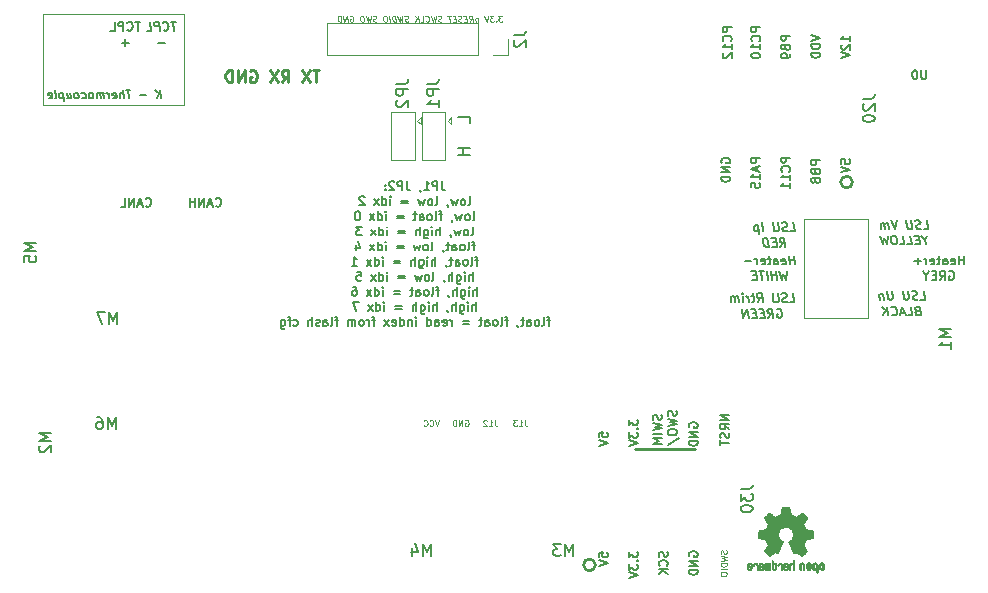
<source format=gbr>
G04 #@! TF.GenerationSoftware,KiCad,Pcbnew,5.1.5+dfsg1-2build2*
G04 #@! TF.CreationDate,2021-11-26T23:02:44+01:00*
G04 #@! TF.ProjectId,mre_addon_v2,6d72655f-6164-4646-9f6e-5f76322e6b69,V2.1*
G04 #@! TF.SameCoordinates,Original*
G04 #@! TF.FileFunction,Legend,Bot*
G04 #@! TF.FilePolarity,Positive*
%FSLAX46Y46*%
G04 Gerber Fmt 4.6, Leading zero omitted, Abs format (unit mm)*
G04 Created by KiCad (PCBNEW 5.1.5+dfsg1-2build2) date 2021-11-26 23:02:44*
%MOMM*%
%LPD*%
G04 APERTURE LIST*
%ADD10C,0.150000*%
%ADD11C,0.120000*%
%ADD12C,0.187500*%
%ADD13C,0.125000*%
%ADD14C,0.250000*%
%ADD15C,0.254000*%
%ADD16C,0.010000*%
%ADD17C,0.130000*%
%ADD18C,0.101600*%
G04 APERTURE END LIST*
D10*
X87540312Y-133216666D02*
X87452812Y-132516666D01*
X87140312Y-133216666D02*
X87390312Y-132816666D01*
X87052812Y-132516666D02*
X87502812Y-132916666D01*
X86273645Y-132950000D02*
X85740312Y-132950000D01*
X84919479Y-132516666D02*
X84519479Y-132516666D01*
X84806979Y-133216666D02*
X84719479Y-132516666D01*
X84373645Y-133216666D02*
X84286145Y-132516666D01*
X84073645Y-133216666D02*
X84027812Y-132850000D01*
X84052812Y-132783333D01*
X84115312Y-132750000D01*
X84215312Y-132750000D01*
X84286145Y-132783333D01*
X84323645Y-132816666D01*
X83469479Y-133183333D02*
X83540312Y-133216666D01*
X83673645Y-133216666D01*
X83736145Y-133183333D01*
X83761145Y-133116666D01*
X83727812Y-132850000D01*
X83686145Y-132783333D01*
X83615312Y-132750000D01*
X83481979Y-132750000D01*
X83419479Y-132783333D01*
X83394479Y-132850000D01*
X83402812Y-132916666D01*
X83744479Y-132983333D01*
X83140312Y-133216666D02*
X83081979Y-132750000D01*
X83098645Y-132883333D02*
X83056979Y-132816666D01*
X83019479Y-132783333D01*
X82948645Y-132750000D01*
X82881979Y-132750000D01*
X82706979Y-133216666D02*
X82648645Y-132750000D01*
X82656979Y-132816666D02*
X82619479Y-132783333D01*
X82548645Y-132750000D01*
X82448645Y-132750000D01*
X82386145Y-132783333D01*
X82361145Y-132850000D01*
X82406979Y-133216666D01*
X82361145Y-132850000D02*
X82319479Y-132783333D01*
X82248645Y-132750000D01*
X82148645Y-132750000D01*
X82086145Y-132783333D01*
X82061145Y-132850000D01*
X82106979Y-133216666D01*
X81673645Y-133216666D02*
X81736145Y-133183333D01*
X81765312Y-133150000D01*
X81790312Y-133083333D01*
X81765312Y-132883333D01*
X81723645Y-132816666D01*
X81686145Y-132783333D01*
X81615312Y-132750000D01*
X81515312Y-132750000D01*
X81452812Y-132783333D01*
X81423645Y-132816666D01*
X81398645Y-132883333D01*
X81423645Y-133083333D01*
X81465312Y-133150000D01*
X81502812Y-133183333D01*
X81573645Y-133216666D01*
X81673645Y-133216666D01*
X80836145Y-133183333D02*
X80906979Y-133216666D01*
X81040312Y-133216666D01*
X81102812Y-133183333D01*
X81131979Y-133150000D01*
X81156979Y-133083333D01*
X81131979Y-132883333D01*
X81090312Y-132816666D01*
X81052812Y-132783333D01*
X80981979Y-132750000D01*
X80848645Y-132750000D01*
X80786145Y-132783333D01*
X80440312Y-133216666D02*
X80502812Y-133183333D01*
X80531979Y-133150000D01*
X80556979Y-133083333D01*
X80531979Y-132883333D01*
X80490312Y-132816666D01*
X80452812Y-132783333D01*
X80381979Y-132750000D01*
X80281979Y-132750000D01*
X80219479Y-132783333D01*
X80190312Y-132816666D01*
X80165312Y-132883333D01*
X80190312Y-133083333D01*
X80231979Y-133150000D01*
X80269479Y-133183333D01*
X80340312Y-133216666D01*
X80440312Y-133216666D01*
X79548645Y-132750000D02*
X79606979Y-133216666D01*
X79848645Y-132750000D02*
X79894479Y-133116666D01*
X79869479Y-133183333D01*
X79806979Y-133216666D01*
X79706979Y-133216666D01*
X79636145Y-133183333D01*
X79598645Y-133150000D01*
X79215312Y-132750000D02*
X79302812Y-133450000D01*
X79219479Y-132783333D02*
X79148645Y-132750000D01*
X79015312Y-132750000D01*
X78952812Y-132783333D01*
X78923645Y-132816666D01*
X78898645Y-132883333D01*
X78923645Y-133083333D01*
X78965312Y-133150000D01*
X79002812Y-133183333D01*
X79073645Y-133216666D01*
X79206979Y-133216666D01*
X79269479Y-133183333D01*
X78540312Y-133216666D02*
X78602812Y-133183333D01*
X78627812Y-133116666D01*
X78552812Y-132516666D01*
X78002812Y-133183333D02*
X78073645Y-133216666D01*
X78206979Y-133216666D01*
X78269479Y-133183333D01*
X78294479Y-133116666D01*
X78261145Y-132850000D01*
X78219479Y-132783333D01*
X78148645Y-132750000D01*
X78015312Y-132750000D01*
X77952812Y-132783333D01*
X77927812Y-132850000D01*
X77936145Y-132916666D01*
X78277812Y-132983333D01*
X113652380Y-137414285D02*
X112652380Y-137414285D01*
X113128571Y-137414285D02*
X113128571Y-137985714D01*
X113652380Y-137985714D02*
X112652380Y-137985714D01*
X113652380Y-135309523D02*
X113652380Y-134833333D01*
X112652380Y-134833333D01*
D11*
X89500000Y-126100000D02*
X77500000Y-126100000D01*
X89500000Y-133800000D02*
X89500000Y-126100000D01*
X77500000Y-133800000D02*
X89500000Y-133800000D01*
X77500000Y-126100000D02*
X77500000Y-133800000D01*
D12*
X85767857Y-126733035D02*
X85339285Y-126733035D01*
X85553571Y-127483035D02*
X85553571Y-126733035D01*
X84660714Y-127411607D02*
X84696428Y-127447321D01*
X84803571Y-127483035D01*
X84875000Y-127483035D01*
X84982142Y-127447321D01*
X85053571Y-127375892D01*
X85089285Y-127304464D01*
X85125000Y-127161607D01*
X85125000Y-127054464D01*
X85089285Y-126911607D01*
X85053571Y-126840178D01*
X84982142Y-126768750D01*
X84875000Y-126733035D01*
X84803571Y-126733035D01*
X84696428Y-126768750D01*
X84660714Y-126804464D01*
X84339285Y-127483035D02*
X84339285Y-126733035D01*
X84053571Y-126733035D01*
X83982142Y-126768750D01*
X83946428Y-126804464D01*
X83910714Y-126875892D01*
X83910714Y-126983035D01*
X83946428Y-127054464D01*
X83982142Y-127090178D01*
X84053571Y-127125892D01*
X84339285Y-127125892D01*
X83232142Y-127483035D02*
X83589285Y-127483035D01*
X83589285Y-126733035D01*
X84785714Y-128509821D02*
X84214285Y-128509821D01*
X84500000Y-128795535D02*
X84500000Y-128224107D01*
X88755189Y-126733035D02*
X88326618Y-126733035D01*
X88634654Y-127483035D02*
X88540904Y-126733035D01*
X87732868Y-127411607D02*
X87773046Y-127447321D01*
X87884654Y-127483035D01*
X87956082Y-127483035D01*
X88058761Y-127447321D01*
X88121261Y-127375892D01*
X88148046Y-127304464D01*
X88165904Y-127161607D01*
X88152511Y-127054464D01*
X88098939Y-126911607D01*
X88054296Y-126840178D01*
X87973939Y-126768750D01*
X87862332Y-126733035D01*
X87790904Y-126733035D01*
X87688225Y-126768750D01*
X87656975Y-126804464D01*
X87420368Y-127483035D02*
X87326618Y-126733035D01*
X87040904Y-126733035D01*
X86973939Y-126768750D01*
X86942689Y-126804464D01*
X86915904Y-126875892D01*
X86929296Y-126983035D01*
X86973939Y-127054464D01*
X87014118Y-127090178D01*
X87090011Y-127125892D01*
X87375725Y-127125892D01*
X86313225Y-127483035D02*
X86670368Y-127483035D01*
X86576618Y-126733035D01*
X87831082Y-128509821D02*
X87259654Y-128509821D01*
D11*
X147400000Y-143400000D02*
X142000000Y-143400000D01*
X147400000Y-151800000D02*
X147400000Y-143400000D01*
X142000000Y-151800000D02*
X147400000Y-151800000D01*
X142000000Y-143400000D02*
X142000000Y-151800000D01*
D12*
X155507142Y-147283035D02*
X155507142Y-146533035D01*
X155507142Y-146890178D02*
X155078571Y-146890178D01*
X155078571Y-147283035D02*
X155078571Y-146533035D01*
X154435714Y-147247321D02*
X154507142Y-147283035D01*
X154650000Y-147283035D01*
X154721428Y-147247321D01*
X154757142Y-147175892D01*
X154757142Y-146890178D01*
X154721428Y-146818750D01*
X154650000Y-146783035D01*
X154507142Y-146783035D01*
X154435714Y-146818750D01*
X154400000Y-146890178D01*
X154400000Y-146961607D01*
X154757142Y-147033035D01*
X153757142Y-147283035D02*
X153757142Y-146890178D01*
X153792857Y-146818750D01*
X153864285Y-146783035D01*
X154007142Y-146783035D01*
X154078571Y-146818750D01*
X153757142Y-147247321D02*
X153828571Y-147283035D01*
X154007142Y-147283035D01*
X154078571Y-147247321D01*
X154114285Y-147175892D01*
X154114285Y-147104464D01*
X154078571Y-147033035D01*
X154007142Y-146997321D01*
X153828571Y-146997321D01*
X153757142Y-146961607D01*
X153507142Y-146783035D02*
X153221428Y-146783035D01*
X153400000Y-146533035D02*
X153400000Y-147175892D01*
X153364285Y-147247321D01*
X153292857Y-147283035D01*
X153221428Y-147283035D01*
X152685714Y-147247321D02*
X152757142Y-147283035D01*
X152900000Y-147283035D01*
X152971428Y-147247321D01*
X153007142Y-147175892D01*
X153007142Y-146890178D01*
X152971428Y-146818750D01*
X152900000Y-146783035D01*
X152757142Y-146783035D01*
X152685714Y-146818750D01*
X152650000Y-146890178D01*
X152650000Y-146961607D01*
X153007142Y-147033035D01*
X152328571Y-147283035D02*
X152328571Y-146783035D01*
X152328571Y-146925892D02*
X152292857Y-146854464D01*
X152257142Y-146818750D01*
X152185714Y-146783035D01*
X152114285Y-146783035D01*
X151864285Y-146997321D02*
X151292857Y-146997321D01*
X151578571Y-147283035D02*
X151578571Y-146711607D01*
X154239285Y-147881250D02*
X154310714Y-147845535D01*
X154417857Y-147845535D01*
X154525000Y-147881250D01*
X154596428Y-147952678D01*
X154632142Y-148024107D01*
X154667857Y-148166964D01*
X154667857Y-148274107D01*
X154632142Y-148416964D01*
X154596428Y-148488392D01*
X154525000Y-148559821D01*
X154417857Y-148595535D01*
X154346428Y-148595535D01*
X154239285Y-148559821D01*
X154203571Y-148524107D01*
X154203571Y-148274107D01*
X154346428Y-148274107D01*
X153453571Y-148595535D02*
X153703571Y-148238392D01*
X153882142Y-148595535D02*
X153882142Y-147845535D01*
X153596428Y-147845535D01*
X153525000Y-147881250D01*
X153489285Y-147916964D01*
X153453571Y-147988392D01*
X153453571Y-148095535D01*
X153489285Y-148166964D01*
X153525000Y-148202678D01*
X153596428Y-148238392D01*
X153882142Y-148238392D01*
X153132142Y-148202678D02*
X152882142Y-148202678D01*
X152775000Y-148595535D02*
X153132142Y-148595535D01*
X153132142Y-147845535D01*
X152775000Y-147845535D01*
X152310714Y-148238392D02*
X152310714Y-148595535D01*
X152560714Y-147845535D02*
X152310714Y-148238392D01*
X152060714Y-147845535D01*
X151816796Y-150283035D02*
X152173939Y-150283035D01*
X152080189Y-149533035D01*
X151598046Y-150247321D02*
X151495368Y-150283035D01*
X151316796Y-150283035D01*
X151240904Y-150247321D01*
X151200725Y-150211607D01*
X151156082Y-150140178D01*
X151147154Y-150068750D01*
X151173939Y-149997321D01*
X151205189Y-149961607D01*
X151272154Y-149925892D01*
X151410546Y-149890178D01*
X151477511Y-149854464D01*
X151508761Y-149818750D01*
X151535546Y-149747321D01*
X151526618Y-149675892D01*
X151481975Y-149604464D01*
X151441796Y-149568750D01*
X151365904Y-149533035D01*
X151187332Y-149533035D01*
X151084654Y-149568750D01*
X150758761Y-149533035D02*
X150834654Y-150140178D01*
X150807868Y-150211607D01*
X150776618Y-150247321D01*
X150709654Y-150283035D01*
X150566796Y-150283035D01*
X150490904Y-150247321D01*
X150450725Y-150211607D01*
X150406082Y-150140178D01*
X150330189Y-149533035D01*
X149401618Y-149533035D02*
X149477511Y-150140178D01*
X149450725Y-150211607D01*
X149419475Y-150247321D01*
X149352511Y-150283035D01*
X149209654Y-150283035D01*
X149133761Y-150247321D01*
X149093582Y-150211607D01*
X149048939Y-150140178D01*
X148973046Y-149533035D01*
X148647154Y-149783035D02*
X148709654Y-150283035D01*
X148656082Y-149854464D02*
X148615904Y-149818750D01*
X148540011Y-149783035D01*
X148432868Y-149783035D01*
X148365904Y-149818750D01*
X148339118Y-149890178D01*
X148388225Y-150283035D01*
X151553404Y-151202678D02*
X151450725Y-151238392D01*
X151419475Y-151274107D01*
X151392689Y-151345535D01*
X151406082Y-151452678D01*
X151450725Y-151524107D01*
X151490904Y-151559821D01*
X151566796Y-151595535D01*
X151852511Y-151595535D01*
X151758761Y-150845535D01*
X151508761Y-150845535D01*
X151441796Y-150881250D01*
X151410546Y-150916964D01*
X151383761Y-150988392D01*
X151392689Y-151059821D01*
X151437332Y-151131250D01*
X151477511Y-151166964D01*
X151553404Y-151202678D01*
X151803404Y-151202678D01*
X150745368Y-151595535D02*
X151102511Y-151595535D01*
X151008761Y-150845535D01*
X150504296Y-151381250D02*
X150147154Y-151381250D01*
X150602511Y-151595535D02*
X150258761Y-150845535D01*
X150102511Y-151595535D01*
X149415011Y-151524107D02*
X149455189Y-151559821D01*
X149566796Y-151595535D01*
X149638225Y-151595535D01*
X149740904Y-151559821D01*
X149803404Y-151488392D01*
X149830189Y-151416964D01*
X149848046Y-151274107D01*
X149834654Y-151166964D01*
X149781082Y-151024107D01*
X149736439Y-150952678D01*
X149656082Y-150881250D01*
X149544475Y-150845535D01*
X149473046Y-150845535D01*
X149370368Y-150881250D01*
X149339118Y-150916964D01*
X149102511Y-151595535D02*
X149008761Y-150845535D01*
X148673939Y-151595535D02*
X148941796Y-151166964D01*
X148580189Y-150845535D02*
X149062332Y-151274107D01*
X152106082Y-144283035D02*
X152463225Y-144283035D01*
X152369475Y-143533035D01*
X151887332Y-144247321D02*
X151784654Y-144283035D01*
X151606082Y-144283035D01*
X151530189Y-144247321D01*
X151490011Y-144211607D01*
X151445368Y-144140178D01*
X151436439Y-144068750D01*
X151463225Y-143997321D01*
X151494475Y-143961607D01*
X151561439Y-143925892D01*
X151699832Y-143890178D01*
X151766796Y-143854464D01*
X151798046Y-143818750D01*
X151824832Y-143747321D01*
X151815904Y-143675892D01*
X151771261Y-143604464D01*
X151731082Y-143568750D01*
X151655189Y-143533035D01*
X151476618Y-143533035D01*
X151373939Y-143568750D01*
X151048046Y-143533035D02*
X151123939Y-144140178D01*
X151097154Y-144211607D01*
X151065904Y-144247321D01*
X150998939Y-144283035D01*
X150856082Y-144283035D01*
X150780189Y-144247321D01*
X150740011Y-144211607D01*
X150695368Y-144140178D01*
X150619475Y-143533035D01*
X149798046Y-143533035D02*
X149641796Y-144283035D01*
X149298046Y-143533035D01*
X149141796Y-144283035D02*
X149079296Y-143783035D01*
X149088225Y-143854464D02*
X149048046Y-143818750D01*
X148972154Y-143783035D01*
X148865011Y-143783035D01*
X148798046Y-143818750D01*
X148771261Y-143890178D01*
X148820368Y-144283035D01*
X148771261Y-143890178D02*
X148726618Y-143818750D01*
X148650725Y-143783035D01*
X148543582Y-143783035D01*
X148476618Y-143818750D01*
X148449832Y-143890178D01*
X148498939Y-144283035D01*
X152204296Y-145238392D02*
X152248939Y-145595535D01*
X152405189Y-144845535D02*
X152204296Y-145238392D01*
X151905189Y-144845535D01*
X151699832Y-145202678D02*
X151449832Y-145202678D01*
X151391796Y-145595535D02*
X151748939Y-145595535D01*
X151655189Y-144845535D01*
X151298046Y-144845535D01*
X150713225Y-145595535D02*
X151070368Y-145595535D01*
X150976618Y-144845535D01*
X150106082Y-145595535D02*
X150463225Y-145595535D01*
X150369475Y-144845535D01*
X149619475Y-144845535D02*
X149476618Y-144845535D01*
X149409654Y-144881250D01*
X149347154Y-144952678D01*
X149329296Y-145095535D01*
X149360546Y-145345535D01*
X149414118Y-145488392D01*
X149494475Y-145559821D01*
X149570368Y-145595535D01*
X149713225Y-145595535D01*
X149780189Y-145559821D01*
X149842689Y-145488392D01*
X149860546Y-145345535D01*
X149829296Y-145095535D01*
X149775725Y-144952678D01*
X149695368Y-144881250D01*
X149619475Y-144845535D01*
X149048046Y-144845535D02*
X148963225Y-145595535D01*
X148753404Y-145059821D01*
X148677511Y-145595535D01*
X148405189Y-144845535D01*
X140802511Y-144483035D02*
X141159654Y-144483035D01*
X141065904Y-143733035D01*
X140583761Y-144447321D02*
X140481082Y-144483035D01*
X140302511Y-144483035D01*
X140226618Y-144447321D01*
X140186439Y-144411607D01*
X140141796Y-144340178D01*
X140132868Y-144268750D01*
X140159654Y-144197321D01*
X140190904Y-144161607D01*
X140257868Y-144125892D01*
X140396261Y-144090178D01*
X140463225Y-144054464D01*
X140494475Y-144018750D01*
X140521261Y-143947321D01*
X140512332Y-143875892D01*
X140467689Y-143804464D01*
X140427511Y-143768750D01*
X140351618Y-143733035D01*
X140173046Y-143733035D01*
X140070368Y-143768750D01*
X139744475Y-143733035D02*
X139820368Y-144340178D01*
X139793582Y-144411607D01*
X139762332Y-144447321D01*
X139695368Y-144483035D01*
X139552511Y-144483035D01*
X139476618Y-144447321D01*
X139436439Y-144411607D01*
X139391796Y-144340178D01*
X139315904Y-143733035D01*
X138481082Y-144483035D02*
X138387332Y-143733035D01*
X138061439Y-143983035D02*
X138155189Y-144733035D01*
X138065904Y-144018750D02*
X137990011Y-143983035D01*
X137847154Y-143983035D01*
X137780189Y-144018750D01*
X137748939Y-144054464D01*
X137722154Y-144125892D01*
X137748939Y-144340178D01*
X137793582Y-144411607D01*
X137833761Y-144447321D01*
X137909654Y-144483035D01*
X138052511Y-144483035D01*
X138119475Y-144447321D01*
X139963225Y-145795535D02*
X140168582Y-145438392D01*
X140391796Y-145795535D02*
X140298046Y-145045535D01*
X140012332Y-145045535D01*
X139945368Y-145081250D01*
X139914118Y-145116964D01*
X139887332Y-145188392D01*
X139900725Y-145295535D01*
X139945368Y-145366964D01*
X139985546Y-145402678D01*
X140061439Y-145438392D01*
X140347154Y-145438392D01*
X139592689Y-145402678D02*
X139342689Y-145402678D01*
X139284654Y-145795535D02*
X139641796Y-145795535D01*
X139548046Y-145045535D01*
X139190904Y-145045535D01*
X138963225Y-145795535D02*
X138869475Y-145045535D01*
X138690904Y-145045535D01*
X138588225Y-145081250D01*
X138525725Y-145152678D01*
X138498939Y-145224107D01*
X138481082Y-145366964D01*
X138494475Y-145474107D01*
X138548046Y-145616964D01*
X138592689Y-145688392D01*
X138673046Y-145759821D01*
X138784654Y-145795535D01*
X138963225Y-145795535D01*
X141188225Y-147283035D02*
X141094475Y-146533035D01*
X141139118Y-146890178D02*
X140710546Y-146890178D01*
X140759654Y-147283035D02*
X140665904Y-146533035D01*
X140112332Y-147247321D02*
X140188225Y-147283035D01*
X140331082Y-147283035D01*
X140398046Y-147247321D01*
X140424832Y-147175892D01*
X140389118Y-146890178D01*
X140344475Y-146818750D01*
X140268582Y-146783035D01*
X140125725Y-146783035D01*
X140058761Y-146818750D01*
X140031975Y-146890178D01*
X140040904Y-146961607D01*
X140406975Y-147033035D01*
X139438225Y-147283035D02*
X139389118Y-146890178D01*
X139415904Y-146818750D01*
X139482868Y-146783035D01*
X139625725Y-146783035D01*
X139701618Y-146818750D01*
X139433761Y-147247321D02*
X139509654Y-147283035D01*
X139688225Y-147283035D01*
X139755189Y-147247321D01*
X139781975Y-147175892D01*
X139773046Y-147104464D01*
X139728404Y-147033035D01*
X139652511Y-146997321D01*
X139473939Y-146997321D01*
X139398046Y-146961607D01*
X139125725Y-146783035D02*
X138840011Y-146783035D01*
X138987332Y-146533035D02*
X139067689Y-147175892D01*
X139040904Y-147247321D01*
X138973939Y-147283035D01*
X138902511Y-147283035D01*
X138362332Y-147247321D02*
X138438225Y-147283035D01*
X138581082Y-147283035D01*
X138648046Y-147247321D01*
X138674832Y-147175892D01*
X138639118Y-146890178D01*
X138594475Y-146818750D01*
X138518582Y-146783035D01*
X138375725Y-146783035D01*
X138308761Y-146818750D01*
X138281975Y-146890178D01*
X138290904Y-146961607D01*
X138656975Y-147033035D01*
X138009654Y-147283035D02*
X137947154Y-146783035D01*
X137965011Y-146925892D02*
X137920368Y-146854464D01*
X137880189Y-146818750D01*
X137804296Y-146783035D01*
X137732868Y-146783035D01*
X137509654Y-146997321D02*
X136938225Y-146997321D01*
X140505189Y-147845535D02*
X140420368Y-148595535D01*
X140210546Y-148059821D01*
X140134654Y-148595535D01*
X139862332Y-147845535D01*
X139670368Y-148595535D02*
X139576618Y-147845535D01*
X139621261Y-148202678D02*
X139192689Y-148202678D01*
X139241796Y-148595535D02*
X139148046Y-147845535D01*
X138884654Y-148595535D02*
X138790904Y-147845535D01*
X138540904Y-147845535D02*
X138112332Y-147845535D01*
X138420368Y-148595535D02*
X138326618Y-147845535D01*
X137906975Y-148202678D02*
X137656975Y-148202678D01*
X137598939Y-148595535D02*
X137956082Y-148595535D01*
X137862332Y-147845535D01*
X137505189Y-147845535D01*
X140784654Y-150483035D02*
X141141796Y-150483035D01*
X141048046Y-149733035D01*
X140565904Y-150447321D02*
X140463225Y-150483035D01*
X140284654Y-150483035D01*
X140208761Y-150447321D01*
X140168582Y-150411607D01*
X140123939Y-150340178D01*
X140115011Y-150268750D01*
X140141796Y-150197321D01*
X140173046Y-150161607D01*
X140240011Y-150125892D01*
X140378404Y-150090178D01*
X140445368Y-150054464D01*
X140476618Y-150018750D01*
X140503404Y-149947321D01*
X140494475Y-149875892D01*
X140449832Y-149804464D01*
X140409654Y-149768750D01*
X140333761Y-149733035D01*
X140155189Y-149733035D01*
X140052511Y-149768750D01*
X139726618Y-149733035D02*
X139802511Y-150340178D01*
X139775725Y-150411607D01*
X139744475Y-150447321D01*
X139677511Y-150483035D01*
X139534654Y-150483035D01*
X139458761Y-150447321D01*
X139418582Y-150411607D01*
X139373939Y-150340178D01*
X139298046Y-149733035D01*
X138034654Y-150483035D02*
X138240011Y-150125892D01*
X138463225Y-150483035D02*
X138369475Y-149733035D01*
X138083761Y-149733035D01*
X138016796Y-149768750D01*
X137985546Y-149804464D01*
X137958761Y-149875892D01*
X137972154Y-149983035D01*
X138016796Y-150054464D01*
X138056975Y-150090178D01*
X138132868Y-150125892D01*
X138418582Y-150125892D01*
X137757868Y-149983035D02*
X137472154Y-149983035D01*
X137619475Y-149733035D02*
X137699832Y-150375892D01*
X137673046Y-150447321D01*
X137606082Y-150483035D01*
X137534654Y-150483035D01*
X137284654Y-150483035D02*
X137222154Y-149983035D01*
X137240011Y-150125892D02*
X137195368Y-150054464D01*
X137155189Y-150018750D01*
X137079296Y-149983035D01*
X137007868Y-149983035D01*
X136820368Y-150483035D02*
X136757868Y-149983035D01*
X136726618Y-149733035D02*
X136766796Y-149768750D01*
X136735546Y-149804464D01*
X136695368Y-149768750D01*
X136726618Y-149733035D01*
X136735546Y-149804464D01*
X136463225Y-150483035D02*
X136400725Y-149983035D01*
X136409654Y-150054464D02*
X136369475Y-150018750D01*
X136293582Y-149983035D01*
X136186439Y-149983035D01*
X136119475Y-150018750D01*
X136092689Y-150090178D01*
X136141796Y-150483035D01*
X136092689Y-150090178D02*
X136048046Y-150018750D01*
X135972154Y-149983035D01*
X135865011Y-149983035D01*
X135798046Y-150018750D01*
X135771261Y-150090178D01*
X135820368Y-150483035D01*
X139641796Y-151081250D02*
X139708761Y-151045535D01*
X139815904Y-151045535D01*
X139927511Y-151081250D01*
X140007868Y-151152678D01*
X140052511Y-151224107D01*
X140106082Y-151366964D01*
X140119475Y-151474107D01*
X140101618Y-151616964D01*
X140074832Y-151688392D01*
X140012332Y-151759821D01*
X139909654Y-151795535D01*
X139838225Y-151795535D01*
X139726618Y-151759821D01*
X139686439Y-151724107D01*
X139655189Y-151474107D01*
X139798046Y-151474107D01*
X138945368Y-151795535D02*
X139150725Y-151438392D01*
X139373939Y-151795535D02*
X139280189Y-151045535D01*
X138994475Y-151045535D01*
X138927511Y-151081250D01*
X138896261Y-151116964D01*
X138869475Y-151188392D01*
X138882868Y-151295535D01*
X138927511Y-151366964D01*
X138967689Y-151402678D01*
X139043582Y-151438392D01*
X139329296Y-151438392D01*
X138574832Y-151402678D02*
X138324832Y-151402678D01*
X138266796Y-151795535D02*
X138623939Y-151795535D01*
X138530189Y-151045535D01*
X138173046Y-151045535D01*
X137896261Y-151402678D02*
X137646261Y-151402678D01*
X137588225Y-151795535D02*
X137945368Y-151795535D01*
X137851618Y-151045535D01*
X137494475Y-151045535D01*
X137266796Y-151795535D02*
X137173046Y-151045535D01*
X136838225Y-151795535D01*
X136744475Y-151045535D01*
D10*
X111285714Y-140251785D02*
X111285714Y-140787500D01*
X111321428Y-140894642D01*
X111392857Y-140966071D01*
X111500000Y-141001785D01*
X111571428Y-141001785D01*
X110928571Y-141001785D02*
X110928571Y-140251785D01*
X110642857Y-140251785D01*
X110571428Y-140287500D01*
X110535714Y-140323214D01*
X110500000Y-140394642D01*
X110500000Y-140501785D01*
X110535714Y-140573214D01*
X110571428Y-140608928D01*
X110642857Y-140644642D01*
X110928571Y-140644642D01*
X109785714Y-141001785D02*
X110214285Y-141001785D01*
X110000000Y-141001785D02*
X110000000Y-140251785D01*
X110071428Y-140358928D01*
X110142857Y-140430357D01*
X110214285Y-140466071D01*
X109428571Y-140966071D02*
X109428571Y-141001785D01*
X109464285Y-141073214D01*
X109500000Y-141108928D01*
X108321428Y-140251785D02*
X108321428Y-140787500D01*
X108357142Y-140894642D01*
X108428571Y-140966071D01*
X108535714Y-141001785D01*
X108607142Y-141001785D01*
X107964285Y-141001785D02*
X107964285Y-140251785D01*
X107678571Y-140251785D01*
X107607142Y-140287500D01*
X107571428Y-140323214D01*
X107535714Y-140394642D01*
X107535714Y-140501785D01*
X107571428Y-140573214D01*
X107607142Y-140608928D01*
X107678571Y-140644642D01*
X107964285Y-140644642D01*
X107250000Y-140323214D02*
X107214285Y-140287500D01*
X107142857Y-140251785D01*
X106964285Y-140251785D01*
X106892857Y-140287500D01*
X106857142Y-140323214D01*
X106821428Y-140394642D01*
X106821428Y-140466071D01*
X106857142Y-140573214D01*
X107285714Y-141001785D01*
X106821428Y-141001785D01*
X106500000Y-140930357D02*
X106464285Y-140966071D01*
X106500000Y-141001785D01*
X106535714Y-140966071D01*
X106500000Y-140930357D01*
X106500000Y-141001785D01*
X106500000Y-140537500D02*
X106464285Y-140573214D01*
X106500000Y-140608928D01*
X106535714Y-140573214D01*
X106500000Y-140537500D01*
X106500000Y-140608928D01*
X113535714Y-142276785D02*
X113607142Y-142241071D01*
X113642857Y-142169642D01*
X113642857Y-141526785D01*
X113142857Y-142276785D02*
X113214285Y-142241071D01*
X113250000Y-142205357D01*
X113285714Y-142133928D01*
X113285714Y-141919642D01*
X113250000Y-141848214D01*
X113214285Y-141812500D01*
X113142857Y-141776785D01*
X113035714Y-141776785D01*
X112964285Y-141812500D01*
X112928571Y-141848214D01*
X112892857Y-141919642D01*
X112892857Y-142133928D01*
X112928571Y-142205357D01*
X112964285Y-142241071D01*
X113035714Y-142276785D01*
X113142857Y-142276785D01*
X112642857Y-141776785D02*
X112500000Y-142276785D01*
X112357142Y-141919642D01*
X112214285Y-142276785D01*
X112071428Y-141776785D01*
X111750000Y-142241071D02*
X111750000Y-142276785D01*
X111785714Y-142348214D01*
X111821428Y-142383928D01*
X110750000Y-142276785D02*
X110821428Y-142241071D01*
X110857142Y-142169642D01*
X110857142Y-141526785D01*
X110357142Y-142276785D02*
X110428571Y-142241071D01*
X110464285Y-142205357D01*
X110500000Y-142133928D01*
X110500000Y-141919642D01*
X110464285Y-141848214D01*
X110428571Y-141812500D01*
X110357142Y-141776785D01*
X110250000Y-141776785D01*
X110178571Y-141812500D01*
X110142857Y-141848214D01*
X110107142Y-141919642D01*
X110107142Y-142133928D01*
X110142857Y-142205357D01*
X110178571Y-142241071D01*
X110250000Y-142276785D01*
X110357142Y-142276785D01*
X109857142Y-141776785D02*
X109714285Y-142276785D01*
X109571428Y-141919642D01*
X109428571Y-142276785D01*
X109285714Y-141776785D01*
X108428571Y-141883928D02*
X107857142Y-141883928D01*
X107857142Y-142098214D02*
X108428571Y-142098214D01*
X106928571Y-142276785D02*
X106928571Y-141776785D01*
X106928571Y-141526785D02*
X106964285Y-141562500D01*
X106928571Y-141598214D01*
X106892857Y-141562500D01*
X106928571Y-141526785D01*
X106928571Y-141598214D01*
X106250000Y-142276785D02*
X106250000Y-141526785D01*
X106250000Y-142241071D02*
X106321428Y-142276785D01*
X106464285Y-142276785D01*
X106535714Y-142241071D01*
X106571428Y-142205357D01*
X106607142Y-142133928D01*
X106607142Y-141919642D01*
X106571428Y-141848214D01*
X106535714Y-141812500D01*
X106464285Y-141776785D01*
X106321428Y-141776785D01*
X106250000Y-141812500D01*
X105964285Y-142276785D02*
X105571428Y-141776785D01*
X105964285Y-141776785D02*
X105571428Y-142276785D01*
X104750000Y-141598214D02*
X104714285Y-141562500D01*
X104642857Y-141526785D01*
X104464285Y-141526785D01*
X104392857Y-141562500D01*
X104357142Y-141598214D01*
X104321428Y-141669642D01*
X104321428Y-141741071D01*
X104357142Y-141848214D01*
X104785714Y-142276785D01*
X104321428Y-142276785D01*
X113910714Y-143551785D02*
X113982142Y-143516071D01*
X114017857Y-143444642D01*
X114017857Y-142801785D01*
X113517857Y-143551785D02*
X113589285Y-143516071D01*
X113625000Y-143480357D01*
X113660714Y-143408928D01*
X113660714Y-143194642D01*
X113625000Y-143123214D01*
X113589285Y-143087500D01*
X113517857Y-143051785D01*
X113410714Y-143051785D01*
X113339285Y-143087500D01*
X113303571Y-143123214D01*
X113267857Y-143194642D01*
X113267857Y-143408928D01*
X113303571Y-143480357D01*
X113339285Y-143516071D01*
X113410714Y-143551785D01*
X113517857Y-143551785D01*
X113017857Y-143051785D02*
X112875000Y-143551785D01*
X112732142Y-143194642D01*
X112589285Y-143551785D01*
X112446428Y-143051785D01*
X112125000Y-143516071D02*
X112125000Y-143551785D01*
X112160714Y-143623214D01*
X112196428Y-143658928D01*
X111339285Y-143051785D02*
X111053571Y-143051785D01*
X111232142Y-143551785D02*
X111232142Y-142908928D01*
X111196428Y-142837500D01*
X111125000Y-142801785D01*
X111053571Y-142801785D01*
X110696428Y-143551785D02*
X110767857Y-143516071D01*
X110803571Y-143444642D01*
X110803571Y-142801785D01*
X110303571Y-143551785D02*
X110375000Y-143516071D01*
X110410714Y-143480357D01*
X110446428Y-143408928D01*
X110446428Y-143194642D01*
X110410714Y-143123214D01*
X110375000Y-143087500D01*
X110303571Y-143051785D01*
X110196428Y-143051785D01*
X110125000Y-143087500D01*
X110089285Y-143123214D01*
X110053571Y-143194642D01*
X110053571Y-143408928D01*
X110089285Y-143480357D01*
X110125000Y-143516071D01*
X110196428Y-143551785D01*
X110303571Y-143551785D01*
X109410714Y-143551785D02*
X109410714Y-143158928D01*
X109446428Y-143087500D01*
X109517857Y-143051785D01*
X109660714Y-143051785D01*
X109732142Y-143087500D01*
X109410714Y-143516071D02*
X109482142Y-143551785D01*
X109660714Y-143551785D01*
X109732142Y-143516071D01*
X109767857Y-143444642D01*
X109767857Y-143373214D01*
X109732142Y-143301785D01*
X109660714Y-143266071D01*
X109482142Y-143266071D01*
X109410714Y-143230357D01*
X109160714Y-143051785D02*
X108875000Y-143051785D01*
X109053571Y-142801785D02*
X109053571Y-143444642D01*
X109017857Y-143516071D01*
X108946428Y-143551785D01*
X108875000Y-143551785D01*
X108053571Y-143158928D02*
X107482142Y-143158928D01*
X107482142Y-143373214D02*
X108053571Y-143373214D01*
X106553571Y-143551785D02*
X106553571Y-143051785D01*
X106553571Y-142801785D02*
X106589285Y-142837500D01*
X106553571Y-142873214D01*
X106517857Y-142837500D01*
X106553571Y-142801785D01*
X106553571Y-142873214D01*
X105875000Y-143551785D02*
X105875000Y-142801785D01*
X105875000Y-143516071D02*
X105946428Y-143551785D01*
X106089285Y-143551785D01*
X106160714Y-143516071D01*
X106196428Y-143480357D01*
X106232142Y-143408928D01*
X106232142Y-143194642D01*
X106196428Y-143123214D01*
X106160714Y-143087500D01*
X106089285Y-143051785D01*
X105946428Y-143051785D01*
X105875000Y-143087500D01*
X105589285Y-143551785D02*
X105196428Y-143051785D01*
X105589285Y-143051785D02*
X105196428Y-143551785D01*
X104196428Y-142801785D02*
X104125000Y-142801785D01*
X104053571Y-142837500D01*
X104017857Y-142873214D01*
X103982142Y-142944642D01*
X103946428Y-143087500D01*
X103946428Y-143266071D01*
X103982142Y-143408928D01*
X104017857Y-143480357D01*
X104053571Y-143516071D01*
X104125000Y-143551785D01*
X104196428Y-143551785D01*
X104267857Y-143516071D01*
X104303571Y-143480357D01*
X104339285Y-143408928D01*
X104375000Y-143266071D01*
X104375000Y-143087500D01*
X104339285Y-142944642D01*
X104303571Y-142873214D01*
X104267857Y-142837500D01*
X104196428Y-142801785D01*
X113803571Y-144826785D02*
X113875000Y-144791071D01*
X113910714Y-144719642D01*
X113910714Y-144076785D01*
X113410714Y-144826785D02*
X113482142Y-144791071D01*
X113517857Y-144755357D01*
X113553571Y-144683928D01*
X113553571Y-144469642D01*
X113517857Y-144398214D01*
X113482142Y-144362500D01*
X113410714Y-144326785D01*
X113303571Y-144326785D01*
X113232142Y-144362500D01*
X113196428Y-144398214D01*
X113160714Y-144469642D01*
X113160714Y-144683928D01*
X113196428Y-144755357D01*
X113232142Y-144791071D01*
X113303571Y-144826785D01*
X113410714Y-144826785D01*
X112910714Y-144326785D02*
X112767857Y-144826785D01*
X112625000Y-144469642D01*
X112482142Y-144826785D01*
X112339285Y-144326785D01*
X112017857Y-144791071D02*
X112017857Y-144826785D01*
X112053571Y-144898214D01*
X112089285Y-144933928D01*
X111125000Y-144826785D02*
X111125000Y-144076785D01*
X110803571Y-144826785D02*
X110803571Y-144433928D01*
X110839285Y-144362500D01*
X110910714Y-144326785D01*
X111017857Y-144326785D01*
X111089285Y-144362500D01*
X111125000Y-144398214D01*
X110446428Y-144826785D02*
X110446428Y-144326785D01*
X110446428Y-144076785D02*
X110482142Y-144112500D01*
X110446428Y-144148214D01*
X110410714Y-144112500D01*
X110446428Y-144076785D01*
X110446428Y-144148214D01*
X109767857Y-144326785D02*
X109767857Y-144933928D01*
X109803571Y-145005357D01*
X109839285Y-145041071D01*
X109910714Y-145076785D01*
X110017857Y-145076785D01*
X110089285Y-145041071D01*
X109767857Y-144791071D02*
X109839285Y-144826785D01*
X109982142Y-144826785D01*
X110053571Y-144791071D01*
X110089285Y-144755357D01*
X110125000Y-144683928D01*
X110125000Y-144469642D01*
X110089285Y-144398214D01*
X110053571Y-144362500D01*
X109982142Y-144326785D01*
X109839285Y-144326785D01*
X109767857Y-144362500D01*
X109410714Y-144826785D02*
X109410714Y-144076785D01*
X109089285Y-144826785D02*
X109089285Y-144433928D01*
X109125000Y-144362500D01*
X109196428Y-144326785D01*
X109303571Y-144326785D01*
X109375000Y-144362500D01*
X109410714Y-144398214D01*
X108160714Y-144433928D02*
X107589285Y-144433928D01*
X107589285Y-144648214D02*
X108160714Y-144648214D01*
X106660714Y-144826785D02*
X106660714Y-144326785D01*
X106660714Y-144076785D02*
X106696428Y-144112500D01*
X106660714Y-144148214D01*
X106625000Y-144112500D01*
X106660714Y-144076785D01*
X106660714Y-144148214D01*
X105982142Y-144826785D02*
X105982142Y-144076785D01*
X105982142Y-144791071D02*
X106053571Y-144826785D01*
X106196428Y-144826785D01*
X106267857Y-144791071D01*
X106303571Y-144755357D01*
X106339285Y-144683928D01*
X106339285Y-144469642D01*
X106303571Y-144398214D01*
X106267857Y-144362500D01*
X106196428Y-144326785D01*
X106053571Y-144326785D01*
X105982142Y-144362500D01*
X105696428Y-144826785D02*
X105303571Y-144326785D01*
X105696428Y-144326785D02*
X105303571Y-144826785D01*
X104517857Y-144076785D02*
X104053571Y-144076785D01*
X104303571Y-144362500D01*
X104196428Y-144362500D01*
X104125000Y-144398214D01*
X104089285Y-144433928D01*
X104053571Y-144505357D01*
X104053571Y-144683928D01*
X104089285Y-144755357D01*
X104125000Y-144791071D01*
X104196428Y-144826785D01*
X104410714Y-144826785D01*
X104482142Y-144791071D01*
X104517857Y-144755357D01*
X114125000Y-145601785D02*
X113839285Y-145601785D01*
X114017857Y-146101785D02*
X114017857Y-145458928D01*
X113982142Y-145387500D01*
X113910714Y-145351785D01*
X113839285Y-145351785D01*
X113482142Y-146101785D02*
X113553571Y-146066071D01*
X113589285Y-145994642D01*
X113589285Y-145351785D01*
X113089285Y-146101785D02*
X113160714Y-146066071D01*
X113196428Y-146030357D01*
X113232142Y-145958928D01*
X113232142Y-145744642D01*
X113196428Y-145673214D01*
X113160714Y-145637500D01*
X113089285Y-145601785D01*
X112982142Y-145601785D01*
X112910714Y-145637500D01*
X112875000Y-145673214D01*
X112839285Y-145744642D01*
X112839285Y-145958928D01*
X112875000Y-146030357D01*
X112910714Y-146066071D01*
X112982142Y-146101785D01*
X113089285Y-146101785D01*
X112196428Y-146101785D02*
X112196428Y-145708928D01*
X112232142Y-145637500D01*
X112303571Y-145601785D01*
X112446428Y-145601785D01*
X112517857Y-145637500D01*
X112196428Y-146066071D02*
X112267857Y-146101785D01*
X112446428Y-146101785D01*
X112517857Y-146066071D01*
X112553571Y-145994642D01*
X112553571Y-145923214D01*
X112517857Y-145851785D01*
X112446428Y-145816071D01*
X112267857Y-145816071D01*
X112196428Y-145780357D01*
X111946428Y-145601785D02*
X111660714Y-145601785D01*
X111839285Y-145351785D02*
X111839285Y-145994642D01*
X111803571Y-146066071D01*
X111732142Y-146101785D01*
X111660714Y-146101785D01*
X111375000Y-146066071D02*
X111375000Y-146101785D01*
X111410714Y-146173214D01*
X111446428Y-146208928D01*
X110375000Y-146101785D02*
X110446428Y-146066071D01*
X110482142Y-145994642D01*
X110482142Y-145351785D01*
X109982142Y-146101785D02*
X110053571Y-146066071D01*
X110089285Y-146030357D01*
X110125000Y-145958928D01*
X110125000Y-145744642D01*
X110089285Y-145673214D01*
X110053571Y-145637500D01*
X109982142Y-145601785D01*
X109875000Y-145601785D01*
X109803571Y-145637500D01*
X109767857Y-145673214D01*
X109732142Y-145744642D01*
X109732142Y-145958928D01*
X109767857Y-146030357D01*
X109803571Y-146066071D01*
X109875000Y-146101785D01*
X109982142Y-146101785D01*
X109482142Y-145601785D02*
X109339285Y-146101785D01*
X109196428Y-145744642D01*
X109053571Y-146101785D01*
X108910714Y-145601785D01*
X108053571Y-145708928D02*
X107482142Y-145708928D01*
X107482142Y-145923214D02*
X108053571Y-145923214D01*
X106553571Y-146101785D02*
X106553571Y-145601785D01*
X106553571Y-145351785D02*
X106589285Y-145387500D01*
X106553571Y-145423214D01*
X106517857Y-145387500D01*
X106553571Y-145351785D01*
X106553571Y-145423214D01*
X105875000Y-146101785D02*
X105875000Y-145351785D01*
X105875000Y-146066071D02*
X105946428Y-146101785D01*
X106089285Y-146101785D01*
X106160714Y-146066071D01*
X106196428Y-146030357D01*
X106232142Y-145958928D01*
X106232142Y-145744642D01*
X106196428Y-145673214D01*
X106160714Y-145637500D01*
X106089285Y-145601785D01*
X105946428Y-145601785D01*
X105875000Y-145637500D01*
X105589285Y-146101785D02*
X105196428Y-145601785D01*
X105589285Y-145601785D02*
X105196428Y-146101785D01*
X104017857Y-145601785D02*
X104017857Y-146101785D01*
X104196428Y-145316071D02*
X104375000Y-145851785D01*
X103910714Y-145851785D01*
X114392857Y-146876785D02*
X114107142Y-146876785D01*
X114285714Y-147376785D02*
X114285714Y-146733928D01*
X114250000Y-146662500D01*
X114178571Y-146626785D01*
X114107142Y-146626785D01*
X113750000Y-147376785D02*
X113821428Y-147341071D01*
X113857142Y-147269642D01*
X113857142Y-146626785D01*
X113357142Y-147376785D02*
X113428571Y-147341071D01*
X113464285Y-147305357D01*
X113500000Y-147233928D01*
X113500000Y-147019642D01*
X113464285Y-146948214D01*
X113428571Y-146912500D01*
X113357142Y-146876785D01*
X113250000Y-146876785D01*
X113178571Y-146912500D01*
X113142857Y-146948214D01*
X113107142Y-147019642D01*
X113107142Y-147233928D01*
X113142857Y-147305357D01*
X113178571Y-147341071D01*
X113250000Y-147376785D01*
X113357142Y-147376785D01*
X112464285Y-147376785D02*
X112464285Y-146983928D01*
X112500000Y-146912500D01*
X112571428Y-146876785D01*
X112714285Y-146876785D01*
X112785714Y-146912500D01*
X112464285Y-147341071D02*
X112535714Y-147376785D01*
X112714285Y-147376785D01*
X112785714Y-147341071D01*
X112821428Y-147269642D01*
X112821428Y-147198214D01*
X112785714Y-147126785D01*
X112714285Y-147091071D01*
X112535714Y-147091071D01*
X112464285Y-147055357D01*
X112214285Y-146876785D02*
X111928571Y-146876785D01*
X112107142Y-146626785D02*
X112107142Y-147269642D01*
X112071428Y-147341071D01*
X112000000Y-147376785D01*
X111928571Y-147376785D01*
X111642857Y-147341071D02*
X111642857Y-147376785D01*
X111678571Y-147448214D01*
X111714285Y-147483928D01*
X110750000Y-147376785D02*
X110750000Y-146626785D01*
X110428571Y-147376785D02*
X110428571Y-146983928D01*
X110464285Y-146912500D01*
X110535714Y-146876785D01*
X110642857Y-146876785D01*
X110714285Y-146912500D01*
X110750000Y-146948214D01*
X110071428Y-147376785D02*
X110071428Y-146876785D01*
X110071428Y-146626785D02*
X110107142Y-146662500D01*
X110071428Y-146698214D01*
X110035714Y-146662500D01*
X110071428Y-146626785D01*
X110071428Y-146698214D01*
X109392857Y-146876785D02*
X109392857Y-147483928D01*
X109428571Y-147555357D01*
X109464285Y-147591071D01*
X109535714Y-147626785D01*
X109642857Y-147626785D01*
X109714285Y-147591071D01*
X109392857Y-147341071D02*
X109464285Y-147376785D01*
X109607142Y-147376785D01*
X109678571Y-147341071D01*
X109714285Y-147305357D01*
X109750000Y-147233928D01*
X109750000Y-147019642D01*
X109714285Y-146948214D01*
X109678571Y-146912500D01*
X109607142Y-146876785D01*
X109464285Y-146876785D01*
X109392857Y-146912500D01*
X109035714Y-147376785D02*
X109035714Y-146626785D01*
X108714285Y-147376785D02*
X108714285Y-146983928D01*
X108750000Y-146912500D01*
X108821428Y-146876785D01*
X108928571Y-146876785D01*
X109000000Y-146912500D01*
X109035714Y-146948214D01*
X107785714Y-146983928D02*
X107214285Y-146983928D01*
X107214285Y-147198214D02*
X107785714Y-147198214D01*
X106285714Y-147376785D02*
X106285714Y-146876785D01*
X106285714Y-146626785D02*
X106321428Y-146662500D01*
X106285714Y-146698214D01*
X106250000Y-146662500D01*
X106285714Y-146626785D01*
X106285714Y-146698214D01*
X105607142Y-147376785D02*
X105607142Y-146626785D01*
X105607142Y-147341071D02*
X105678571Y-147376785D01*
X105821428Y-147376785D01*
X105892857Y-147341071D01*
X105928571Y-147305357D01*
X105964285Y-147233928D01*
X105964285Y-147019642D01*
X105928571Y-146948214D01*
X105892857Y-146912500D01*
X105821428Y-146876785D01*
X105678571Y-146876785D01*
X105607142Y-146912500D01*
X105321428Y-147376785D02*
X104928571Y-146876785D01*
X105321428Y-146876785D02*
X104928571Y-147376785D01*
X103678571Y-147376785D02*
X104107142Y-147376785D01*
X103892857Y-147376785D02*
X103892857Y-146626785D01*
X103964285Y-146733928D01*
X104035714Y-146805357D01*
X104107142Y-146841071D01*
X113910714Y-148651785D02*
X113910714Y-147901785D01*
X113589285Y-148651785D02*
X113589285Y-148258928D01*
X113625000Y-148187500D01*
X113696428Y-148151785D01*
X113803571Y-148151785D01*
X113875000Y-148187500D01*
X113910714Y-148223214D01*
X113232142Y-148651785D02*
X113232142Y-148151785D01*
X113232142Y-147901785D02*
X113267857Y-147937500D01*
X113232142Y-147973214D01*
X113196428Y-147937500D01*
X113232142Y-147901785D01*
X113232142Y-147973214D01*
X112553571Y-148151785D02*
X112553571Y-148758928D01*
X112589285Y-148830357D01*
X112625000Y-148866071D01*
X112696428Y-148901785D01*
X112803571Y-148901785D01*
X112875000Y-148866071D01*
X112553571Y-148616071D02*
X112625000Y-148651785D01*
X112767857Y-148651785D01*
X112839285Y-148616071D01*
X112875000Y-148580357D01*
X112910714Y-148508928D01*
X112910714Y-148294642D01*
X112875000Y-148223214D01*
X112839285Y-148187500D01*
X112767857Y-148151785D01*
X112625000Y-148151785D01*
X112553571Y-148187500D01*
X112196428Y-148651785D02*
X112196428Y-147901785D01*
X111875000Y-148651785D02*
X111875000Y-148258928D01*
X111910714Y-148187500D01*
X111982142Y-148151785D01*
X112089285Y-148151785D01*
X112160714Y-148187500D01*
X112196428Y-148223214D01*
X111482142Y-148616071D02*
X111482142Y-148651785D01*
X111517857Y-148723214D01*
X111553571Y-148758928D01*
X110482142Y-148651785D02*
X110553571Y-148616071D01*
X110589285Y-148544642D01*
X110589285Y-147901785D01*
X110089285Y-148651785D02*
X110160714Y-148616071D01*
X110196428Y-148580357D01*
X110232142Y-148508928D01*
X110232142Y-148294642D01*
X110196428Y-148223214D01*
X110160714Y-148187500D01*
X110089285Y-148151785D01*
X109982142Y-148151785D01*
X109910714Y-148187500D01*
X109875000Y-148223214D01*
X109839285Y-148294642D01*
X109839285Y-148508928D01*
X109875000Y-148580357D01*
X109910714Y-148616071D01*
X109982142Y-148651785D01*
X110089285Y-148651785D01*
X109589285Y-148151785D02*
X109446428Y-148651785D01*
X109303571Y-148294642D01*
X109160714Y-148651785D01*
X109017857Y-148151785D01*
X108160714Y-148258928D02*
X107589285Y-148258928D01*
X107589285Y-148473214D02*
X108160714Y-148473214D01*
X106660714Y-148651785D02*
X106660714Y-148151785D01*
X106660714Y-147901785D02*
X106696428Y-147937500D01*
X106660714Y-147973214D01*
X106625000Y-147937500D01*
X106660714Y-147901785D01*
X106660714Y-147973214D01*
X105982142Y-148651785D02*
X105982142Y-147901785D01*
X105982142Y-148616071D02*
X106053571Y-148651785D01*
X106196428Y-148651785D01*
X106267857Y-148616071D01*
X106303571Y-148580357D01*
X106339285Y-148508928D01*
X106339285Y-148294642D01*
X106303571Y-148223214D01*
X106267857Y-148187500D01*
X106196428Y-148151785D01*
X106053571Y-148151785D01*
X105982142Y-148187500D01*
X105696428Y-148651785D02*
X105303571Y-148151785D01*
X105696428Y-148151785D02*
X105303571Y-148651785D01*
X104089285Y-147901785D02*
X104446428Y-147901785D01*
X104482142Y-148258928D01*
X104446428Y-148223214D01*
X104375000Y-148187500D01*
X104196428Y-148187500D01*
X104125000Y-148223214D01*
X104089285Y-148258928D01*
X104053571Y-148330357D01*
X104053571Y-148508928D01*
X104089285Y-148580357D01*
X104125000Y-148616071D01*
X104196428Y-148651785D01*
X104375000Y-148651785D01*
X104446428Y-148616071D01*
X104482142Y-148580357D01*
X114285714Y-149926785D02*
X114285714Y-149176785D01*
X113964285Y-149926785D02*
X113964285Y-149533928D01*
X114000000Y-149462500D01*
X114071428Y-149426785D01*
X114178571Y-149426785D01*
X114250000Y-149462500D01*
X114285714Y-149498214D01*
X113607142Y-149926785D02*
X113607142Y-149426785D01*
X113607142Y-149176785D02*
X113642857Y-149212500D01*
X113607142Y-149248214D01*
X113571428Y-149212500D01*
X113607142Y-149176785D01*
X113607142Y-149248214D01*
X112928571Y-149426785D02*
X112928571Y-150033928D01*
X112964285Y-150105357D01*
X113000000Y-150141071D01*
X113071428Y-150176785D01*
X113178571Y-150176785D01*
X113250000Y-150141071D01*
X112928571Y-149891071D02*
X113000000Y-149926785D01*
X113142857Y-149926785D01*
X113214285Y-149891071D01*
X113250000Y-149855357D01*
X113285714Y-149783928D01*
X113285714Y-149569642D01*
X113250000Y-149498214D01*
X113214285Y-149462500D01*
X113142857Y-149426785D01*
X113000000Y-149426785D01*
X112928571Y-149462500D01*
X112571428Y-149926785D02*
X112571428Y-149176785D01*
X112250000Y-149926785D02*
X112250000Y-149533928D01*
X112285714Y-149462500D01*
X112357142Y-149426785D01*
X112464285Y-149426785D01*
X112535714Y-149462500D01*
X112571428Y-149498214D01*
X111857142Y-149891071D02*
X111857142Y-149926785D01*
X111892857Y-149998214D01*
X111928571Y-150033928D01*
X111071428Y-149426785D02*
X110785714Y-149426785D01*
X110964285Y-149926785D02*
X110964285Y-149283928D01*
X110928571Y-149212500D01*
X110857142Y-149176785D01*
X110785714Y-149176785D01*
X110428571Y-149926785D02*
X110500000Y-149891071D01*
X110535714Y-149819642D01*
X110535714Y-149176785D01*
X110035714Y-149926785D02*
X110107142Y-149891071D01*
X110142857Y-149855357D01*
X110178571Y-149783928D01*
X110178571Y-149569642D01*
X110142857Y-149498214D01*
X110107142Y-149462500D01*
X110035714Y-149426785D01*
X109928571Y-149426785D01*
X109857142Y-149462500D01*
X109821428Y-149498214D01*
X109785714Y-149569642D01*
X109785714Y-149783928D01*
X109821428Y-149855357D01*
X109857142Y-149891071D01*
X109928571Y-149926785D01*
X110035714Y-149926785D01*
X109142857Y-149926785D02*
X109142857Y-149533928D01*
X109178571Y-149462500D01*
X109250000Y-149426785D01*
X109392857Y-149426785D01*
X109464285Y-149462500D01*
X109142857Y-149891071D02*
X109214285Y-149926785D01*
X109392857Y-149926785D01*
X109464285Y-149891071D01*
X109500000Y-149819642D01*
X109500000Y-149748214D01*
X109464285Y-149676785D01*
X109392857Y-149641071D01*
X109214285Y-149641071D01*
X109142857Y-149605357D01*
X108892857Y-149426785D02*
X108607142Y-149426785D01*
X108785714Y-149176785D02*
X108785714Y-149819642D01*
X108750000Y-149891071D01*
X108678571Y-149926785D01*
X108607142Y-149926785D01*
X107785714Y-149533928D02*
X107214285Y-149533928D01*
X107214285Y-149748214D02*
X107785714Y-149748214D01*
X106285714Y-149926785D02*
X106285714Y-149426785D01*
X106285714Y-149176785D02*
X106321428Y-149212500D01*
X106285714Y-149248214D01*
X106250000Y-149212500D01*
X106285714Y-149176785D01*
X106285714Y-149248214D01*
X105607142Y-149926785D02*
X105607142Y-149176785D01*
X105607142Y-149891071D02*
X105678571Y-149926785D01*
X105821428Y-149926785D01*
X105892857Y-149891071D01*
X105928571Y-149855357D01*
X105964285Y-149783928D01*
X105964285Y-149569642D01*
X105928571Y-149498214D01*
X105892857Y-149462500D01*
X105821428Y-149426785D01*
X105678571Y-149426785D01*
X105607142Y-149462500D01*
X105321428Y-149926785D02*
X104928571Y-149426785D01*
X105321428Y-149426785D02*
X104928571Y-149926785D01*
X103750000Y-149176785D02*
X103892857Y-149176785D01*
X103964285Y-149212500D01*
X104000000Y-149248214D01*
X104071428Y-149355357D01*
X104107142Y-149498214D01*
X104107142Y-149783928D01*
X104071428Y-149855357D01*
X104035714Y-149891071D01*
X103964285Y-149926785D01*
X103821428Y-149926785D01*
X103750000Y-149891071D01*
X103714285Y-149855357D01*
X103678571Y-149783928D01*
X103678571Y-149605357D01*
X103714285Y-149533928D01*
X103750000Y-149498214D01*
X103821428Y-149462500D01*
X103964285Y-149462500D01*
X104035714Y-149498214D01*
X104071428Y-149533928D01*
X104107142Y-149605357D01*
X114178571Y-151201785D02*
X114178571Y-150451785D01*
X113857142Y-151201785D02*
X113857142Y-150808928D01*
X113892857Y-150737500D01*
X113964285Y-150701785D01*
X114071428Y-150701785D01*
X114142857Y-150737500D01*
X114178571Y-150773214D01*
X113500000Y-151201785D02*
X113500000Y-150701785D01*
X113500000Y-150451785D02*
X113535714Y-150487500D01*
X113500000Y-150523214D01*
X113464285Y-150487500D01*
X113500000Y-150451785D01*
X113500000Y-150523214D01*
X112821428Y-150701785D02*
X112821428Y-151308928D01*
X112857142Y-151380357D01*
X112892857Y-151416071D01*
X112964285Y-151451785D01*
X113071428Y-151451785D01*
X113142857Y-151416071D01*
X112821428Y-151166071D02*
X112892857Y-151201785D01*
X113035714Y-151201785D01*
X113107142Y-151166071D01*
X113142857Y-151130357D01*
X113178571Y-151058928D01*
X113178571Y-150844642D01*
X113142857Y-150773214D01*
X113107142Y-150737500D01*
X113035714Y-150701785D01*
X112892857Y-150701785D01*
X112821428Y-150737500D01*
X112464285Y-151201785D02*
X112464285Y-150451785D01*
X112142857Y-151201785D02*
X112142857Y-150808928D01*
X112178571Y-150737500D01*
X112250000Y-150701785D01*
X112357142Y-150701785D01*
X112428571Y-150737500D01*
X112464285Y-150773214D01*
X111750000Y-151166071D02*
X111750000Y-151201785D01*
X111785714Y-151273214D01*
X111821428Y-151308928D01*
X110857142Y-151201785D02*
X110857142Y-150451785D01*
X110535714Y-151201785D02*
X110535714Y-150808928D01*
X110571428Y-150737500D01*
X110642857Y-150701785D01*
X110750000Y-150701785D01*
X110821428Y-150737500D01*
X110857142Y-150773214D01*
X110178571Y-151201785D02*
X110178571Y-150701785D01*
X110178571Y-150451785D02*
X110214285Y-150487500D01*
X110178571Y-150523214D01*
X110142857Y-150487500D01*
X110178571Y-150451785D01*
X110178571Y-150523214D01*
X109500000Y-150701785D02*
X109500000Y-151308928D01*
X109535714Y-151380357D01*
X109571428Y-151416071D01*
X109642857Y-151451785D01*
X109750000Y-151451785D01*
X109821428Y-151416071D01*
X109500000Y-151166071D02*
X109571428Y-151201785D01*
X109714285Y-151201785D01*
X109785714Y-151166071D01*
X109821428Y-151130357D01*
X109857142Y-151058928D01*
X109857142Y-150844642D01*
X109821428Y-150773214D01*
X109785714Y-150737500D01*
X109714285Y-150701785D01*
X109571428Y-150701785D01*
X109500000Y-150737500D01*
X109142857Y-151201785D02*
X109142857Y-150451785D01*
X108821428Y-151201785D02*
X108821428Y-150808928D01*
X108857142Y-150737500D01*
X108928571Y-150701785D01*
X109035714Y-150701785D01*
X109107142Y-150737500D01*
X109142857Y-150773214D01*
X107892857Y-150808928D02*
X107321428Y-150808928D01*
X107321428Y-151023214D02*
X107892857Y-151023214D01*
X106392857Y-151201785D02*
X106392857Y-150701785D01*
X106392857Y-150451785D02*
X106428571Y-150487500D01*
X106392857Y-150523214D01*
X106357142Y-150487500D01*
X106392857Y-150451785D01*
X106392857Y-150523214D01*
X105714285Y-151201785D02*
X105714285Y-150451785D01*
X105714285Y-151166071D02*
X105785714Y-151201785D01*
X105928571Y-151201785D01*
X106000000Y-151166071D01*
X106035714Y-151130357D01*
X106071428Y-151058928D01*
X106071428Y-150844642D01*
X106035714Y-150773214D01*
X106000000Y-150737500D01*
X105928571Y-150701785D01*
X105785714Y-150701785D01*
X105714285Y-150737500D01*
X105428571Y-151201785D02*
X105035714Y-150701785D01*
X105428571Y-150701785D02*
X105035714Y-151201785D01*
X104250000Y-150451785D02*
X103750000Y-150451785D01*
X104071428Y-151201785D01*
X120446428Y-151976785D02*
X120160714Y-151976785D01*
X120339285Y-152476785D02*
X120339285Y-151833928D01*
X120303571Y-151762500D01*
X120232142Y-151726785D01*
X120160714Y-151726785D01*
X119803571Y-152476785D02*
X119875000Y-152441071D01*
X119910714Y-152369642D01*
X119910714Y-151726785D01*
X119410714Y-152476785D02*
X119482142Y-152441071D01*
X119517857Y-152405357D01*
X119553571Y-152333928D01*
X119553571Y-152119642D01*
X119517857Y-152048214D01*
X119482142Y-152012500D01*
X119410714Y-151976785D01*
X119303571Y-151976785D01*
X119232142Y-152012500D01*
X119196428Y-152048214D01*
X119160714Y-152119642D01*
X119160714Y-152333928D01*
X119196428Y-152405357D01*
X119232142Y-152441071D01*
X119303571Y-152476785D01*
X119410714Y-152476785D01*
X118517857Y-152476785D02*
X118517857Y-152083928D01*
X118553571Y-152012500D01*
X118625000Y-151976785D01*
X118767857Y-151976785D01*
X118839285Y-152012500D01*
X118517857Y-152441071D02*
X118589285Y-152476785D01*
X118767857Y-152476785D01*
X118839285Y-152441071D01*
X118875000Y-152369642D01*
X118875000Y-152298214D01*
X118839285Y-152226785D01*
X118767857Y-152191071D01*
X118589285Y-152191071D01*
X118517857Y-152155357D01*
X118267857Y-151976785D02*
X117982142Y-151976785D01*
X118160714Y-151726785D02*
X118160714Y-152369642D01*
X118125000Y-152441071D01*
X118053571Y-152476785D01*
X117982142Y-152476785D01*
X117696428Y-152441071D02*
X117696428Y-152476785D01*
X117732142Y-152548214D01*
X117767857Y-152583928D01*
X116910714Y-151976785D02*
X116625000Y-151976785D01*
X116803571Y-152476785D02*
X116803571Y-151833928D01*
X116767857Y-151762500D01*
X116696428Y-151726785D01*
X116625000Y-151726785D01*
X116267857Y-152476785D02*
X116339285Y-152441071D01*
X116375000Y-152369642D01*
X116375000Y-151726785D01*
X115875000Y-152476785D02*
X115946428Y-152441071D01*
X115982142Y-152405357D01*
X116017857Y-152333928D01*
X116017857Y-152119642D01*
X115982142Y-152048214D01*
X115946428Y-152012500D01*
X115875000Y-151976785D01*
X115767857Y-151976785D01*
X115696428Y-152012500D01*
X115660714Y-152048214D01*
X115625000Y-152119642D01*
X115625000Y-152333928D01*
X115660714Y-152405357D01*
X115696428Y-152441071D01*
X115767857Y-152476785D01*
X115875000Y-152476785D01*
X114982142Y-152476785D02*
X114982142Y-152083928D01*
X115017857Y-152012500D01*
X115089285Y-151976785D01*
X115232142Y-151976785D01*
X115303571Y-152012500D01*
X114982142Y-152441071D02*
X115053571Y-152476785D01*
X115232142Y-152476785D01*
X115303571Y-152441071D01*
X115339285Y-152369642D01*
X115339285Y-152298214D01*
X115303571Y-152226785D01*
X115232142Y-152191071D01*
X115053571Y-152191071D01*
X114982142Y-152155357D01*
X114732142Y-151976785D02*
X114446428Y-151976785D01*
X114625000Y-151726785D02*
X114625000Y-152369642D01*
X114589285Y-152441071D01*
X114517857Y-152476785D01*
X114446428Y-152476785D01*
X113625000Y-152083928D02*
X113053571Y-152083928D01*
X113053571Y-152298214D02*
X113625000Y-152298214D01*
X112125000Y-152476785D02*
X112125000Y-151976785D01*
X112125000Y-152119642D02*
X112089285Y-152048214D01*
X112053571Y-152012500D01*
X111982142Y-151976785D01*
X111910714Y-151976785D01*
X111375000Y-152441071D02*
X111446428Y-152476785D01*
X111589285Y-152476785D01*
X111660714Y-152441071D01*
X111696428Y-152369642D01*
X111696428Y-152083928D01*
X111660714Y-152012500D01*
X111589285Y-151976785D01*
X111446428Y-151976785D01*
X111375000Y-152012500D01*
X111339285Y-152083928D01*
X111339285Y-152155357D01*
X111696428Y-152226785D01*
X110696428Y-152476785D02*
X110696428Y-152083928D01*
X110732142Y-152012500D01*
X110803571Y-151976785D01*
X110946428Y-151976785D01*
X111017857Y-152012500D01*
X110696428Y-152441071D02*
X110767857Y-152476785D01*
X110946428Y-152476785D01*
X111017857Y-152441071D01*
X111053571Y-152369642D01*
X111053571Y-152298214D01*
X111017857Y-152226785D01*
X110946428Y-152191071D01*
X110767857Y-152191071D01*
X110696428Y-152155357D01*
X110017857Y-152476785D02*
X110017857Y-151726785D01*
X110017857Y-152441071D02*
X110089285Y-152476785D01*
X110232142Y-152476785D01*
X110303571Y-152441071D01*
X110339285Y-152405357D01*
X110375000Y-152333928D01*
X110375000Y-152119642D01*
X110339285Y-152048214D01*
X110303571Y-152012500D01*
X110232142Y-151976785D01*
X110089285Y-151976785D01*
X110017857Y-152012500D01*
X109089285Y-152476785D02*
X109089285Y-151976785D01*
X109089285Y-151726785D02*
X109125000Y-151762500D01*
X109089285Y-151798214D01*
X109053571Y-151762500D01*
X109089285Y-151726785D01*
X109089285Y-151798214D01*
X108732142Y-151976785D02*
X108732142Y-152476785D01*
X108732142Y-152048214D02*
X108696428Y-152012500D01*
X108625000Y-151976785D01*
X108517857Y-151976785D01*
X108446428Y-152012500D01*
X108410714Y-152083928D01*
X108410714Y-152476785D01*
X107732142Y-152476785D02*
X107732142Y-151726785D01*
X107732142Y-152441071D02*
X107803571Y-152476785D01*
X107946428Y-152476785D01*
X108017857Y-152441071D01*
X108053571Y-152405357D01*
X108089285Y-152333928D01*
X108089285Y-152119642D01*
X108053571Y-152048214D01*
X108017857Y-152012500D01*
X107946428Y-151976785D01*
X107803571Y-151976785D01*
X107732142Y-152012500D01*
X107089285Y-152441071D02*
X107160714Y-152476785D01*
X107303571Y-152476785D01*
X107375000Y-152441071D01*
X107410714Y-152369642D01*
X107410714Y-152083928D01*
X107375000Y-152012500D01*
X107303571Y-151976785D01*
X107160714Y-151976785D01*
X107089285Y-152012500D01*
X107053571Y-152083928D01*
X107053571Y-152155357D01*
X107410714Y-152226785D01*
X106803571Y-152476785D02*
X106410714Y-151976785D01*
X106803571Y-151976785D02*
X106410714Y-152476785D01*
X105660714Y-151976785D02*
X105375000Y-151976785D01*
X105553571Y-152476785D02*
X105553571Y-151833928D01*
X105517857Y-151762500D01*
X105446428Y-151726785D01*
X105375000Y-151726785D01*
X105125000Y-152476785D02*
X105125000Y-151976785D01*
X105125000Y-152119642D02*
X105089285Y-152048214D01*
X105053571Y-152012500D01*
X104982142Y-151976785D01*
X104910714Y-151976785D01*
X104553571Y-152476785D02*
X104625000Y-152441071D01*
X104660714Y-152405357D01*
X104696428Y-152333928D01*
X104696428Y-152119642D01*
X104660714Y-152048214D01*
X104625000Y-152012500D01*
X104553571Y-151976785D01*
X104446428Y-151976785D01*
X104375000Y-152012500D01*
X104339285Y-152048214D01*
X104303571Y-152119642D01*
X104303571Y-152333928D01*
X104339285Y-152405357D01*
X104375000Y-152441071D01*
X104446428Y-152476785D01*
X104553571Y-152476785D01*
X103982142Y-152476785D02*
X103982142Y-151976785D01*
X103982142Y-152048214D02*
X103946428Y-152012500D01*
X103875000Y-151976785D01*
X103767857Y-151976785D01*
X103696428Y-152012500D01*
X103660714Y-152083928D01*
X103660714Y-152476785D01*
X103660714Y-152083928D02*
X103625000Y-152012500D01*
X103553571Y-151976785D01*
X103446428Y-151976785D01*
X103375000Y-152012500D01*
X103339285Y-152083928D01*
X103339285Y-152476785D01*
X102517857Y-151976785D02*
X102232142Y-151976785D01*
X102410714Y-152476785D02*
X102410714Y-151833928D01*
X102375000Y-151762500D01*
X102303571Y-151726785D01*
X102232142Y-151726785D01*
X101875000Y-152476785D02*
X101946428Y-152441071D01*
X101982142Y-152369642D01*
X101982142Y-151726785D01*
X101267857Y-152476785D02*
X101267857Y-152083928D01*
X101303571Y-152012500D01*
X101375000Y-151976785D01*
X101517857Y-151976785D01*
X101589285Y-152012500D01*
X101267857Y-152441071D02*
X101339285Y-152476785D01*
X101517857Y-152476785D01*
X101589285Y-152441071D01*
X101625000Y-152369642D01*
X101625000Y-152298214D01*
X101589285Y-152226785D01*
X101517857Y-152191071D01*
X101339285Y-152191071D01*
X101267857Y-152155357D01*
X100946428Y-152441071D02*
X100875000Y-152476785D01*
X100732142Y-152476785D01*
X100660714Y-152441071D01*
X100625000Y-152369642D01*
X100625000Y-152333928D01*
X100660714Y-152262500D01*
X100732142Y-152226785D01*
X100839285Y-152226785D01*
X100910714Y-152191071D01*
X100946428Y-152119642D01*
X100946428Y-152083928D01*
X100910714Y-152012500D01*
X100839285Y-151976785D01*
X100732142Y-151976785D01*
X100660714Y-152012500D01*
X100303571Y-152476785D02*
X100303571Y-151726785D01*
X99982142Y-152476785D02*
X99982142Y-152083928D01*
X100017857Y-152012500D01*
X100089285Y-151976785D01*
X100196428Y-151976785D01*
X100267857Y-152012500D01*
X100303571Y-152048214D01*
X98732142Y-152441071D02*
X98803571Y-152476785D01*
X98946428Y-152476785D01*
X99017857Y-152441071D01*
X99053571Y-152405357D01*
X99089285Y-152333928D01*
X99089285Y-152119642D01*
X99053571Y-152048214D01*
X99017857Y-152012500D01*
X98946428Y-151976785D01*
X98803571Y-151976785D01*
X98732142Y-152012500D01*
X98517857Y-151976785D02*
X98232142Y-151976785D01*
X98410714Y-152476785D02*
X98410714Y-151833928D01*
X98375000Y-151762500D01*
X98303571Y-151726785D01*
X98232142Y-151726785D01*
X97660714Y-151976785D02*
X97660714Y-152583928D01*
X97696428Y-152655357D01*
X97732142Y-152691071D01*
X97803571Y-152726785D01*
X97910714Y-152726785D01*
X97982142Y-152691071D01*
X97660714Y-152441071D02*
X97732142Y-152476785D01*
X97875000Y-152476785D01*
X97946428Y-152441071D01*
X97982142Y-152405357D01*
X98017857Y-152333928D01*
X98017857Y-152119642D01*
X97982142Y-152048214D01*
X97946428Y-152012500D01*
X97875000Y-151976785D01*
X97732142Y-151976785D01*
X97660714Y-152012500D01*
D13*
X116367745Y-126226190D02*
X116058221Y-126226190D01*
X116248697Y-126416666D01*
X116177269Y-126416666D01*
X116132626Y-126440476D01*
X116111793Y-126464285D01*
X116093936Y-126511904D01*
X116108816Y-126630952D01*
X116138578Y-126678571D01*
X116165364Y-126702380D01*
X116215959Y-126726190D01*
X116358816Y-126726190D01*
X116403459Y-126702380D01*
X116424293Y-126678571D01*
X115900483Y-126678571D02*
X115879650Y-126702380D01*
X115906436Y-126726190D01*
X115927269Y-126702380D01*
X115900483Y-126678571D01*
X115906436Y-126726190D01*
X115653459Y-126226190D02*
X115343936Y-126226190D01*
X115534412Y-126416666D01*
X115462983Y-126416666D01*
X115418340Y-126440476D01*
X115397507Y-126464285D01*
X115379650Y-126511904D01*
X115394531Y-126630952D01*
X115424293Y-126678571D01*
X115451078Y-126702380D01*
X115501674Y-126726190D01*
X115644531Y-126726190D01*
X115689174Y-126702380D01*
X115710007Y-126678571D01*
X115201078Y-126226190D02*
X115096912Y-126726190D01*
X114867745Y-126226190D01*
X114340959Y-126392857D02*
X114382626Y-126726190D01*
X114346912Y-126440476D02*
X114320126Y-126416666D01*
X114269531Y-126392857D01*
X114198102Y-126392857D01*
X114153459Y-126416666D01*
X114135602Y-126464285D01*
X114168340Y-126726190D01*
X113644531Y-126726190D02*
X113781436Y-126488095D01*
X113930245Y-126726190D02*
X113867745Y-126226190D01*
X113677269Y-126226190D01*
X113632626Y-126250000D01*
X113611793Y-126273809D01*
X113593936Y-126321428D01*
X113602864Y-126392857D01*
X113632626Y-126440476D01*
X113659412Y-126464285D01*
X113710007Y-126488095D01*
X113900483Y-126488095D01*
X113397507Y-126464285D02*
X113230840Y-126464285D01*
X113192150Y-126726190D02*
X113430245Y-126726190D01*
X113367745Y-126226190D01*
X113129650Y-126226190D01*
X112998697Y-126702380D02*
X112930245Y-126726190D01*
X112811197Y-126726190D01*
X112760602Y-126702380D01*
X112733816Y-126678571D01*
X112704055Y-126630952D01*
X112698102Y-126583333D01*
X112715959Y-126535714D01*
X112736793Y-126511904D01*
X112781436Y-126488095D01*
X112873697Y-126464285D01*
X112918340Y-126440476D01*
X112939174Y-126416666D01*
X112957031Y-126369047D01*
X112951078Y-126321428D01*
X112921316Y-126273809D01*
X112894531Y-126250000D01*
X112843936Y-126226190D01*
X112724888Y-126226190D01*
X112656436Y-126250000D01*
X112468936Y-126464285D02*
X112302269Y-126464285D01*
X112263578Y-126726190D02*
X112501674Y-126726190D01*
X112439174Y-126226190D01*
X112201078Y-126226190D01*
X112058221Y-126226190D02*
X111772507Y-126226190D01*
X111977864Y-126726190D02*
X111915364Y-126226190D01*
X111308221Y-126702380D02*
X111239769Y-126726190D01*
X111120721Y-126726190D01*
X111070126Y-126702380D01*
X111043340Y-126678571D01*
X111013578Y-126630952D01*
X111007626Y-126583333D01*
X111025483Y-126535714D01*
X111046316Y-126511904D01*
X111090959Y-126488095D01*
X111183221Y-126464285D01*
X111227864Y-126440476D01*
X111248697Y-126416666D01*
X111266555Y-126369047D01*
X111260602Y-126321428D01*
X111230840Y-126273809D01*
X111204055Y-126250000D01*
X111153459Y-126226190D01*
X111034412Y-126226190D01*
X110965959Y-126250000D01*
X110796316Y-126226190D02*
X110739769Y-126726190D01*
X110599888Y-126369047D01*
X110549293Y-126726190D01*
X110367745Y-126226190D01*
X109948102Y-126678571D02*
X109974888Y-126702380D01*
X110049293Y-126726190D01*
X110096912Y-126726190D01*
X110165364Y-126702380D01*
X110207031Y-126654761D01*
X110224888Y-126607142D01*
X110236793Y-126511904D01*
X110227864Y-126440476D01*
X110192150Y-126345238D01*
X110162388Y-126297619D01*
X110108816Y-126250000D01*
X110034412Y-126226190D01*
X109986793Y-126226190D01*
X109918340Y-126250000D01*
X109897507Y-126273809D01*
X109501674Y-126726190D02*
X109739769Y-126726190D01*
X109677269Y-126226190D01*
X109335007Y-126726190D02*
X109272507Y-126226190D01*
X109049293Y-126726190D02*
X109227864Y-126440476D01*
X108986793Y-126226190D02*
X109308221Y-126511904D01*
X108474888Y-126702380D02*
X108406436Y-126726190D01*
X108287388Y-126726190D01*
X108236793Y-126702380D01*
X108210007Y-126678571D01*
X108180245Y-126630952D01*
X108174293Y-126583333D01*
X108192150Y-126535714D01*
X108212983Y-126511904D01*
X108257626Y-126488095D01*
X108349888Y-126464285D01*
X108394531Y-126440476D01*
X108415364Y-126416666D01*
X108433221Y-126369047D01*
X108427269Y-126321428D01*
X108397507Y-126273809D01*
X108370721Y-126250000D01*
X108320126Y-126226190D01*
X108201078Y-126226190D01*
X108132626Y-126250000D01*
X107962983Y-126226190D02*
X107906436Y-126726190D01*
X107766555Y-126369047D01*
X107715959Y-126726190D01*
X107534412Y-126226190D01*
X107406436Y-126726190D02*
X107343936Y-126226190D01*
X107224888Y-126226190D01*
X107156436Y-126250000D01*
X107114769Y-126297619D01*
X107096912Y-126345238D01*
X107085007Y-126440476D01*
X107093936Y-126511904D01*
X107129650Y-126607142D01*
X107159412Y-126654761D01*
X107212983Y-126702380D01*
X107287388Y-126726190D01*
X107406436Y-126726190D01*
X106906436Y-126726190D02*
X106843936Y-126226190D01*
X106510602Y-126226190D02*
X106415364Y-126226190D01*
X106370721Y-126250000D01*
X106329055Y-126297619D01*
X106317150Y-126392857D01*
X106337983Y-126559523D01*
X106373697Y-126654761D01*
X106427269Y-126702380D01*
X106477864Y-126726190D01*
X106573102Y-126726190D01*
X106617745Y-126702380D01*
X106659412Y-126654761D01*
X106671316Y-126559523D01*
X106650483Y-126392857D01*
X106614769Y-126297619D01*
X106561197Y-126250000D01*
X106510602Y-126226190D01*
X105784412Y-126702380D02*
X105715959Y-126726190D01*
X105596912Y-126726190D01*
X105546316Y-126702380D01*
X105519531Y-126678571D01*
X105489769Y-126630952D01*
X105483816Y-126583333D01*
X105501674Y-126535714D01*
X105522507Y-126511904D01*
X105567150Y-126488095D01*
X105659412Y-126464285D01*
X105704055Y-126440476D01*
X105724888Y-126416666D01*
X105742745Y-126369047D01*
X105736793Y-126321428D01*
X105707031Y-126273809D01*
X105680245Y-126250000D01*
X105629650Y-126226190D01*
X105510602Y-126226190D01*
X105442150Y-126250000D01*
X105272507Y-126226190D02*
X105215959Y-126726190D01*
X105076078Y-126369047D01*
X105025483Y-126726190D01*
X104843936Y-126226190D01*
X104558221Y-126226190D02*
X104462983Y-126226190D01*
X104418340Y-126250000D01*
X104376674Y-126297619D01*
X104364769Y-126392857D01*
X104385602Y-126559523D01*
X104421316Y-126654761D01*
X104474888Y-126702380D01*
X104525483Y-126726190D01*
X104620721Y-126726190D01*
X104665364Y-126702380D01*
X104707031Y-126654761D01*
X104718936Y-126559523D01*
X104698102Y-126392857D01*
X104662388Y-126297619D01*
X104608816Y-126250000D01*
X104558221Y-126226190D01*
X103489769Y-126250000D02*
X103534412Y-126226190D01*
X103605840Y-126226190D01*
X103680245Y-126250000D01*
X103733816Y-126297619D01*
X103763578Y-126345238D01*
X103799293Y-126440476D01*
X103808221Y-126511904D01*
X103796316Y-126607142D01*
X103778459Y-126654761D01*
X103736793Y-126702380D01*
X103668340Y-126726190D01*
X103620721Y-126726190D01*
X103546316Y-126702380D01*
X103519531Y-126678571D01*
X103498697Y-126511904D01*
X103593936Y-126511904D01*
X103311197Y-126726190D02*
X103248697Y-126226190D01*
X103025483Y-126726190D01*
X102962983Y-126226190D01*
X102787388Y-126726190D02*
X102724888Y-126226190D01*
X102605840Y-126226190D01*
X102537388Y-126250000D01*
X102495721Y-126297619D01*
X102477864Y-126345238D01*
X102465959Y-126440476D01*
X102474888Y-126511904D01*
X102510602Y-126607142D01*
X102540364Y-126654761D01*
X102593936Y-126702380D01*
X102668340Y-126726190D01*
X102787388Y-126726190D01*
D14*
X100923809Y-130852380D02*
X100352380Y-130852380D01*
X100638095Y-131852380D02*
X100638095Y-130852380D01*
X100114285Y-130852380D02*
X99447619Y-131852380D01*
X99447619Y-130852380D02*
X100114285Y-131852380D01*
X97733333Y-131852380D02*
X98066666Y-131376190D01*
X98304761Y-131852380D02*
X98304761Y-130852380D01*
X97923809Y-130852380D01*
X97828571Y-130900000D01*
X97780952Y-130947619D01*
X97733333Y-131042857D01*
X97733333Y-131185714D01*
X97780952Y-131280952D01*
X97828571Y-131328571D01*
X97923809Y-131376190D01*
X98304761Y-131376190D01*
X97400000Y-130852380D02*
X96733333Y-131852380D01*
X96733333Y-130852380D02*
X97400000Y-131852380D01*
X95066666Y-130900000D02*
X95161904Y-130852380D01*
X95304761Y-130852380D01*
X95447619Y-130900000D01*
X95542857Y-130995238D01*
X95590476Y-131090476D01*
X95638095Y-131280952D01*
X95638095Y-131423809D01*
X95590476Y-131614285D01*
X95542857Y-131709523D01*
X95447619Y-131804761D01*
X95304761Y-131852380D01*
X95209523Y-131852380D01*
X95066666Y-131804761D01*
X95019047Y-131757142D01*
X95019047Y-131423809D01*
X95209523Y-131423809D01*
X94590476Y-131852380D02*
X94590476Y-130852380D01*
X94019047Y-131852380D01*
X94019047Y-130852380D01*
X93542857Y-131852380D02*
X93542857Y-130852380D01*
X93304761Y-130852380D01*
X93161904Y-130900000D01*
X93066666Y-130995238D01*
X93019047Y-131090476D01*
X92971428Y-131280952D01*
X92971428Y-131423809D01*
X93019047Y-131614285D01*
X93066666Y-131709523D01*
X93161904Y-131804761D01*
X93304761Y-131852380D01*
X93542857Y-131852380D01*
D15*
X132689600Y-162869800D02*
X127609600Y-162869800D01*
D14*
X124287931Y-172722460D02*
G75*
G03X124287931Y-172722460I-495951J0D01*
G01*
X146063351Y-140314600D02*
G75*
G03X146063351Y-140314600I-495951J0D01*
G01*
D16*
G36*
X140296090Y-167842348D02*
G01*
X140217546Y-167842778D01*
X140160702Y-167843942D01*
X140121895Y-167846207D01*
X140097462Y-167849940D01*
X140083738Y-167855506D01*
X140077060Y-167863273D01*
X140073764Y-167873605D01*
X140073444Y-167874943D01*
X140068438Y-167899079D01*
X140059171Y-167946701D01*
X140046608Y-168012741D01*
X140031713Y-168092128D01*
X140015449Y-168179796D01*
X140014881Y-168182875D01*
X139998590Y-168268789D01*
X139983348Y-168344696D01*
X139970139Y-168406045D01*
X139959946Y-168448282D01*
X139953752Y-168466855D01*
X139953457Y-168467184D01*
X139935212Y-168476253D01*
X139897595Y-168491367D01*
X139848729Y-168509262D01*
X139848457Y-168509358D01*
X139786907Y-168532493D01*
X139714343Y-168561965D01*
X139645943Y-168591597D01*
X139642706Y-168593062D01*
X139531298Y-168643626D01*
X139284601Y-168475160D01*
X139208923Y-168423803D01*
X139140369Y-168377889D01*
X139082912Y-168340030D01*
X139040524Y-168312837D01*
X139017175Y-168298921D01*
X139014958Y-168297889D01*
X138997990Y-168302484D01*
X138966299Y-168324655D01*
X138918648Y-168365447D01*
X138853802Y-168425905D01*
X138787603Y-168490227D01*
X138723786Y-168553612D01*
X138666671Y-168611451D01*
X138619695Y-168660175D01*
X138586297Y-168696210D01*
X138569915Y-168715984D01*
X138569306Y-168717002D01*
X138567495Y-168730572D01*
X138574317Y-168752733D01*
X138591460Y-168786478D01*
X138620607Y-168834800D01*
X138663445Y-168900692D01*
X138720552Y-168985517D01*
X138771234Y-169060177D01*
X138816539Y-169127140D01*
X138853850Y-169182516D01*
X138880548Y-169222420D01*
X138894015Y-169242962D01*
X138894863Y-169244356D01*
X138893219Y-169264038D01*
X138880755Y-169302293D01*
X138859952Y-169351889D01*
X138852538Y-169367728D01*
X138820186Y-169438290D01*
X138785672Y-169518353D01*
X138757635Y-169587629D01*
X138737432Y-169639045D01*
X138721385Y-169678119D01*
X138712112Y-169698541D01*
X138710959Y-169700114D01*
X138693904Y-169702721D01*
X138653702Y-169709863D01*
X138595698Y-169720523D01*
X138525237Y-169733685D01*
X138447665Y-169748333D01*
X138368328Y-169763449D01*
X138292569Y-169778018D01*
X138225736Y-169791022D01*
X138173172Y-169801445D01*
X138140224Y-169808270D01*
X138132143Y-169810199D01*
X138123795Y-169814962D01*
X138117494Y-169825718D01*
X138112955Y-169846098D01*
X138109896Y-169879734D01*
X138108033Y-169930255D01*
X138107082Y-170001292D01*
X138106760Y-170096476D01*
X138106743Y-170135492D01*
X138106743Y-170452799D01*
X138182943Y-170467839D01*
X138225337Y-170475995D01*
X138288600Y-170487899D01*
X138365038Y-170502116D01*
X138446957Y-170517210D01*
X138469600Y-170521355D01*
X138545194Y-170536053D01*
X138611047Y-170550505D01*
X138661634Y-170563375D01*
X138691426Y-170573322D01*
X138696388Y-170576287D01*
X138708574Y-170597283D01*
X138726047Y-170637967D01*
X138745423Y-170690322D01*
X138749266Y-170701600D01*
X138774661Y-170771523D01*
X138806183Y-170850418D01*
X138837031Y-170921266D01*
X138837183Y-170921595D01*
X138888553Y-171032733D01*
X138719601Y-171281253D01*
X138550648Y-171529772D01*
X138767571Y-171747058D01*
X138833181Y-171811726D01*
X138893021Y-171868733D01*
X138943733Y-171915033D01*
X138981954Y-171947584D01*
X139004325Y-171963343D01*
X139007534Y-171964343D01*
X139026374Y-171956469D01*
X139064820Y-171934578D01*
X139118670Y-171901267D01*
X139183724Y-171859131D01*
X139254060Y-171811943D01*
X139325445Y-171763810D01*
X139389092Y-171721928D01*
X139440959Y-171688871D01*
X139477005Y-171667218D01*
X139493133Y-171659543D01*
X139512811Y-171666037D01*
X139550125Y-171683150D01*
X139597379Y-171707326D01*
X139602388Y-171710013D01*
X139666023Y-171741927D01*
X139709659Y-171757579D01*
X139736798Y-171757745D01*
X139750943Y-171743204D01*
X139751025Y-171743000D01*
X139758095Y-171725779D01*
X139774958Y-171684899D01*
X139800305Y-171623525D01*
X139832829Y-171544819D01*
X139871222Y-171451947D01*
X139914178Y-171348072D01*
X139955778Y-171247502D01*
X140001496Y-171136516D01*
X140043474Y-171033703D01*
X140080452Y-170942215D01*
X140111173Y-170865201D01*
X140134378Y-170805815D01*
X140148810Y-170767209D01*
X140153257Y-170752800D01*
X140142104Y-170736272D01*
X140112931Y-170709930D01*
X140074029Y-170680887D01*
X139963243Y-170589039D01*
X139876649Y-170483759D01*
X139815284Y-170367266D01*
X139780185Y-170241776D01*
X139772392Y-170109507D01*
X139778057Y-170048457D01*
X139808922Y-169921795D01*
X139862080Y-169809941D01*
X139934233Y-169714001D01*
X140022083Y-169635076D01*
X140122335Y-169574270D01*
X140231690Y-169532687D01*
X140346853Y-169511428D01*
X140464525Y-169511599D01*
X140581410Y-169534301D01*
X140694211Y-169580638D01*
X140799631Y-169651713D01*
X140843632Y-169691911D01*
X140928021Y-169795129D01*
X140986778Y-169907925D01*
X141020296Y-170027010D01*
X141028965Y-170149095D01*
X141013177Y-170270893D01*
X140973322Y-170389116D01*
X140909793Y-170500475D01*
X140822979Y-170601684D01*
X140725971Y-170680887D01*
X140685563Y-170711162D01*
X140657018Y-170737219D01*
X140646743Y-170752825D01*
X140652123Y-170769843D01*
X140667425Y-170810500D01*
X140691388Y-170871642D01*
X140722756Y-170950119D01*
X140760268Y-171042780D01*
X140802667Y-171146472D01*
X140844337Y-171247526D01*
X140890310Y-171358607D01*
X140932893Y-171461541D01*
X140970779Y-171553165D01*
X141002660Y-171630316D01*
X141027229Y-171689831D01*
X141043180Y-171728544D01*
X141049090Y-171743000D01*
X141063052Y-171757685D01*
X141090060Y-171757642D01*
X141133587Y-171742099D01*
X141197110Y-171710284D01*
X141197612Y-171710013D01*
X141245440Y-171685323D01*
X141284103Y-171667338D01*
X141305905Y-171659614D01*
X141306867Y-171659543D01*
X141323279Y-171667378D01*
X141359513Y-171689165D01*
X141411526Y-171722328D01*
X141475275Y-171764291D01*
X141545940Y-171811943D01*
X141617884Y-171860191D01*
X141682726Y-171902151D01*
X141736265Y-171935227D01*
X141774303Y-171956821D01*
X141792467Y-171964343D01*
X141809192Y-171954457D01*
X141842820Y-171926826D01*
X141889990Y-171884495D01*
X141947342Y-171830505D01*
X142011516Y-171767899D01*
X142032503Y-171746983D01*
X142249501Y-171529623D01*
X142084332Y-171287220D01*
X142034136Y-171212781D01*
X141990081Y-171145972D01*
X141954638Y-171090665D01*
X141930281Y-171050729D01*
X141919478Y-171030036D01*
X141919162Y-171028563D01*
X141924857Y-171009058D01*
X141940174Y-170969822D01*
X141962463Y-170917430D01*
X141978107Y-170882355D01*
X142007359Y-170815201D01*
X142034906Y-170747358D01*
X142056263Y-170690034D01*
X142062065Y-170672572D01*
X142078548Y-170625938D01*
X142094660Y-170589905D01*
X142103510Y-170576287D01*
X142123040Y-170567952D01*
X142165666Y-170556137D01*
X142225855Y-170542181D01*
X142298078Y-170527422D01*
X142330400Y-170521355D01*
X142412478Y-170506273D01*
X142491205Y-170491669D01*
X142558891Y-170478980D01*
X142607840Y-170469642D01*
X142617057Y-170467839D01*
X142693257Y-170452799D01*
X142693257Y-170135492D01*
X142693086Y-170031154D01*
X142692384Y-169952213D01*
X142690866Y-169895038D01*
X142688251Y-169855999D01*
X142684254Y-169831465D01*
X142678591Y-169817805D01*
X142670980Y-169811389D01*
X142667857Y-169810199D01*
X142649022Y-169805980D01*
X142607412Y-169797562D01*
X142548370Y-169785961D01*
X142477243Y-169772195D01*
X142399375Y-169757280D01*
X142320113Y-169742232D01*
X142244802Y-169728069D01*
X142178787Y-169715806D01*
X142127413Y-169706461D01*
X142096025Y-169701050D01*
X142089041Y-169700114D01*
X142082715Y-169687596D01*
X142068710Y-169654246D01*
X142049645Y-169606377D01*
X142042366Y-169587629D01*
X142013004Y-169515195D01*
X141978429Y-169435170D01*
X141947463Y-169367728D01*
X141924677Y-169316159D01*
X141909518Y-169273785D01*
X141904458Y-169247834D01*
X141905264Y-169244356D01*
X141915959Y-169227936D01*
X141940380Y-169191417D01*
X141975905Y-169138687D01*
X142019913Y-169073635D01*
X142069783Y-169000151D01*
X142079644Y-168985645D01*
X142137508Y-168899704D01*
X142180044Y-168834261D01*
X142208946Y-168786304D01*
X142225910Y-168752820D01*
X142232633Y-168730795D01*
X142230810Y-168717217D01*
X142230764Y-168717131D01*
X142216414Y-168699297D01*
X142184677Y-168664817D01*
X142138990Y-168617268D01*
X142082796Y-168560222D01*
X142019532Y-168497255D01*
X142012398Y-168490227D01*
X141932670Y-168413020D01*
X141871143Y-168356330D01*
X141826579Y-168319110D01*
X141797743Y-168300315D01*
X141785042Y-168297889D01*
X141766506Y-168308471D01*
X141728039Y-168332916D01*
X141673614Y-168368612D01*
X141607202Y-168412947D01*
X141532775Y-168463311D01*
X141515399Y-168475160D01*
X141268703Y-168643626D01*
X141157294Y-168593062D01*
X141089543Y-168563595D01*
X141016817Y-168533959D01*
X140954297Y-168510330D01*
X140951543Y-168509358D01*
X140902640Y-168491457D01*
X140864943Y-168476320D01*
X140846575Y-168467210D01*
X140846544Y-168467184D01*
X140840715Y-168450717D01*
X140830808Y-168410219D01*
X140817805Y-168350242D01*
X140802691Y-168275340D01*
X140786448Y-168190064D01*
X140785119Y-168182875D01*
X140768825Y-168095014D01*
X140753867Y-168015260D01*
X140741209Y-167948681D01*
X140731814Y-167900347D01*
X140726646Y-167875325D01*
X140726556Y-167874943D01*
X140723411Y-167864299D01*
X140717296Y-167856262D01*
X140704547Y-167850467D01*
X140681500Y-167846547D01*
X140644491Y-167844135D01*
X140589856Y-167842865D01*
X140513933Y-167842371D01*
X140413056Y-167842286D01*
X140400000Y-167842286D01*
X140296090Y-167842348D01*
G37*
X140296090Y-167842348D02*
X140217546Y-167842778D01*
X140160702Y-167843942D01*
X140121895Y-167846207D01*
X140097462Y-167849940D01*
X140083738Y-167855506D01*
X140077060Y-167863273D01*
X140073764Y-167873605D01*
X140073444Y-167874943D01*
X140068438Y-167899079D01*
X140059171Y-167946701D01*
X140046608Y-168012741D01*
X140031713Y-168092128D01*
X140015449Y-168179796D01*
X140014881Y-168182875D01*
X139998590Y-168268789D01*
X139983348Y-168344696D01*
X139970139Y-168406045D01*
X139959946Y-168448282D01*
X139953752Y-168466855D01*
X139953457Y-168467184D01*
X139935212Y-168476253D01*
X139897595Y-168491367D01*
X139848729Y-168509262D01*
X139848457Y-168509358D01*
X139786907Y-168532493D01*
X139714343Y-168561965D01*
X139645943Y-168591597D01*
X139642706Y-168593062D01*
X139531298Y-168643626D01*
X139284601Y-168475160D01*
X139208923Y-168423803D01*
X139140369Y-168377889D01*
X139082912Y-168340030D01*
X139040524Y-168312837D01*
X139017175Y-168298921D01*
X139014958Y-168297889D01*
X138997990Y-168302484D01*
X138966299Y-168324655D01*
X138918648Y-168365447D01*
X138853802Y-168425905D01*
X138787603Y-168490227D01*
X138723786Y-168553612D01*
X138666671Y-168611451D01*
X138619695Y-168660175D01*
X138586297Y-168696210D01*
X138569915Y-168715984D01*
X138569306Y-168717002D01*
X138567495Y-168730572D01*
X138574317Y-168752733D01*
X138591460Y-168786478D01*
X138620607Y-168834800D01*
X138663445Y-168900692D01*
X138720552Y-168985517D01*
X138771234Y-169060177D01*
X138816539Y-169127140D01*
X138853850Y-169182516D01*
X138880548Y-169222420D01*
X138894015Y-169242962D01*
X138894863Y-169244356D01*
X138893219Y-169264038D01*
X138880755Y-169302293D01*
X138859952Y-169351889D01*
X138852538Y-169367728D01*
X138820186Y-169438290D01*
X138785672Y-169518353D01*
X138757635Y-169587629D01*
X138737432Y-169639045D01*
X138721385Y-169678119D01*
X138712112Y-169698541D01*
X138710959Y-169700114D01*
X138693904Y-169702721D01*
X138653702Y-169709863D01*
X138595698Y-169720523D01*
X138525237Y-169733685D01*
X138447665Y-169748333D01*
X138368328Y-169763449D01*
X138292569Y-169778018D01*
X138225736Y-169791022D01*
X138173172Y-169801445D01*
X138140224Y-169808270D01*
X138132143Y-169810199D01*
X138123795Y-169814962D01*
X138117494Y-169825718D01*
X138112955Y-169846098D01*
X138109896Y-169879734D01*
X138108033Y-169930255D01*
X138107082Y-170001292D01*
X138106760Y-170096476D01*
X138106743Y-170135492D01*
X138106743Y-170452799D01*
X138182943Y-170467839D01*
X138225337Y-170475995D01*
X138288600Y-170487899D01*
X138365038Y-170502116D01*
X138446957Y-170517210D01*
X138469600Y-170521355D01*
X138545194Y-170536053D01*
X138611047Y-170550505D01*
X138661634Y-170563375D01*
X138691426Y-170573322D01*
X138696388Y-170576287D01*
X138708574Y-170597283D01*
X138726047Y-170637967D01*
X138745423Y-170690322D01*
X138749266Y-170701600D01*
X138774661Y-170771523D01*
X138806183Y-170850418D01*
X138837031Y-170921266D01*
X138837183Y-170921595D01*
X138888553Y-171032733D01*
X138719601Y-171281253D01*
X138550648Y-171529772D01*
X138767571Y-171747058D01*
X138833181Y-171811726D01*
X138893021Y-171868733D01*
X138943733Y-171915033D01*
X138981954Y-171947584D01*
X139004325Y-171963343D01*
X139007534Y-171964343D01*
X139026374Y-171956469D01*
X139064820Y-171934578D01*
X139118670Y-171901267D01*
X139183724Y-171859131D01*
X139254060Y-171811943D01*
X139325445Y-171763810D01*
X139389092Y-171721928D01*
X139440959Y-171688871D01*
X139477005Y-171667218D01*
X139493133Y-171659543D01*
X139512811Y-171666037D01*
X139550125Y-171683150D01*
X139597379Y-171707326D01*
X139602388Y-171710013D01*
X139666023Y-171741927D01*
X139709659Y-171757579D01*
X139736798Y-171757745D01*
X139750943Y-171743204D01*
X139751025Y-171743000D01*
X139758095Y-171725779D01*
X139774958Y-171684899D01*
X139800305Y-171623525D01*
X139832829Y-171544819D01*
X139871222Y-171451947D01*
X139914178Y-171348072D01*
X139955778Y-171247502D01*
X140001496Y-171136516D01*
X140043474Y-171033703D01*
X140080452Y-170942215D01*
X140111173Y-170865201D01*
X140134378Y-170805815D01*
X140148810Y-170767209D01*
X140153257Y-170752800D01*
X140142104Y-170736272D01*
X140112931Y-170709930D01*
X140074029Y-170680887D01*
X139963243Y-170589039D01*
X139876649Y-170483759D01*
X139815284Y-170367266D01*
X139780185Y-170241776D01*
X139772392Y-170109507D01*
X139778057Y-170048457D01*
X139808922Y-169921795D01*
X139862080Y-169809941D01*
X139934233Y-169714001D01*
X140022083Y-169635076D01*
X140122335Y-169574270D01*
X140231690Y-169532687D01*
X140346853Y-169511428D01*
X140464525Y-169511599D01*
X140581410Y-169534301D01*
X140694211Y-169580638D01*
X140799631Y-169651713D01*
X140843632Y-169691911D01*
X140928021Y-169795129D01*
X140986778Y-169907925D01*
X141020296Y-170027010D01*
X141028965Y-170149095D01*
X141013177Y-170270893D01*
X140973322Y-170389116D01*
X140909793Y-170500475D01*
X140822979Y-170601684D01*
X140725971Y-170680887D01*
X140685563Y-170711162D01*
X140657018Y-170737219D01*
X140646743Y-170752825D01*
X140652123Y-170769843D01*
X140667425Y-170810500D01*
X140691388Y-170871642D01*
X140722756Y-170950119D01*
X140760268Y-171042780D01*
X140802667Y-171146472D01*
X140844337Y-171247526D01*
X140890310Y-171358607D01*
X140932893Y-171461541D01*
X140970779Y-171553165D01*
X141002660Y-171630316D01*
X141027229Y-171689831D01*
X141043180Y-171728544D01*
X141049090Y-171743000D01*
X141063052Y-171757685D01*
X141090060Y-171757642D01*
X141133587Y-171742099D01*
X141197110Y-171710284D01*
X141197612Y-171710013D01*
X141245440Y-171685323D01*
X141284103Y-171667338D01*
X141305905Y-171659614D01*
X141306867Y-171659543D01*
X141323279Y-171667378D01*
X141359513Y-171689165D01*
X141411526Y-171722328D01*
X141475275Y-171764291D01*
X141545940Y-171811943D01*
X141617884Y-171860191D01*
X141682726Y-171902151D01*
X141736265Y-171935227D01*
X141774303Y-171956821D01*
X141792467Y-171964343D01*
X141809192Y-171954457D01*
X141842820Y-171926826D01*
X141889990Y-171884495D01*
X141947342Y-171830505D01*
X142011516Y-171767899D01*
X142032503Y-171746983D01*
X142249501Y-171529623D01*
X142084332Y-171287220D01*
X142034136Y-171212781D01*
X141990081Y-171145972D01*
X141954638Y-171090665D01*
X141930281Y-171050729D01*
X141919478Y-171030036D01*
X141919162Y-171028563D01*
X141924857Y-171009058D01*
X141940174Y-170969822D01*
X141962463Y-170917430D01*
X141978107Y-170882355D01*
X142007359Y-170815201D01*
X142034906Y-170747358D01*
X142056263Y-170690034D01*
X142062065Y-170672572D01*
X142078548Y-170625938D01*
X142094660Y-170589905D01*
X142103510Y-170576287D01*
X142123040Y-170567952D01*
X142165666Y-170556137D01*
X142225855Y-170542181D01*
X142298078Y-170527422D01*
X142330400Y-170521355D01*
X142412478Y-170506273D01*
X142491205Y-170491669D01*
X142558891Y-170478980D01*
X142607840Y-170469642D01*
X142617057Y-170467839D01*
X142693257Y-170452799D01*
X142693257Y-170135492D01*
X142693086Y-170031154D01*
X142692384Y-169952213D01*
X142690866Y-169895038D01*
X142688251Y-169855999D01*
X142684254Y-169831465D01*
X142678591Y-169817805D01*
X142670980Y-169811389D01*
X142667857Y-169810199D01*
X142649022Y-169805980D01*
X142607412Y-169797562D01*
X142548370Y-169785961D01*
X142477243Y-169772195D01*
X142399375Y-169757280D01*
X142320113Y-169742232D01*
X142244802Y-169728069D01*
X142178787Y-169715806D01*
X142127413Y-169706461D01*
X142096025Y-169701050D01*
X142089041Y-169700114D01*
X142082715Y-169687596D01*
X142068710Y-169654246D01*
X142049645Y-169606377D01*
X142042366Y-169587629D01*
X142013004Y-169515195D01*
X141978429Y-169435170D01*
X141947463Y-169367728D01*
X141924677Y-169316159D01*
X141909518Y-169273785D01*
X141904458Y-169247834D01*
X141905264Y-169244356D01*
X141915959Y-169227936D01*
X141940380Y-169191417D01*
X141975905Y-169138687D01*
X142019913Y-169073635D01*
X142069783Y-169000151D01*
X142079644Y-168985645D01*
X142137508Y-168899704D01*
X142180044Y-168834261D01*
X142208946Y-168786304D01*
X142225910Y-168752820D01*
X142232633Y-168730795D01*
X142230810Y-168717217D01*
X142230764Y-168717131D01*
X142216414Y-168699297D01*
X142184677Y-168664817D01*
X142138990Y-168617268D01*
X142082796Y-168560222D01*
X142019532Y-168497255D01*
X142012398Y-168490227D01*
X141932670Y-168413020D01*
X141871143Y-168356330D01*
X141826579Y-168319110D01*
X141797743Y-168300315D01*
X141785042Y-168297889D01*
X141766506Y-168308471D01*
X141728039Y-168332916D01*
X141673614Y-168368612D01*
X141607202Y-168412947D01*
X141532775Y-168463311D01*
X141515399Y-168475160D01*
X141268703Y-168643626D01*
X141157294Y-168593062D01*
X141089543Y-168563595D01*
X141016817Y-168533959D01*
X140954297Y-168510330D01*
X140951543Y-168509358D01*
X140902640Y-168491457D01*
X140864943Y-168476320D01*
X140846575Y-168467210D01*
X140846544Y-168467184D01*
X140840715Y-168450717D01*
X140830808Y-168410219D01*
X140817805Y-168350242D01*
X140802691Y-168275340D01*
X140786448Y-168190064D01*
X140785119Y-168182875D01*
X140768825Y-168095014D01*
X140753867Y-168015260D01*
X140741209Y-167948681D01*
X140731814Y-167900347D01*
X140726646Y-167875325D01*
X140726556Y-167874943D01*
X140723411Y-167864299D01*
X140717296Y-167856262D01*
X140704547Y-167850467D01*
X140681500Y-167846547D01*
X140644491Y-167844135D01*
X140589856Y-167842865D01*
X140513933Y-167842371D01*
X140413056Y-167842286D01*
X140400000Y-167842286D01*
X140296090Y-167842348D01*
G36*
X137246405Y-172566966D02*
G01*
X137188979Y-172604497D01*
X137161281Y-172638096D01*
X137139338Y-172699064D01*
X137137595Y-172747308D01*
X137141543Y-172811816D01*
X137290314Y-172876934D01*
X137362651Y-172910202D01*
X137409916Y-172936964D01*
X137434493Y-172960144D01*
X137438763Y-172982667D01*
X137425111Y-173007455D01*
X137410057Y-173023886D01*
X137366254Y-173050235D01*
X137318611Y-173052081D01*
X137274855Y-173031546D01*
X137242711Y-172990752D01*
X137236962Y-172976347D01*
X137209424Y-172931356D01*
X137177742Y-172912182D01*
X137134286Y-172895779D01*
X137134286Y-172957966D01*
X137138128Y-173000283D01*
X137153177Y-173035969D01*
X137184720Y-173076943D01*
X137189408Y-173082267D01*
X137224494Y-173118720D01*
X137254653Y-173138283D01*
X137292385Y-173147283D01*
X137323665Y-173150230D01*
X137379615Y-173150965D01*
X137419445Y-173141660D01*
X137444292Y-173127846D01*
X137483344Y-173097467D01*
X137510375Y-173064613D01*
X137527483Y-173023294D01*
X137536762Y-172967521D01*
X137540307Y-172891305D01*
X137540590Y-172852622D01*
X137539628Y-172806247D01*
X137451993Y-172806247D01*
X137450977Y-172831126D01*
X137448444Y-172835200D01*
X137431726Y-172829665D01*
X137395751Y-172815017D01*
X137347669Y-172794190D01*
X137337614Y-172789714D01*
X137276848Y-172758814D01*
X137243368Y-172731657D01*
X137236010Y-172706220D01*
X137253609Y-172680481D01*
X137268144Y-172669109D01*
X137320590Y-172646364D01*
X137369678Y-172650122D01*
X137410773Y-172677884D01*
X137439242Y-172727152D01*
X137448369Y-172766257D01*
X137451993Y-172806247D01*
X137539628Y-172806247D01*
X137538715Y-172762249D01*
X137531804Y-172695384D01*
X137518116Y-172646695D01*
X137495904Y-172610849D01*
X137463426Y-172582513D01*
X137449267Y-172573355D01*
X137384947Y-172549507D01*
X137314527Y-172548006D01*
X137246405Y-172566966D01*
G37*
X137246405Y-172566966D02*
X137188979Y-172604497D01*
X137161281Y-172638096D01*
X137139338Y-172699064D01*
X137137595Y-172747308D01*
X137141543Y-172811816D01*
X137290314Y-172876934D01*
X137362651Y-172910202D01*
X137409916Y-172936964D01*
X137434493Y-172960144D01*
X137438763Y-172982667D01*
X137425111Y-173007455D01*
X137410057Y-173023886D01*
X137366254Y-173050235D01*
X137318611Y-173052081D01*
X137274855Y-173031546D01*
X137242711Y-172990752D01*
X137236962Y-172976347D01*
X137209424Y-172931356D01*
X137177742Y-172912182D01*
X137134286Y-172895779D01*
X137134286Y-172957966D01*
X137138128Y-173000283D01*
X137153177Y-173035969D01*
X137184720Y-173076943D01*
X137189408Y-173082267D01*
X137224494Y-173118720D01*
X137254653Y-173138283D01*
X137292385Y-173147283D01*
X137323665Y-173150230D01*
X137379615Y-173150965D01*
X137419445Y-173141660D01*
X137444292Y-173127846D01*
X137483344Y-173097467D01*
X137510375Y-173064613D01*
X137527483Y-173023294D01*
X137536762Y-172967521D01*
X137540307Y-172891305D01*
X137540590Y-172852622D01*
X137539628Y-172806247D01*
X137451993Y-172806247D01*
X137450977Y-172831126D01*
X137448444Y-172835200D01*
X137431726Y-172829665D01*
X137395751Y-172815017D01*
X137347669Y-172794190D01*
X137337614Y-172789714D01*
X137276848Y-172758814D01*
X137243368Y-172731657D01*
X137236010Y-172706220D01*
X137253609Y-172680481D01*
X137268144Y-172669109D01*
X137320590Y-172646364D01*
X137369678Y-172650122D01*
X137410773Y-172677884D01*
X137439242Y-172727152D01*
X137448369Y-172766257D01*
X137451993Y-172806247D01*
X137539628Y-172806247D01*
X137538715Y-172762249D01*
X137531804Y-172695384D01*
X137518116Y-172646695D01*
X137495904Y-172610849D01*
X137463426Y-172582513D01*
X137449267Y-172573355D01*
X137384947Y-172549507D01*
X137314527Y-172548006D01*
X137246405Y-172566966D01*
G36*
X137747400Y-172558752D02*
G01*
X137730052Y-172566334D01*
X137688644Y-172599128D01*
X137653235Y-172646547D01*
X137631336Y-172697151D01*
X137627771Y-172722098D01*
X137639721Y-172756927D01*
X137665933Y-172775357D01*
X137694036Y-172786516D01*
X137706905Y-172788572D01*
X137713171Y-172773649D01*
X137725544Y-172741175D01*
X137730972Y-172726502D01*
X137761410Y-172675744D01*
X137805480Y-172650427D01*
X137861990Y-172651206D01*
X137866175Y-172652203D01*
X137896345Y-172666507D01*
X137918524Y-172694393D01*
X137933673Y-172739287D01*
X137942750Y-172804615D01*
X137946714Y-172893804D01*
X137947086Y-172941261D01*
X137947270Y-173016071D01*
X137948478Y-173067069D01*
X137951691Y-173099471D01*
X137957891Y-173118495D01*
X137968060Y-173129356D01*
X137983181Y-173137272D01*
X137984054Y-173137670D01*
X138013172Y-173149981D01*
X138027597Y-173154514D01*
X138029814Y-173140809D01*
X138031711Y-173102925D01*
X138033153Y-173045715D01*
X138034002Y-172974027D01*
X138034171Y-172921565D01*
X138033308Y-172820047D01*
X138029930Y-172743032D01*
X138022858Y-172686023D01*
X138010912Y-172644526D01*
X137992910Y-172614043D01*
X137967673Y-172590080D01*
X137942753Y-172573355D01*
X137882829Y-172551097D01*
X137813089Y-172546076D01*
X137747400Y-172558752D01*
G37*
X137747400Y-172558752D02*
X137730052Y-172566334D01*
X137688644Y-172599128D01*
X137653235Y-172646547D01*
X137631336Y-172697151D01*
X137627771Y-172722098D01*
X137639721Y-172756927D01*
X137665933Y-172775357D01*
X137694036Y-172786516D01*
X137706905Y-172788572D01*
X137713171Y-172773649D01*
X137725544Y-172741175D01*
X137730972Y-172726502D01*
X137761410Y-172675744D01*
X137805480Y-172650427D01*
X137861990Y-172651206D01*
X137866175Y-172652203D01*
X137896345Y-172666507D01*
X137918524Y-172694393D01*
X137933673Y-172739287D01*
X137942750Y-172804615D01*
X137946714Y-172893804D01*
X137947086Y-172941261D01*
X137947270Y-173016071D01*
X137948478Y-173067069D01*
X137951691Y-173099471D01*
X137957891Y-173118495D01*
X137968060Y-173129356D01*
X137983181Y-173137272D01*
X137984054Y-173137670D01*
X138013172Y-173149981D01*
X138027597Y-173154514D01*
X138029814Y-173140809D01*
X138031711Y-173102925D01*
X138033153Y-173045715D01*
X138034002Y-172974027D01*
X138034171Y-172921565D01*
X138033308Y-172820047D01*
X138029930Y-172743032D01*
X138022858Y-172686023D01*
X138010912Y-172644526D01*
X137992910Y-172614043D01*
X137967673Y-172590080D01*
X137942753Y-172573355D01*
X137882829Y-172551097D01*
X137813089Y-172546076D01*
X137747400Y-172558752D01*
G36*
X138255124Y-172556335D02*
G01*
X138213333Y-172575344D01*
X138180531Y-172598378D01*
X138156497Y-172624133D01*
X138139903Y-172657358D01*
X138129423Y-172702800D01*
X138123729Y-172765207D01*
X138121493Y-172849327D01*
X138121257Y-172904721D01*
X138121257Y-173120826D01*
X138158226Y-173137670D01*
X138187344Y-173149981D01*
X138201769Y-173154514D01*
X138204528Y-173141025D01*
X138206718Y-173104653D01*
X138208058Y-173051542D01*
X138208343Y-173009372D01*
X138209566Y-172948447D01*
X138212864Y-172900115D01*
X138217679Y-172870518D01*
X138221504Y-172864229D01*
X138247217Y-172870652D01*
X138287582Y-172887125D01*
X138334321Y-172909458D01*
X138379155Y-172933457D01*
X138413807Y-172954930D01*
X138429998Y-172969685D01*
X138430062Y-172969845D01*
X138428670Y-172997152D01*
X138416182Y-173023219D01*
X138394257Y-173044392D01*
X138362257Y-173051474D01*
X138334908Y-173050649D01*
X138296174Y-173050042D01*
X138275842Y-173059116D01*
X138263631Y-173083092D01*
X138262091Y-173087613D01*
X138256797Y-173121806D01*
X138270953Y-173142568D01*
X138307852Y-173152462D01*
X138347711Y-173154292D01*
X138419438Y-173140727D01*
X138456568Y-173121355D01*
X138502424Y-173075845D01*
X138526744Y-173019983D01*
X138528927Y-172960957D01*
X138508371Y-172905953D01*
X138477451Y-172871486D01*
X138446580Y-172852189D01*
X138398058Y-172827759D01*
X138341515Y-172802985D01*
X138332090Y-172799199D01*
X138269981Y-172771791D01*
X138234178Y-172747634D01*
X138222663Y-172723619D01*
X138233420Y-172696635D01*
X138251886Y-172675543D01*
X138295531Y-172649572D01*
X138343554Y-172647624D01*
X138387594Y-172667637D01*
X138419291Y-172707551D01*
X138423451Y-172717848D01*
X138447673Y-172755724D01*
X138483035Y-172783842D01*
X138527657Y-172806917D01*
X138527657Y-172741485D01*
X138525031Y-172701506D01*
X138513770Y-172669997D01*
X138488801Y-172636378D01*
X138464831Y-172610484D01*
X138427559Y-172573817D01*
X138398599Y-172554121D01*
X138367495Y-172546220D01*
X138332287Y-172544914D01*
X138255124Y-172556335D01*
G37*
X138255124Y-172556335D02*
X138213333Y-172575344D01*
X138180531Y-172598378D01*
X138156497Y-172624133D01*
X138139903Y-172657358D01*
X138129423Y-172702800D01*
X138123729Y-172765207D01*
X138121493Y-172849327D01*
X138121257Y-172904721D01*
X138121257Y-173120826D01*
X138158226Y-173137670D01*
X138187344Y-173149981D01*
X138201769Y-173154514D01*
X138204528Y-173141025D01*
X138206718Y-173104653D01*
X138208058Y-173051542D01*
X138208343Y-173009372D01*
X138209566Y-172948447D01*
X138212864Y-172900115D01*
X138217679Y-172870518D01*
X138221504Y-172864229D01*
X138247217Y-172870652D01*
X138287582Y-172887125D01*
X138334321Y-172909458D01*
X138379155Y-172933457D01*
X138413807Y-172954930D01*
X138429998Y-172969685D01*
X138430062Y-172969845D01*
X138428670Y-172997152D01*
X138416182Y-173023219D01*
X138394257Y-173044392D01*
X138362257Y-173051474D01*
X138334908Y-173050649D01*
X138296174Y-173050042D01*
X138275842Y-173059116D01*
X138263631Y-173083092D01*
X138262091Y-173087613D01*
X138256797Y-173121806D01*
X138270953Y-173142568D01*
X138307852Y-173152462D01*
X138347711Y-173154292D01*
X138419438Y-173140727D01*
X138456568Y-173121355D01*
X138502424Y-173075845D01*
X138526744Y-173019983D01*
X138528927Y-172960957D01*
X138508371Y-172905953D01*
X138477451Y-172871486D01*
X138446580Y-172852189D01*
X138398058Y-172827759D01*
X138341515Y-172802985D01*
X138332090Y-172799199D01*
X138269981Y-172771791D01*
X138234178Y-172747634D01*
X138222663Y-172723619D01*
X138233420Y-172696635D01*
X138251886Y-172675543D01*
X138295531Y-172649572D01*
X138343554Y-172647624D01*
X138387594Y-172667637D01*
X138419291Y-172707551D01*
X138423451Y-172717848D01*
X138447673Y-172755724D01*
X138483035Y-172783842D01*
X138527657Y-172806917D01*
X138527657Y-172741485D01*
X138525031Y-172701506D01*
X138513770Y-172669997D01*
X138488801Y-172636378D01*
X138464831Y-172610484D01*
X138427559Y-172573817D01*
X138398599Y-172554121D01*
X138367495Y-172546220D01*
X138332287Y-172544914D01*
X138255124Y-172556335D01*
G36*
X138620167Y-172558663D02*
G01*
X138617952Y-172596850D01*
X138616216Y-172654886D01*
X138615101Y-172728180D01*
X138614743Y-172805055D01*
X138614743Y-173065196D01*
X138660674Y-173111127D01*
X138692325Y-173139429D01*
X138720110Y-173150893D01*
X138758085Y-173150168D01*
X138773160Y-173148321D01*
X138820274Y-173142948D01*
X138859244Y-173139869D01*
X138868743Y-173139585D01*
X138900767Y-173141445D01*
X138946568Y-173146114D01*
X138964326Y-173148321D01*
X139007943Y-173151735D01*
X139037255Y-173144320D01*
X139066320Y-173121427D01*
X139076812Y-173111127D01*
X139122743Y-173065196D01*
X139122743Y-172578602D01*
X139085774Y-172561758D01*
X139053941Y-172549282D01*
X139035317Y-172544914D01*
X139030542Y-172558718D01*
X139026079Y-172597286D01*
X139022225Y-172656356D01*
X139019278Y-172731663D01*
X139017857Y-172795286D01*
X139013886Y-173045657D01*
X138979241Y-173050556D01*
X138947732Y-173047131D01*
X138932292Y-173036041D01*
X138927977Y-173015308D01*
X138924292Y-172971145D01*
X138921531Y-172909146D01*
X138919988Y-172834909D01*
X138919765Y-172796706D01*
X138919543Y-172576783D01*
X138873834Y-172560849D01*
X138841482Y-172550015D01*
X138823885Y-172544962D01*
X138823377Y-172544914D01*
X138821612Y-172558648D01*
X138819671Y-172596730D01*
X138817718Y-172654482D01*
X138815916Y-172727227D01*
X138814657Y-172795286D01*
X138810686Y-173045657D01*
X138723600Y-173045657D01*
X138719604Y-172817240D01*
X138715608Y-172588822D01*
X138673153Y-172566868D01*
X138641808Y-172551793D01*
X138623256Y-172544951D01*
X138622721Y-172544914D01*
X138620167Y-172558663D01*
G37*
X138620167Y-172558663D02*
X138617952Y-172596850D01*
X138616216Y-172654886D01*
X138615101Y-172728180D01*
X138614743Y-172805055D01*
X138614743Y-173065196D01*
X138660674Y-173111127D01*
X138692325Y-173139429D01*
X138720110Y-173150893D01*
X138758085Y-173150168D01*
X138773160Y-173148321D01*
X138820274Y-173142948D01*
X138859244Y-173139869D01*
X138868743Y-173139585D01*
X138900767Y-173141445D01*
X138946568Y-173146114D01*
X138964326Y-173148321D01*
X139007943Y-173151735D01*
X139037255Y-173144320D01*
X139066320Y-173121427D01*
X139076812Y-173111127D01*
X139122743Y-173065196D01*
X139122743Y-172578602D01*
X139085774Y-172561758D01*
X139053941Y-172549282D01*
X139035317Y-172544914D01*
X139030542Y-172558718D01*
X139026079Y-172597286D01*
X139022225Y-172656356D01*
X139019278Y-172731663D01*
X139017857Y-172795286D01*
X139013886Y-173045657D01*
X138979241Y-173050556D01*
X138947732Y-173047131D01*
X138932292Y-173036041D01*
X138927977Y-173015308D01*
X138924292Y-172971145D01*
X138921531Y-172909146D01*
X138919988Y-172834909D01*
X138919765Y-172796706D01*
X138919543Y-172576783D01*
X138873834Y-172560849D01*
X138841482Y-172550015D01*
X138823885Y-172544962D01*
X138823377Y-172544914D01*
X138821612Y-172558648D01*
X138819671Y-172596730D01*
X138817718Y-172654482D01*
X138815916Y-172727227D01*
X138814657Y-172795286D01*
X138810686Y-173045657D01*
X138723600Y-173045657D01*
X138719604Y-172817240D01*
X138715608Y-172588822D01*
X138673153Y-172566868D01*
X138641808Y-172551793D01*
X138623256Y-172544951D01*
X138622721Y-172544914D01*
X138620167Y-172558663D01*
G36*
X139209883Y-172665358D02*
G01*
X139210067Y-172773837D01*
X139210781Y-172857287D01*
X139212325Y-172919704D01*
X139214999Y-172965085D01*
X139219106Y-172997429D01*
X139224945Y-173020733D01*
X139232818Y-173038995D01*
X139238779Y-173049418D01*
X139288145Y-173105945D01*
X139350736Y-173141377D01*
X139419987Y-173154090D01*
X139489332Y-173142463D01*
X139530625Y-173121568D01*
X139573975Y-173085422D01*
X139603519Y-173041276D01*
X139621345Y-172983462D01*
X139629537Y-172906313D01*
X139630698Y-172849714D01*
X139630542Y-172845647D01*
X139529143Y-172845647D01*
X139528524Y-172910550D01*
X139525686Y-172953514D01*
X139519160Y-172981622D01*
X139507477Y-173001953D01*
X139493517Y-173017288D01*
X139446635Y-173046890D01*
X139396299Y-173049419D01*
X139348724Y-173024705D01*
X139345021Y-173021356D01*
X139329217Y-173003935D01*
X139319307Y-172983209D01*
X139313942Y-172952362D01*
X139311772Y-172904577D01*
X139311429Y-172851748D01*
X139312173Y-172785381D01*
X139315252Y-172741106D01*
X139321939Y-172712009D01*
X139333504Y-172691173D01*
X139342987Y-172680107D01*
X139387040Y-172652198D01*
X139437776Y-172648843D01*
X139486204Y-172670159D01*
X139495550Y-172678073D01*
X139511460Y-172695647D01*
X139521390Y-172716587D01*
X139526722Y-172747782D01*
X139528837Y-172796122D01*
X139529143Y-172845647D01*
X139630542Y-172845647D01*
X139627190Y-172758568D01*
X139615274Y-172690086D01*
X139592865Y-172638600D01*
X139557876Y-172598443D01*
X139530625Y-172577861D01*
X139481093Y-172555625D01*
X139423684Y-172545304D01*
X139370318Y-172548067D01*
X139340457Y-172559212D01*
X139328739Y-172562383D01*
X139320963Y-172550557D01*
X139315535Y-172518866D01*
X139311429Y-172470593D01*
X139306933Y-172416829D01*
X139300687Y-172384482D01*
X139289324Y-172365985D01*
X139269472Y-172353770D01*
X139257000Y-172348362D01*
X139209829Y-172328601D01*
X139209883Y-172665358D01*
G37*
X139209883Y-172665358D02*
X139210067Y-172773837D01*
X139210781Y-172857287D01*
X139212325Y-172919704D01*
X139214999Y-172965085D01*
X139219106Y-172997429D01*
X139224945Y-173020733D01*
X139232818Y-173038995D01*
X139238779Y-173049418D01*
X139288145Y-173105945D01*
X139350736Y-173141377D01*
X139419987Y-173154090D01*
X139489332Y-173142463D01*
X139530625Y-173121568D01*
X139573975Y-173085422D01*
X139603519Y-173041276D01*
X139621345Y-172983462D01*
X139629537Y-172906313D01*
X139630698Y-172849714D01*
X139630542Y-172845647D01*
X139529143Y-172845647D01*
X139528524Y-172910550D01*
X139525686Y-172953514D01*
X139519160Y-172981622D01*
X139507477Y-173001953D01*
X139493517Y-173017288D01*
X139446635Y-173046890D01*
X139396299Y-173049419D01*
X139348724Y-173024705D01*
X139345021Y-173021356D01*
X139329217Y-173003935D01*
X139319307Y-172983209D01*
X139313942Y-172952362D01*
X139311772Y-172904577D01*
X139311429Y-172851748D01*
X139312173Y-172785381D01*
X139315252Y-172741106D01*
X139321939Y-172712009D01*
X139333504Y-172691173D01*
X139342987Y-172680107D01*
X139387040Y-172652198D01*
X139437776Y-172648843D01*
X139486204Y-172670159D01*
X139495550Y-172678073D01*
X139511460Y-172695647D01*
X139521390Y-172716587D01*
X139526722Y-172747782D01*
X139528837Y-172796122D01*
X139529143Y-172845647D01*
X139630542Y-172845647D01*
X139627190Y-172758568D01*
X139615274Y-172690086D01*
X139592865Y-172638600D01*
X139557876Y-172598443D01*
X139530625Y-172577861D01*
X139481093Y-172555625D01*
X139423684Y-172545304D01*
X139370318Y-172548067D01*
X139340457Y-172559212D01*
X139328739Y-172562383D01*
X139320963Y-172550557D01*
X139315535Y-172518866D01*
X139311429Y-172470593D01*
X139306933Y-172416829D01*
X139300687Y-172384482D01*
X139289324Y-172365985D01*
X139269472Y-172353770D01*
X139257000Y-172348362D01*
X139209829Y-172328601D01*
X139209883Y-172665358D01*
G36*
X139870074Y-172549755D02*
G01*
X139804142Y-172574084D01*
X139750727Y-172617117D01*
X139729836Y-172647409D01*
X139707061Y-172702994D01*
X139707534Y-172743186D01*
X139731438Y-172770217D01*
X139740283Y-172774813D01*
X139778470Y-172789144D01*
X139797972Y-172785472D01*
X139804578Y-172761407D01*
X139804914Y-172748114D01*
X139817008Y-172699210D01*
X139848529Y-172664999D01*
X139892341Y-172648476D01*
X139941305Y-172652634D01*
X139981106Y-172674227D01*
X139994550Y-172686544D01*
X140004079Y-172701487D01*
X140010515Y-172724075D01*
X140014683Y-172759328D01*
X140017403Y-172812266D01*
X140019498Y-172887907D01*
X140020040Y-172911857D01*
X140022019Y-172993790D01*
X140024269Y-173051455D01*
X140027643Y-173089608D01*
X140032994Y-173113004D01*
X140041176Y-173126398D01*
X140053041Y-173134545D01*
X140060638Y-173138144D01*
X140092898Y-173150452D01*
X140111889Y-173154514D01*
X140118164Y-173140948D01*
X140121994Y-173099934D01*
X140123400Y-173030999D01*
X140122402Y-172933669D01*
X140122092Y-172918657D01*
X140119899Y-172829859D01*
X140117307Y-172765019D01*
X140113618Y-172719067D01*
X140108136Y-172686935D01*
X140100165Y-172663553D01*
X140089007Y-172643852D01*
X140083170Y-172635410D01*
X140049704Y-172598057D01*
X140012273Y-172569003D01*
X140007691Y-172566467D01*
X139940574Y-172546443D01*
X139870074Y-172549755D01*
G37*
X139870074Y-172549755D02*
X139804142Y-172574084D01*
X139750727Y-172617117D01*
X139729836Y-172647409D01*
X139707061Y-172702994D01*
X139707534Y-172743186D01*
X139731438Y-172770217D01*
X139740283Y-172774813D01*
X139778470Y-172789144D01*
X139797972Y-172785472D01*
X139804578Y-172761407D01*
X139804914Y-172748114D01*
X139817008Y-172699210D01*
X139848529Y-172664999D01*
X139892341Y-172648476D01*
X139941305Y-172652634D01*
X139981106Y-172674227D01*
X139994550Y-172686544D01*
X140004079Y-172701487D01*
X140010515Y-172724075D01*
X140014683Y-172759328D01*
X140017403Y-172812266D01*
X140019498Y-172887907D01*
X140020040Y-172911857D01*
X140022019Y-172993790D01*
X140024269Y-173051455D01*
X140027643Y-173089608D01*
X140032994Y-173113004D01*
X140041176Y-173126398D01*
X140053041Y-173134545D01*
X140060638Y-173138144D01*
X140092898Y-173150452D01*
X140111889Y-173154514D01*
X140118164Y-173140948D01*
X140121994Y-173099934D01*
X140123400Y-173030999D01*
X140122402Y-172933669D01*
X140122092Y-172918657D01*
X140119899Y-172829859D01*
X140117307Y-172765019D01*
X140113618Y-172719067D01*
X140108136Y-172686935D01*
X140100165Y-172663553D01*
X140089007Y-172643852D01*
X140083170Y-172635410D01*
X140049704Y-172598057D01*
X140012273Y-172569003D01*
X140007691Y-172566467D01*
X139940574Y-172546443D01*
X139870074Y-172549755D01*
G36*
X140360256Y-172550968D02*
G01*
X140303384Y-172572087D01*
X140302733Y-172572493D01*
X140267560Y-172598380D01*
X140241593Y-172628633D01*
X140223330Y-172668058D01*
X140211268Y-172721462D01*
X140203904Y-172793651D01*
X140199736Y-172889432D01*
X140199371Y-172903078D01*
X140194124Y-173108842D01*
X140238284Y-173131678D01*
X140270237Y-173147110D01*
X140289530Y-173154423D01*
X140290422Y-173154514D01*
X140293761Y-173141022D01*
X140296413Y-173104626D01*
X140298044Y-173051452D01*
X140298400Y-173008393D01*
X140298408Y-172938641D01*
X140301597Y-172894837D01*
X140312712Y-172873944D01*
X140336499Y-172872925D01*
X140377704Y-172888741D01*
X140439914Y-172917815D01*
X140485659Y-172941963D01*
X140509187Y-172962913D01*
X140516104Y-172985747D01*
X140516114Y-172986877D01*
X140504701Y-173026212D01*
X140470908Y-173047462D01*
X140419191Y-173050539D01*
X140381939Y-173050006D01*
X140362297Y-173060735D01*
X140350048Y-173086505D01*
X140342998Y-173119337D01*
X140353158Y-173137966D01*
X140356983Y-173140632D01*
X140392999Y-173151340D01*
X140443434Y-173152856D01*
X140495374Y-173145759D01*
X140532178Y-173132788D01*
X140583062Y-173089585D01*
X140611986Y-173029446D01*
X140617714Y-172982462D01*
X140613343Y-172940082D01*
X140597525Y-172905488D01*
X140566203Y-172874763D01*
X140515322Y-172843990D01*
X140440824Y-172809252D01*
X140436286Y-172807288D01*
X140369179Y-172776287D01*
X140327768Y-172750862D01*
X140310019Y-172728014D01*
X140313893Y-172704745D01*
X140337357Y-172678056D01*
X140344373Y-172671914D01*
X140391370Y-172648100D01*
X140440067Y-172649103D01*
X140482478Y-172672451D01*
X140510616Y-172715675D01*
X140513231Y-172724160D01*
X140538692Y-172765308D01*
X140570999Y-172785128D01*
X140617714Y-172804770D01*
X140617714Y-172753950D01*
X140603504Y-172680082D01*
X140561325Y-172612327D01*
X140539376Y-172589661D01*
X140489483Y-172560569D01*
X140426033Y-172547400D01*
X140360256Y-172550968D01*
G37*
X140360256Y-172550968D02*
X140303384Y-172572087D01*
X140302733Y-172572493D01*
X140267560Y-172598380D01*
X140241593Y-172628633D01*
X140223330Y-172668058D01*
X140211268Y-172721462D01*
X140203904Y-172793651D01*
X140199736Y-172889432D01*
X140199371Y-172903078D01*
X140194124Y-173108842D01*
X140238284Y-173131678D01*
X140270237Y-173147110D01*
X140289530Y-173154423D01*
X140290422Y-173154514D01*
X140293761Y-173141022D01*
X140296413Y-173104626D01*
X140298044Y-173051452D01*
X140298400Y-173008393D01*
X140298408Y-172938641D01*
X140301597Y-172894837D01*
X140312712Y-172873944D01*
X140336499Y-172872925D01*
X140377704Y-172888741D01*
X140439914Y-172917815D01*
X140485659Y-172941963D01*
X140509187Y-172962913D01*
X140516104Y-172985747D01*
X140516114Y-172986877D01*
X140504701Y-173026212D01*
X140470908Y-173047462D01*
X140419191Y-173050539D01*
X140381939Y-173050006D01*
X140362297Y-173060735D01*
X140350048Y-173086505D01*
X140342998Y-173119337D01*
X140353158Y-173137966D01*
X140356983Y-173140632D01*
X140392999Y-173151340D01*
X140443434Y-173152856D01*
X140495374Y-173145759D01*
X140532178Y-173132788D01*
X140583062Y-173089585D01*
X140611986Y-173029446D01*
X140617714Y-172982462D01*
X140613343Y-172940082D01*
X140597525Y-172905488D01*
X140566203Y-172874763D01*
X140515322Y-172843990D01*
X140440824Y-172809252D01*
X140436286Y-172807288D01*
X140369179Y-172776287D01*
X140327768Y-172750862D01*
X140310019Y-172728014D01*
X140313893Y-172704745D01*
X140337357Y-172678056D01*
X140344373Y-172671914D01*
X140391370Y-172648100D01*
X140440067Y-172649103D01*
X140482478Y-172672451D01*
X140510616Y-172715675D01*
X140513231Y-172724160D01*
X140538692Y-172765308D01*
X140570999Y-172785128D01*
X140617714Y-172804770D01*
X140617714Y-172753950D01*
X140603504Y-172680082D01*
X140561325Y-172612327D01*
X140539376Y-172589661D01*
X140489483Y-172560569D01*
X140426033Y-172547400D01*
X140360256Y-172550968D01*
G36*
X141024114Y-172451289D02*
G01*
X141019861Y-172510613D01*
X141014975Y-172545572D01*
X141008205Y-172560820D01*
X140998298Y-172561015D01*
X140995086Y-172559195D01*
X140952356Y-172546015D01*
X140896773Y-172546785D01*
X140840263Y-172560333D01*
X140804918Y-172577861D01*
X140768679Y-172605861D01*
X140742187Y-172637549D01*
X140724001Y-172677813D01*
X140712678Y-172731543D01*
X140706778Y-172803626D01*
X140704857Y-172898951D01*
X140704823Y-172917237D01*
X140704800Y-173122646D01*
X140750509Y-173138580D01*
X140782973Y-173149420D01*
X140800785Y-173154468D01*
X140801309Y-173154514D01*
X140803063Y-173140828D01*
X140804556Y-173103076D01*
X140805674Y-173046224D01*
X140806303Y-172975234D01*
X140806400Y-172932073D01*
X140806602Y-172846973D01*
X140807642Y-172785981D01*
X140810169Y-172744177D01*
X140814836Y-172716642D01*
X140822293Y-172698456D01*
X140833189Y-172684698D01*
X140839993Y-172678073D01*
X140886728Y-172651375D01*
X140937728Y-172649375D01*
X140983999Y-172671955D01*
X140992556Y-172680107D01*
X141005107Y-172695436D01*
X141013812Y-172713618D01*
X141019369Y-172739909D01*
X141022474Y-172779562D01*
X141023824Y-172837832D01*
X141024114Y-172918173D01*
X141024114Y-173122646D01*
X141069823Y-173138580D01*
X141102287Y-173149420D01*
X141120099Y-173154468D01*
X141120623Y-173154514D01*
X141121963Y-173140623D01*
X141123172Y-173101439D01*
X141124199Y-173040700D01*
X141124998Y-172962141D01*
X141125519Y-172869498D01*
X141125714Y-172766509D01*
X141125714Y-172369342D01*
X141078543Y-172349444D01*
X141031371Y-172329547D01*
X141024114Y-172451289D01*
G37*
X141024114Y-172451289D02*
X141019861Y-172510613D01*
X141014975Y-172545572D01*
X141008205Y-172560820D01*
X140998298Y-172561015D01*
X140995086Y-172559195D01*
X140952356Y-172546015D01*
X140896773Y-172546785D01*
X140840263Y-172560333D01*
X140804918Y-172577861D01*
X140768679Y-172605861D01*
X140742187Y-172637549D01*
X140724001Y-172677813D01*
X140712678Y-172731543D01*
X140706778Y-172803626D01*
X140704857Y-172898951D01*
X140704823Y-172917237D01*
X140704800Y-173122646D01*
X140750509Y-173138580D01*
X140782973Y-173149420D01*
X140800785Y-173154468D01*
X140801309Y-173154514D01*
X140803063Y-173140828D01*
X140804556Y-173103076D01*
X140805674Y-173046224D01*
X140806303Y-172975234D01*
X140806400Y-172932073D01*
X140806602Y-172846973D01*
X140807642Y-172785981D01*
X140810169Y-172744177D01*
X140814836Y-172716642D01*
X140822293Y-172698456D01*
X140833189Y-172684698D01*
X140839993Y-172678073D01*
X140886728Y-172651375D01*
X140937728Y-172649375D01*
X140983999Y-172671955D01*
X140992556Y-172680107D01*
X141005107Y-172695436D01*
X141013812Y-172713618D01*
X141019369Y-172739909D01*
X141022474Y-172779562D01*
X141023824Y-172837832D01*
X141024114Y-172918173D01*
X141024114Y-173122646D01*
X141069823Y-173138580D01*
X141102287Y-173149420D01*
X141120099Y-173154468D01*
X141120623Y-173154514D01*
X141121963Y-173140623D01*
X141123172Y-173101439D01*
X141124199Y-173040700D01*
X141124998Y-172962141D01*
X141125519Y-172869498D01*
X141125714Y-172766509D01*
X141125714Y-172369342D01*
X141078543Y-172349444D01*
X141031371Y-172329547D01*
X141024114Y-172451289D01*
G36*
X142231697Y-172531239D02*
G01*
X142174473Y-172569735D01*
X142130251Y-172625335D01*
X142103833Y-172696086D01*
X142098490Y-172748162D01*
X142099097Y-172769893D01*
X142104178Y-172786531D01*
X142118145Y-172801437D01*
X142145411Y-172817973D01*
X142190388Y-172839498D01*
X142257489Y-172869374D01*
X142257829Y-172869524D01*
X142319593Y-172897813D01*
X142370241Y-172922933D01*
X142404596Y-172942179D01*
X142417482Y-172952848D01*
X142417486Y-172952934D01*
X142406128Y-172976166D01*
X142379569Y-173001774D01*
X142349077Y-173020221D01*
X142333630Y-173023886D01*
X142291485Y-173011212D01*
X142255192Y-172979471D01*
X142237483Y-172944572D01*
X142220448Y-172918845D01*
X142187078Y-172889546D01*
X142147851Y-172864235D01*
X142113244Y-172850471D01*
X142106007Y-172849714D01*
X142097861Y-172862160D01*
X142097370Y-172893972D01*
X142103357Y-172936866D01*
X142114643Y-172982558D01*
X142130050Y-173022761D01*
X142130829Y-173024322D01*
X142177196Y-173089062D01*
X142237289Y-173133097D01*
X142305535Y-173154711D01*
X142376362Y-173152185D01*
X142444196Y-173123804D01*
X142447212Y-173121808D01*
X142500573Y-173073448D01*
X142535660Y-173010352D01*
X142555078Y-172927387D01*
X142557684Y-172904078D01*
X142562299Y-172794055D01*
X142556767Y-172742748D01*
X142417486Y-172742748D01*
X142415676Y-172774753D01*
X142405778Y-172784093D01*
X142381102Y-172777105D01*
X142342205Y-172760587D01*
X142298725Y-172739881D01*
X142297644Y-172739333D01*
X142260791Y-172719949D01*
X142246000Y-172707013D01*
X142249647Y-172693451D01*
X142265005Y-172675632D01*
X142304077Y-172649845D01*
X142346154Y-172647950D01*
X142383897Y-172666717D01*
X142409966Y-172702915D01*
X142417486Y-172742748D01*
X142556767Y-172742748D01*
X142552806Y-172706027D01*
X142528450Y-172636212D01*
X142494544Y-172587302D01*
X142433347Y-172537878D01*
X142365937Y-172513359D01*
X142297120Y-172511797D01*
X142231697Y-172531239D01*
G37*
X142231697Y-172531239D02*
X142174473Y-172569735D01*
X142130251Y-172625335D01*
X142103833Y-172696086D01*
X142098490Y-172748162D01*
X142099097Y-172769893D01*
X142104178Y-172786531D01*
X142118145Y-172801437D01*
X142145411Y-172817973D01*
X142190388Y-172839498D01*
X142257489Y-172869374D01*
X142257829Y-172869524D01*
X142319593Y-172897813D01*
X142370241Y-172922933D01*
X142404596Y-172942179D01*
X142417482Y-172952848D01*
X142417486Y-172952934D01*
X142406128Y-172976166D01*
X142379569Y-173001774D01*
X142349077Y-173020221D01*
X142333630Y-173023886D01*
X142291485Y-173011212D01*
X142255192Y-172979471D01*
X142237483Y-172944572D01*
X142220448Y-172918845D01*
X142187078Y-172889546D01*
X142147851Y-172864235D01*
X142113244Y-172850471D01*
X142106007Y-172849714D01*
X142097861Y-172862160D01*
X142097370Y-172893972D01*
X142103357Y-172936866D01*
X142114643Y-172982558D01*
X142130050Y-173022761D01*
X142130829Y-173024322D01*
X142177196Y-173089062D01*
X142237289Y-173133097D01*
X142305535Y-173154711D01*
X142376362Y-173152185D01*
X142444196Y-173123804D01*
X142447212Y-173121808D01*
X142500573Y-173073448D01*
X142535660Y-173010352D01*
X142555078Y-172927387D01*
X142557684Y-172904078D01*
X142562299Y-172794055D01*
X142556767Y-172742748D01*
X142417486Y-172742748D01*
X142415676Y-172774753D01*
X142405778Y-172784093D01*
X142381102Y-172777105D01*
X142342205Y-172760587D01*
X142298725Y-172739881D01*
X142297644Y-172739333D01*
X142260791Y-172719949D01*
X142246000Y-172707013D01*
X142249647Y-172693451D01*
X142265005Y-172675632D01*
X142304077Y-172649845D01*
X142346154Y-172647950D01*
X142383897Y-172666717D01*
X142409966Y-172702915D01*
X142417486Y-172742748D01*
X142556767Y-172742748D01*
X142552806Y-172706027D01*
X142528450Y-172636212D01*
X142494544Y-172587302D01*
X142433347Y-172537878D01*
X142365937Y-172513359D01*
X142297120Y-172511797D01*
X142231697Y-172531239D01*
G36*
X143358885Y-172521962D02*
G01*
X143290855Y-172557733D01*
X143240649Y-172615301D01*
X143222815Y-172652312D01*
X143208937Y-172707882D01*
X143201833Y-172778096D01*
X143201160Y-172854727D01*
X143206573Y-172929552D01*
X143217730Y-172994342D01*
X143234286Y-173040873D01*
X143239374Y-173048887D01*
X143299645Y-173108707D01*
X143371231Y-173144535D01*
X143448908Y-173155020D01*
X143527452Y-173138810D01*
X143549311Y-173129092D01*
X143591878Y-173099143D01*
X143629237Y-173059433D01*
X143632768Y-173054397D01*
X143647119Y-173030124D01*
X143656606Y-173004178D01*
X143662210Y-172970022D01*
X143664914Y-172921119D01*
X143665701Y-172850935D01*
X143665714Y-172835200D01*
X143665678Y-172830192D01*
X143520571Y-172830192D01*
X143519727Y-172896430D01*
X143516404Y-172940386D01*
X143509417Y-172968779D01*
X143497584Y-172988325D01*
X143491543Y-172994857D01*
X143456814Y-173019680D01*
X143423097Y-173018548D01*
X143389005Y-172997016D01*
X143368671Y-172974029D01*
X143356629Y-172940478D01*
X143349866Y-172887569D01*
X143349402Y-172881399D01*
X143348248Y-172785513D01*
X143360312Y-172714299D01*
X143385430Y-172668194D01*
X143423440Y-172647635D01*
X143437008Y-172646514D01*
X143472636Y-172652152D01*
X143497006Y-172671686D01*
X143511907Y-172709042D01*
X143519125Y-172768150D01*
X143520571Y-172830192D01*
X143665678Y-172830192D01*
X143665174Y-172760413D01*
X143662904Y-172708159D01*
X143657932Y-172671949D01*
X143649287Y-172645299D01*
X143635995Y-172621722D01*
X143633057Y-172617338D01*
X143583687Y-172558249D01*
X143529891Y-172523947D01*
X143464398Y-172510331D01*
X143442158Y-172509665D01*
X143358885Y-172521962D01*
G37*
X143358885Y-172521962D02*
X143290855Y-172557733D01*
X143240649Y-172615301D01*
X143222815Y-172652312D01*
X143208937Y-172707882D01*
X143201833Y-172778096D01*
X143201160Y-172854727D01*
X143206573Y-172929552D01*
X143217730Y-172994342D01*
X143234286Y-173040873D01*
X143239374Y-173048887D01*
X143299645Y-173108707D01*
X143371231Y-173144535D01*
X143448908Y-173155020D01*
X143527452Y-173138810D01*
X143549311Y-173129092D01*
X143591878Y-173099143D01*
X143629237Y-173059433D01*
X143632768Y-173054397D01*
X143647119Y-173030124D01*
X143656606Y-173004178D01*
X143662210Y-172970022D01*
X143664914Y-172921119D01*
X143665701Y-172850935D01*
X143665714Y-172835200D01*
X143665678Y-172830192D01*
X143520571Y-172830192D01*
X143519727Y-172896430D01*
X143516404Y-172940386D01*
X143509417Y-172968779D01*
X143497584Y-172988325D01*
X143491543Y-172994857D01*
X143456814Y-173019680D01*
X143423097Y-173018548D01*
X143389005Y-172997016D01*
X143368671Y-172974029D01*
X143356629Y-172940478D01*
X143349866Y-172887569D01*
X143349402Y-172881399D01*
X143348248Y-172785513D01*
X143360312Y-172714299D01*
X143385430Y-172668194D01*
X143423440Y-172647635D01*
X143437008Y-172646514D01*
X143472636Y-172652152D01*
X143497006Y-172671686D01*
X143511907Y-172709042D01*
X143519125Y-172768150D01*
X143520571Y-172830192D01*
X143665678Y-172830192D01*
X143665174Y-172760413D01*
X143662904Y-172708159D01*
X143657932Y-172671949D01*
X143649287Y-172645299D01*
X143635995Y-172621722D01*
X143633057Y-172617338D01*
X143583687Y-172558249D01*
X143529891Y-172523947D01*
X143464398Y-172510331D01*
X143442158Y-172509665D01*
X143358885Y-172521962D01*
G36*
X141683907Y-172527780D02*
G01*
X141637328Y-172554723D01*
X141604943Y-172581466D01*
X141581258Y-172609484D01*
X141564941Y-172643748D01*
X141554661Y-172689227D01*
X141549086Y-172750892D01*
X141546884Y-172833711D01*
X141546629Y-172893246D01*
X141546629Y-173112391D01*
X141608314Y-173140044D01*
X141670000Y-173167697D01*
X141677257Y-172927670D01*
X141680256Y-172838028D01*
X141683402Y-172772962D01*
X141687299Y-172728026D01*
X141692553Y-172698770D01*
X141699769Y-172680748D01*
X141709550Y-172669511D01*
X141712688Y-172667079D01*
X141760239Y-172648083D01*
X141808303Y-172655600D01*
X141836914Y-172675543D01*
X141848553Y-172689675D01*
X141856609Y-172708220D01*
X141861729Y-172736334D01*
X141864559Y-172779173D01*
X141865744Y-172841895D01*
X141865943Y-172907261D01*
X141865982Y-172989268D01*
X141867386Y-173047316D01*
X141872086Y-173086465D01*
X141882013Y-173111780D01*
X141899097Y-173128323D01*
X141925268Y-173141156D01*
X141960225Y-173154491D01*
X141998404Y-173169007D01*
X141993859Y-172911389D01*
X141992029Y-172818519D01*
X141989888Y-172749889D01*
X141986819Y-172700711D01*
X141982206Y-172666198D01*
X141975432Y-172641562D01*
X141965881Y-172622016D01*
X141954366Y-172604770D01*
X141898810Y-172549680D01*
X141831020Y-172517822D01*
X141757287Y-172510191D01*
X141683907Y-172527780D01*
G37*
X141683907Y-172527780D02*
X141637328Y-172554723D01*
X141604943Y-172581466D01*
X141581258Y-172609484D01*
X141564941Y-172643748D01*
X141554661Y-172689227D01*
X141549086Y-172750892D01*
X141546884Y-172833711D01*
X141546629Y-172893246D01*
X141546629Y-173112391D01*
X141608314Y-173140044D01*
X141670000Y-173167697D01*
X141677257Y-172927670D01*
X141680256Y-172838028D01*
X141683402Y-172772962D01*
X141687299Y-172728026D01*
X141692553Y-172698770D01*
X141699769Y-172680748D01*
X141709550Y-172669511D01*
X141712688Y-172667079D01*
X141760239Y-172648083D01*
X141808303Y-172655600D01*
X141836914Y-172675543D01*
X141848553Y-172689675D01*
X141856609Y-172708220D01*
X141861729Y-172736334D01*
X141864559Y-172779173D01*
X141865744Y-172841895D01*
X141865943Y-172907261D01*
X141865982Y-172989268D01*
X141867386Y-173047316D01*
X141872086Y-173086465D01*
X141882013Y-173111780D01*
X141899097Y-173128323D01*
X141925268Y-173141156D01*
X141960225Y-173154491D01*
X141998404Y-173169007D01*
X141993859Y-172911389D01*
X141992029Y-172818519D01*
X141989888Y-172749889D01*
X141986819Y-172700711D01*
X141982206Y-172666198D01*
X141975432Y-172641562D01*
X141965881Y-172622016D01*
X141954366Y-172604770D01*
X141898810Y-172549680D01*
X141831020Y-172517822D01*
X141757287Y-172510191D01*
X141683907Y-172527780D01*
G36*
X142800256Y-172519918D02*
G01*
X142744799Y-172547568D01*
X142695852Y-172598480D01*
X142682371Y-172617338D01*
X142667686Y-172642015D01*
X142658158Y-172668816D01*
X142652707Y-172704587D01*
X142650253Y-172756169D01*
X142649714Y-172824267D01*
X142652148Y-172917588D01*
X142660606Y-172987657D01*
X142676826Y-173039931D01*
X142702546Y-173079869D01*
X142739503Y-173112929D01*
X142742218Y-173114886D01*
X142778640Y-173134908D01*
X142822498Y-173144815D01*
X142878276Y-173147257D01*
X142968952Y-173147257D01*
X142968990Y-173235283D01*
X142969834Y-173284308D01*
X142974976Y-173313065D01*
X142988413Y-173330311D01*
X143014142Y-173344808D01*
X143020321Y-173347769D01*
X143049236Y-173361648D01*
X143071624Y-173370414D01*
X143088271Y-173371171D01*
X143099964Y-173361023D01*
X143107490Y-173337073D01*
X143111634Y-173296426D01*
X143113185Y-173236186D01*
X143112929Y-173153455D01*
X143111651Y-173045339D01*
X143111252Y-173013000D01*
X143109815Y-172901524D01*
X143108528Y-172828603D01*
X142969029Y-172828603D01*
X142968245Y-172890499D01*
X142964760Y-172930997D01*
X142956876Y-172957708D01*
X142942895Y-172978244D01*
X142933403Y-172988260D01*
X142894596Y-173017567D01*
X142860237Y-173019952D01*
X142824784Y-172995750D01*
X142823886Y-172994857D01*
X142809461Y-172976153D01*
X142800687Y-172950732D01*
X142796261Y-172911584D01*
X142794882Y-172851697D01*
X142794857Y-172838430D01*
X142798188Y-172755901D01*
X142809031Y-172698691D01*
X142828660Y-172663766D01*
X142858350Y-172648094D01*
X142875509Y-172646514D01*
X142916234Y-172653926D01*
X142944168Y-172678330D01*
X142960983Y-172722980D01*
X142968350Y-172791130D01*
X142969029Y-172828603D01*
X143108528Y-172828603D01*
X143108292Y-172815245D01*
X143106323Y-172750333D01*
X143103550Y-172702958D01*
X143099612Y-172669290D01*
X143094151Y-172645498D01*
X143086808Y-172627753D01*
X143077223Y-172612224D01*
X143073113Y-172606381D01*
X143018595Y-172551185D01*
X142949664Y-172519890D01*
X142869928Y-172511165D01*
X142800256Y-172519918D01*
G37*
X142800256Y-172519918D02*
X142744799Y-172547568D01*
X142695852Y-172598480D01*
X142682371Y-172617338D01*
X142667686Y-172642015D01*
X142658158Y-172668816D01*
X142652707Y-172704587D01*
X142650253Y-172756169D01*
X142649714Y-172824267D01*
X142652148Y-172917588D01*
X142660606Y-172987657D01*
X142676826Y-173039931D01*
X142702546Y-173079869D01*
X142739503Y-173112929D01*
X142742218Y-173114886D01*
X142778640Y-173134908D01*
X142822498Y-173144815D01*
X142878276Y-173147257D01*
X142968952Y-173147257D01*
X142968990Y-173235283D01*
X142969834Y-173284308D01*
X142974976Y-173313065D01*
X142988413Y-173330311D01*
X143014142Y-173344808D01*
X143020321Y-173347769D01*
X143049236Y-173361648D01*
X143071624Y-173370414D01*
X143088271Y-173371171D01*
X143099964Y-173361023D01*
X143107490Y-173337073D01*
X143111634Y-173296426D01*
X143113185Y-173236186D01*
X143112929Y-173153455D01*
X143111651Y-173045339D01*
X143111252Y-173013000D01*
X143109815Y-172901524D01*
X143108528Y-172828603D01*
X142969029Y-172828603D01*
X142968245Y-172890499D01*
X142964760Y-172930997D01*
X142956876Y-172957708D01*
X142942895Y-172978244D01*
X142933403Y-172988260D01*
X142894596Y-173017567D01*
X142860237Y-173019952D01*
X142824784Y-172995750D01*
X142823886Y-172994857D01*
X142809461Y-172976153D01*
X142800687Y-172950732D01*
X142796261Y-172911584D01*
X142794882Y-172851697D01*
X142794857Y-172838430D01*
X142798188Y-172755901D01*
X142809031Y-172698691D01*
X142828660Y-172663766D01*
X142858350Y-172648094D01*
X142875509Y-172646514D01*
X142916234Y-172653926D01*
X142944168Y-172678330D01*
X142960983Y-172722980D01*
X142968350Y-172791130D01*
X142969029Y-172828603D01*
X143108528Y-172828603D01*
X143108292Y-172815245D01*
X143106323Y-172750333D01*
X143103550Y-172702958D01*
X143099612Y-172669290D01*
X143094151Y-172645498D01*
X143086808Y-172627753D01*
X143077223Y-172612224D01*
X143073113Y-172606381D01*
X143018595Y-172551185D01*
X142949664Y-172519890D01*
X142869928Y-172511165D01*
X142800256Y-172519918D01*
D11*
X107000000Y-134350000D02*
X107000000Y-138450000D01*
X107000000Y-138450000D02*
X109000000Y-138450000D01*
X109000000Y-138450000D02*
X109000000Y-134350000D01*
X109000000Y-134350000D02*
X107000000Y-134350000D01*
X109200000Y-135100000D02*
X109500000Y-134800000D01*
X109500000Y-134800000D02*
X109500000Y-135400000D01*
X109200000Y-135100000D02*
X109500000Y-135400000D01*
X109600000Y-134350000D02*
X109600000Y-138450000D01*
X109600000Y-138450000D02*
X111600000Y-138450000D01*
X111600000Y-138450000D02*
X111600000Y-134350000D01*
X111600000Y-134350000D02*
X109600000Y-134350000D01*
X111800000Y-135100000D02*
X112100000Y-134800000D01*
X112100000Y-134800000D02*
X112100000Y-135400000D01*
X111800000Y-135100000D02*
X112100000Y-135400000D01*
X116930000Y-129530000D02*
X116930000Y-128200000D01*
X115600000Y-129530000D02*
X116930000Y-129530000D01*
X114330000Y-129530000D02*
X114330000Y-126870000D01*
X114330000Y-126870000D02*
X101570000Y-126870000D01*
X114330000Y-129530000D02*
X101570000Y-129530000D01*
X101570000Y-129530000D02*
X101570000Y-126870000D01*
D17*
X152311028Y-130831085D02*
X152311028Y-131438228D01*
X152275314Y-131509657D01*
X152239600Y-131545371D01*
X152168171Y-131581085D01*
X152025314Y-131581085D01*
X151953885Y-131545371D01*
X151918171Y-131509657D01*
X151882457Y-131438228D01*
X151882457Y-130831085D01*
X151382457Y-130831085D02*
X151311028Y-130831085D01*
X151239600Y-130866800D01*
X151203885Y-130902514D01*
X151168171Y-130973942D01*
X151132457Y-131116800D01*
X151132457Y-131295371D01*
X151168171Y-131438228D01*
X151203885Y-131509657D01*
X151239600Y-131545371D01*
X151311028Y-131581085D01*
X151382457Y-131581085D01*
X151453885Y-131545371D01*
X151489600Y-131509657D01*
X151525314Y-131438228D01*
X151561028Y-131295371D01*
X151561028Y-131116800D01*
X151525314Y-130973942D01*
X151489600Y-130902514D01*
X151453885Y-130866800D01*
X151382457Y-130831085D01*
D13*
X118323361Y-160462990D02*
X118323361Y-160820133D01*
X118347171Y-160891561D01*
X118394790Y-160939180D01*
X118466219Y-160962990D01*
X118513838Y-160962990D01*
X117823361Y-160962990D02*
X118109076Y-160962990D01*
X117966219Y-160962990D02*
X117966219Y-160462990D01*
X118013838Y-160534419D01*
X118061457Y-160582038D01*
X118109076Y-160605847D01*
X117656695Y-160462990D02*
X117347171Y-160462990D01*
X117513838Y-160653466D01*
X117442409Y-160653466D01*
X117394790Y-160677276D01*
X117370980Y-160701085D01*
X117347171Y-160748704D01*
X117347171Y-160867752D01*
X117370980Y-160915371D01*
X117394790Y-160939180D01*
X117442409Y-160962990D01*
X117585266Y-160962990D01*
X117632885Y-160939180D01*
X117656695Y-160915371D01*
X115783361Y-160462990D02*
X115783361Y-160820133D01*
X115807171Y-160891561D01*
X115854790Y-160939180D01*
X115926219Y-160962990D01*
X115973838Y-160962990D01*
X115283361Y-160962990D02*
X115569076Y-160962990D01*
X115426219Y-160962990D02*
X115426219Y-160462990D01*
X115473838Y-160534419D01*
X115521457Y-160582038D01*
X115569076Y-160605847D01*
X115092885Y-160510609D02*
X115069076Y-160486800D01*
X115021457Y-160462990D01*
X114902409Y-160462990D01*
X114854790Y-160486800D01*
X114830980Y-160510609D01*
X114807171Y-160558228D01*
X114807171Y-160605847D01*
X114830980Y-160677276D01*
X115116695Y-160962990D01*
X114807171Y-160962990D01*
D17*
X129886751Y-160017060D02*
X129922465Y-160124202D01*
X129922465Y-160302774D01*
X129886751Y-160374202D01*
X129851037Y-160409917D01*
X129779608Y-160445631D01*
X129708180Y-160445631D01*
X129636751Y-160409917D01*
X129601037Y-160374202D01*
X129565322Y-160302774D01*
X129529608Y-160159917D01*
X129493894Y-160088488D01*
X129458180Y-160052774D01*
X129386751Y-160017060D01*
X129315322Y-160017060D01*
X129243894Y-160052774D01*
X129208180Y-160088488D01*
X129172465Y-160159917D01*
X129172465Y-160338488D01*
X129208180Y-160445631D01*
X129172465Y-160695631D02*
X129922465Y-160874202D01*
X129386751Y-161017060D01*
X129922465Y-161159917D01*
X129172465Y-161338488D01*
X129922465Y-161624202D02*
X129172465Y-161624202D01*
X129922465Y-161981345D02*
X129172465Y-161981345D01*
X129708180Y-162231345D01*
X129172465Y-162481345D01*
X129922465Y-162481345D01*
X132256180Y-171998631D02*
X132220465Y-171927202D01*
X132220465Y-171820060D01*
X132256180Y-171712917D01*
X132327608Y-171641488D01*
X132399037Y-171605774D01*
X132541894Y-171570060D01*
X132649037Y-171570060D01*
X132791894Y-171605774D01*
X132863322Y-171641488D01*
X132934751Y-171712917D01*
X132970465Y-171820060D01*
X132970465Y-171891488D01*
X132934751Y-171998631D01*
X132899037Y-172034345D01*
X132649037Y-172034345D01*
X132649037Y-171891488D01*
X132970465Y-172355774D02*
X132220465Y-172355774D01*
X132970465Y-172784345D01*
X132220465Y-172784345D01*
X132970465Y-173141488D02*
X132220465Y-173141488D01*
X132220465Y-173320060D01*
X132256180Y-173427202D01*
X132327608Y-173498631D01*
X132399037Y-173534345D01*
X132541894Y-173570060D01*
X132649037Y-173570060D01*
X132791894Y-173534345D01*
X132863322Y-173498631D01*
X132934751Y-173427202D01*
X132970465Y-173320060D01*
X132970465Y-173141488D01*
X127140465Y-160413917D02*
X127140465Y-160878202D01*
X127426180Y-160628202D01*
X127426180Y-160735345D01*
X127461894Y-160806774D01*
X127497608Y-160842488D01*
X127569037Y-160878202D01*
X127747608Y-160878202D01*
X127819037Y-160842488D01*
X127854751Y-160806774D01*
X127890465Y-160735345D01*
X127890465Y-160521060D01*
X127854751Y-160449631D01*
X127819037Y-160413917D01*
X127819037Y-161199631D02*
X127854751Y-161235345D01*
X127890465Y-161199631D01*
X127854751Y-161163917D01*
X127819037Y-161199631D01*
X127890465Y-161199631D01*
X127140465Y-161485345D02*
X127140465Y-161949631D01*
X127426180Y-161699631D01*
X127426180Y-161806774D01*
X127461894Y-161878202D01*
X127497608Y-161913917D01*
X127569037Y-161949631D01*
X127747608Y-161949631D01*
X127819037Y-161913917D01*
X127854751Y-161878202D01*
X127890465Y-161806774D01*
X127890465Y-161592488D01*
X127854751Y-161521060D01*
X127819037Y-161485345D01*
X127140465Y-162163917D02*
X127890465Y-162413917D01*
X127140465Y-162663917D01*
X132256180Y-161076631D02*
X132220465Y-161005202D01*
X132220465Y-160898060D01*
X132256180Y-160790917D01*
X132327608Y-160719488D01*
X132399037Y-160683774D01*
X132541894Y-160648060D01*
X132649037Y-160648060D01*
X132791894Y-160683774D01*
X132863322Y-160719488D01*
X132934751Y-160790917D01*
X132970465Y-160898060D01*
X132970465Y-160969488D01*
X132934751Y-161076631D01*
X132899037Y-161112345D01*
X132649037Y-161112345D01*
X132649037Y-160969488D01*
X132970465Y-161433774D02*
X132220465Y-161433774D01*
X132970465Y-161862345D01*
X132220465Y-161862345D01*
X132970465Y-162219488D02*
X132220465Y-162219488D01*
X132220465Y-162398060D01*
X132256180Y-162505202D01*
X132327608Y-162576631D01*
X132399037Y-162612345D01*
X132541894Y-162648060D01*
X132649037Y-162648060D01*
X132791894Y-162612345D01*
X132863322Y-162576631D01*
X132934751Y-162505202D01*
X132970465Y-162398060D01*
X132970465Y-162219488D01*
X130394751Y-171605774D02*
X130430465Y-171712917D01*
X130430465Y-171891488D01*
X130394751Y-171962917D01*
X130359037Y-171998631D01*
X130287608Y-172034345D01*
X130216180Y-172034345D01*
X130144751Y-171998631D01*
X130109037Y-171962917D01*
X130073322Y-171891488D01*
X130037608Y-171748631D01*
X130001894Y-171677202D01*
X129966180Y-171641488D01*
X129894751Y-171605774D01*
X129823322Y-171605774D01*
X129751894Y-171641488D01*
X129716180Y-171677202D01*
X129680465Y-171748631D01*
X129680465Y-171927202D01*
X129716180Y-172034345D01*
X130359037Y-172784345D02*
X130394751Y-172748631D01*
X130430465Y-172641488D01*
X130430465Y-172570060D01*
X130394751Y-172462917D01*
X130323322Y-172391488D01*
X130251894Y-172355774D01*
X130109037Y-172320060D01*
X130001894Y-172320060D01*
X129859037Y-172355774D01*
X129787608Y-172391488D01*
X129716180Y-172462917D01*
X129680465Y-172570060D01*
X129680465Y-172641488D01*
X129716180Y-172748631D01*
X129751894Y-172784345D01*
X130430465Y-173105774D02*
X129680465Y-173105774D01*
X130430465Y-173534345D02*
X130001894Y-173212917D01*
X129680465Y-173534345D02*
X130109037Y-173105774D01*
X131156751Y-159663228D02*
X131192465Y-159770371D01*
X131192465Y-159948942D01*
X131156751Y-160020371D01*
X131121037Y-160056085D01*
X131049608Y-160091800D01*
X130978180Y-160091800D01*
X130906751Y-160056085D01*
X130871037Y-160020371D01*
X130835322Y-159948942D01*
X130799608Y-159806085D01*
X130763894Y-159734657D01*
X130728180Y-159698942D01*
X130656751Y-159663228D01*
X130585322Y-159663228D01*
X130513894Y-159698942D01*
X130478180Y-159734657D01*
X130442465Y-159806085D01*
X130442465Y-159984657D01*
X130478180Y-160091800D01*
X130442465Y-160341800D02*
X131192465Y-160520371D01*
X130656751Y-160663228D01*
X131192465Y-160806085D01*
X130442465Y-160984657D01*
X130442465Y-161413228D02*
X130442465Y-161556085D01*
X130478180Y-161627514D01*
X130549608Y-161698942D01*
X130692465Y-161734657D01*
X130942465Y-161734657D01*
X131085322Y-161698942D01*
X131156751Y-161627514D01*
X131192465Y-161556085D01*
X131192465Y-161413228D01*
X131156751Y-161341800D01*
X131085322Y-161270371D01*
X130942465Y-161234657D01*
X130692465Y-161234657D01*
X130549608Y-161270371D01*
X130478180Y-161341800D01*
X130442465Y-161413228D01*
X130406751Y-162591800D02*
X131371037Y-161948942D01*
X135637465Y-160034917D02*
X134887465Y-160034917D01*
X135637465Y-160463488D01*
X134887465Y-160463488D01*
X135637465Y-161249202D02*
X135280322Y-160999202D01*
X135637465Y-160820631D02*
X134887465Y-160820631D01*
X134887465Y-161106345D01*
X134923180Y-161177774D01*
X134958894Y-161213488D01*
X135030322Y-161249202D01*
X135137465Y-161249202D01*
X135208894Y-161213488D01*
X135244608Y-161177774D01*
X135280322Y-161106345D01*
X135280322Y-160820631D01*
X135601751Y-161534917D02*
X135637465Y-161642060D01*
X135637465Y-161820631D01*
X135601751Y-161892060D01*
X135566037Y-161927774D01*
X135494608Y-161963488D01*
X135423180Y-161963488D01*
X135351751Y-161927774D01*
X135316037Y-161892060D01*
X135280322Y-161820631D01*
X135244608Y-161677774D01*
X135208894Y-161606345D01*
X135173180Y-161570631D01*
X135101751Y-161534917D01*
X135030322Y-161534917D01*
X134958894Y-161570631D01*
X134923180Y-161606345D01*
X134887465Y-161677774D01*
X134887465Y-161856345D01*
X134923180Y-161963488D01*
X134887465Y-162177774D02*
X134887465Y-162606345D01*
X135637465Y-162392060D02*
X134887465Y-162392060D01*
X127140465Y-171589917D02*
X127140465Y-172054202D01*
X127426180Y-171804202D01*
X127426180Y-171911345D01*
X127461894Y-171982774D01*
X127497608Y-172018488D01*
X127569037Y-172054202D01*
X127747608Y-172054202D01*
X127819037Y-172018488D01*
X127854751Y-171982774D01*
X127890465Y-171911345D01*
X127890465Y-171697060D01*
X127854751Y-171625631D01*
X127819037Y-171589917D01*
X127819037Y-172375631D02*
X127854751Y-172411345D01*
X127890465Y-172375631D01*
X127854751Y-172339917D01*
X127819037Y-172375631D01*
X127890465Y-172375631D01*
X127140465Y-172661345D02*
X127140465Y-173125631D01*
X127426180Y-172875631D01*
X127426180Y-172982774D01*
X127461894Y-173054202D01*
X127497608Y-173089917D01*
X127569037Y-173125631D01*
X127747608Y-173125631D01*
X127819037Y-173089917D01*
X127854751Y-173054202D01*
X127890465Y-172982774D01*
X127890465Y-172768488D01*
X127854751Y-172697060D01*
X127819037Y-172661345D01*
X127140465Y-173339917D02*
X127890465Y-173589917D01*
X127140465Y-173839917D01*
X124600465Y-161886202D02*
X124600465Y-161529060D01*
X124957608Y-161493345D01*
X124921894Y-161529060D01*
X124886180Y-161600488D01*
X124886180Y-161779060D01*
X124921894Y-161850488D01*
X124957608Y-161886202D01*
X125029037Y-161921917D01*
X125207608Y-161921917D01*
X125279037Y-161886202D01*
X125314751Y-161850488D01*
X125350465Y-161779060D01*
X125350465Y-161600488D01*
X125314751Y-161529060D01*
X125279037Y-161493345D01*
X124600465Y-162136202D02*
X125350465Y-162386202D01*
X124600465Y-162636202D01*
D18*
X135376799Y-171493583D02*
X135400989Y-171566155D01*
X135400989Y-171687107D01*
X135376799Y-171735488D01*
X135352608Y-171759679D01*
X135304227Y-171783869D01*
X135255846Y-171783869D01*
X135207465Y-171759679D01*
X135183275Y-171735488D01*
X135159084Y-171687107D01*
X135134894Y-171590345D01*
X135110703Y-171541964D01*
X135086513Y-171517774D01*
X135038132Y-171493583D01*
X134989751Y-171493583D01*
X134941370Y-171517774D01*
X134917180Y-171541964D01*
X134892989Y-171590345D01*
X134892989Y-171711298D01*
X134917180Y-171783869D01*
X134892989Y-171953202D02*
X135400989Y-172074155D01*
X135038132Y-172170917D01*
X135400989Y-172267679D01*
X134892989Y-172388631D01*
X135400989Y-172582155D02*
X134892989Y-172582155D01*
X134892989Y-172703107D01*
X134917180Y-172775679D01*
X134965560Y-172824060D01*
X135013941Y-172848250D01*
X135110703Y-172872440D01*
X135183275Y-172872440D01*
X135280037Y-172848250D01*
X135328418Y-172824060D01*
X135376799Y-172775679D01*
X135400989Y-172703107D01*
X135400989Y-172582155D01*
X135400989Y-173090155D02*
X134892989Y-173090155D01*
X134892989Y-173428821D02*
X134892989Y-173525583D01*
X134917180Y-173573964D01*
X134965560Y-173622345D01*
X135062322Y-173646536D01*
X135231656Y-173646536D01*
X135328418Y-173622345D01*
X135376799Y-173573964D01*
X135400989Y-173525583D01*
X135400989Y-173428821D01*
X135376799Y-173380440D01*
X135328418Y-173332060D01*
X135231656Y-173307869D01*
X135062322Y-173307869D01*
X134965560Y-173332060D01*
X134917180Y-173380440D01*
X134892989Y-173428821D01*
D17*
X124600465Y-172046202D02*
X124600465Y-171689060D01*
X124957608Y-171653345D01*
X124921894Y-171689060D01*
X124886180Y-171760488D01*
X124886180Y-171939060D01*
X124921894Y-172010488D01*
X124957608Y-172046202D01*
X125029037Y-172081917D01*
X125207608Y-172081917D01*
X125279037Y-172046202D01*
X125314751Y-172010488D01*
X125350465Y-171939060D01*
X125350465Y-171760488D01*
X125314751Y-171689060D01*
X125279037Y-171653345D01*
X124600465Y-172296202D02*
X125350465Y-172546202D01*
X124600465Y-172796202D01*
D10*
X136604760Y-166299536D02*
X137319046Y-166299536D01*
X137461903Y-166251917D01*
X137557141Y-166156679D01*
X137604760Y-166013821D01*
X137604760Y-165918583D01*
X136604760Y-166680488D02*
X136604760Y-167299536D01*
X136985713Y-166966202D01*
X136985713Y-167109060D01*
X137033332Y-167204298D01*
X137080951Y-167251917D01*
X137176189Y-167299536D01*
X137414284Y-167299536D01*
X137509522Y-167251917D01*
X137557141Y-167204298D01*
X137604760Y-167109060D01*
X137604760Y-166823345D01*
X137557141Y-166728107D01*
X137509522Y-166680488D01*
X136604760Y-167918583D02*
X136604760Y-168013821D01*
X136652380Y-168109060D01*
X136699999Y-168156679D01*
X136795237Y-168204298D01*
X136985713Y-168251917D01*
X137223808Y-168251917D01*
X137414284Y-168204298D01*
X137509522Y-168156679D01*
X137557141Y-168109060D01*
X137604760Y-168013821D01*
X137604760Y-167918583D01*
X137557141Y-167823345D01*
X137509522Y-167775726D01*
X137414284Y-167728107D01*
X137223808Y-167680488D01*
X136985713Y-167680488D01*
X136795237Y-167728107D01*
X136699999Y-167775726D01*
X136652380Y-167823345D01*
X136604760Y-167918583D01*
D17*
X140775885Y-138241485D02*
X140025885Y-138241485D01*
X140025885Y-138527200D01*
X140061600Y-138598628D01*
X140097314Y-138634342D01*
X140168742Y-138670057D01*
X140275885Y-138670057D01*
X140347314Y-138634342D01*
X140383028Y-138598628D01*
X140418742Y-138527200D01*
X140418742Y-138241485D01*
X140704457Y-139420057D02*
X140740171Y-139384342D01*
X140775885Y-139277200D01*
X140775885Y-139205771D01*
X140740171Y-139098628D01*
X140668742Y-139027200D01*
X140597314Y-138991485D01*
X140454457Y-138955771D01*
X140347314Y-138955771D01*
X140204457Y-138991485D01*
X140133028Y-139027200D01*
X140061600Y-139098628D01*
X140025885Y-139205771D01*
X140025885Y-139277200D01*
X140061600Y-139384342D01*
X140097314Y-139420057D01*
X140775885Y-140134342D02*
X140775885Y-139705771D01*
X140775885Y-139920057D02*
X140025885Y-139920057D01*
X140133028Y-139848628D01*
X140204457Y-139777200D01*
X140240171Y-139705771D01*
X140775885Y-140848628D02*
X140775885Y-140420057D01*
X140775885Y-140634342D02*
X140025885Y-140634342D01*
X140133028Y-140562914D01*
X140204457Y-140491485D01*
X140240171Y-140420057D01*
X143315885Y-138471628D02*
X142565885Y-138471628D01*
X142565885Y-138757342D01*
X142601600Y-138828771D01*
X142637314Y-138864485D01*
X142708742Y-138900200D01*
X142815885Y-138900200D01*
X142887314Y-138864485D01*
X142923028Y-138828771D01*
X142958742Y-138757342D01*
X142958742Y-138471628D01*
X142923028Y-139471628D02*
X142958742Y-139578771D01*
X142994457Y-139614485D01*
X143065885Y-139650200D01*
X143173028Y-139650200D01*
X143244457Y-139614485D01*
X143280171Y-139578771D01*
X143315885Y-139507342D01*
X143315885Y-139221628D01*
X142565885Y-139221628D01*
X142565885Y-139471628D01*
X142601600Y-139543057D01*
X142637314Y-139578771D01*
X142708742Y-139614485D01*
X142780171Y-139614485D01*
X142851600Y-139578771D01*
X142887314Y-139543057D01*
X142923028Y-139471628D01*
X142923028Y-139221628D01*
X142887314Y-140078771D02*
X142851600Y-140007342D01*
X142815885Y-139971628D01*
X142744457Y-139935914D01*
X142708742Y-139935914D01*
X142637314Y-139971628D01*
X142601600Y-140007342D01*
X142565885Y-140078771D01*
X142565885Y-140221628D01*
X142601600Y-140293057D01*
X142637314Y-140328771D01*
X142708742Y-140364485D01*
X142744457Y-140364485D01*
X142815885Y-140328771D01*
X142851600Y-140293057D01*
X142887314Y-140221628D01*
X142887314Y-140078771D01*
X142923028Y-140007342D01*
X142958742Y-139971628D01*
X143030171Y-139935914D01*
X143173028Y-139935914D01*
X143244457Y-139971628D01*
X143280171Y-140007342D01*
X143315885Y-140078771D01*
X143315885Y-140221628D01*
X143280171Y-140293057D01*
X143244457Y-140328771D01*
X143173028Y-140364485D01*
X143030171Y-140364485D01*
X142958742Y-140328771D01*
X142923028Y-140293057D01*
X142887314Y-140221628D01*
X145855885Y-128394914D02*
X145855885Y-127966342D01*
X145855885Y-128180628D02*
X145105885Y-128180628D01*
X145213028Y-128109200D01*
X145284457Y-128037771D01*
X145320171Y-127966342D01*
X145177314Y-128680628D02*
X145141600Y-128716342D01*
X145105885Y-128787771D01*
X145105885Y-128966342D01*
X145141600Y-129037771D01*
X145177314Y-129073485D01*
X145248742Y-129109200D01*
X145320171Y-129109200D01*
X145427314Y-129073485D01*
X145855885Y-128644914D01*
X145855885Y-129109200D01*
X145105885Y-129323485D02*
X145855885Y-129573485D01*
X145105885Y-129823485D01*
X138235885Y-138295057D02*
X137485885Y-138295057D01*
X137485885Y-138580771D01*
X137521600Y-138652200D01*
X137557314Y-138687914D01*
X137628742Y-138723628D01*
X137735885Y-138723628D01*
X137807314Y-138687914D01*
X137843028Y-138652200D01*
X137878742Y-138580771D01*
X137878742Y-138295057D01*
X138021600Y-139009342D02*
X138021600Y-139366485D01*
X138235885Y-138937914D02*
X137485885Y-139187914D01*
X138235885Y-139437914D01*
X138235885Y-140080771D02*
X138235885Y-139652200D01*
X138235885Y-139866485D02*
X137485885Y-139866485D01*
X137593028Y-139795057D01*
X137664457Y-139723628D01*
X137700171Y-139652200D01*
X137485885Y-140759342D02*
X137485885Y-140402200D01*
X137843028Y-140366485D01*
X137807314Y-140402200D01*
X137771600Y-140473628D01*
X137771600Y-140652200D01*
X137807314Y-140723628D01*
X137843028Y-140759342D01*
X137914457Y-140795057D01*
X138093028Y-140795057D01*
X138164457Y-140759342D01*
X138200171Y-140723628D01*
X138235885Y-140652200D01*
X138235885Y-140473628D01*
X138200171Y-140402200D01*
X138164457Y-140366485D01*
X135822885Y-127192485D02*
X135072885Y-127192485D01*
X135072885Y-127478200D01*
X135108600Y-127549628D01*
X135144314Y-127585342D01*
X135215742Y-127621057D01*
X135322885Y-127621057D01*
X135394314Y-127585342D01*
X135430028Y-127549628D01*
X135465742Y-127478200D01*
X135465742Y-127192485D01*
X135751457Y-128371057D02*
X135787171Y-128335342D01*
X135822885Y-128228200D01*
X135822885Y-128156771D01*
X135787171Y-128049628D01*
X135715742Y-127978200D01*
X135644314Y-127942485D01*
X135501457Y-127906771D01*
X135394314Y-127906771D01*
X135251457Y-127942485D01*
X135180028Y-127978200D01*
X135108600Y-128049628D01*
X135072885Y-128156771D01*
X135072885Y-128228200D01*
X135108600Y-128335342D01*
X135144314Y-128371057D01*
X135822885Y-129085342D02*
X135822885Y-128656771D01*
X135822885Y-128871057D02*
X135072885Y-128871057D01*
X135180028Y-128799628D01*
X135251457Y-128728200D01*
X135287171Y-128656771D01*
X135144314Y-129371057D02*
X135108600Y-129406771D01*
X135072885Y-129478200D01*
X135072885Y-129656771D01*
X135108600Y-129728200D01*
X135144314Y-129763914D01*
X135215742Y-129799628D01*
X135287171Y-129799628D01*
X135394314Y-129763914D01*
X135822885Y-129335342D01*
X135822885Y-129799628D01*
X138235885Y-127192485D02*
X137485885Y-127192485D01*
X137485885Y-127478200D01*
X137521600Y-127549628D01*
X137557314Y-127585342D01*
X137628742Y-127621057D01*
X137735885Y-127621057D01*
X137807314Y-127585342D01*
X137843028Y-127549628D01*
X137878742Y-127478200D01*
X137878742Y-127192485D01*
X138164457Y-128371057D02*
X138200171Y-128335342D01*
X138235885Y-128228200D01*
X138235885Y-128156771D01*
X138200171Y-128049628D01*
X138128742Y-127978200D01*
X138057314Y-127942485D01*
X137914457Y-127906771D01*
X137807314Y-127906771D01*
X137664457Y-127942485D01*
X137593028Y-127978200D01*
X137521600Y-128049628D01*
X137485885Y-128156771D01*
X137485885Y-128228200D01*
X137521600Y-128335342D01*
X137557314Y-128371057D01*
X138235885Y-129085342D02*
X138235885Y-128656771D01*
X138235885Y-128871057D02*
X137485885Y-128871057D01*
X137593028Y-128799628D01*
X137664457Y-128728200D01*
X137700171Y-128656771D01*
X137485885Y-129549628D02*
X137485885Y-129621057D01*
X137521600Y-129692485D01*
X137557314Y-129728200D01*
X137628742Y-129763914D01*
X137771600Y-129799628D01*
X137950171Y-129799628D01*
X138093028Y-129763914D01*
X138164457Y-129728200D01*
X138200171Y-129692485D01*
X138235885Y-129621057D01*
X138235885Y-129549628D01*
X138200171Y-129478200D01*
X138164457Y-129442485D01*
X138093028Y-129406771D01*
X137950171Y-129371057D01*
X137771600Y-129371057D01*
X137628742Y-129406771D01*
X137557314Y-129442485D01*
X137521600Y-129478200D01*
X137485885Y-129549628D01*
X140775885Y-127930628D02*
X140025885Y-127930628D01*
X140025885Y-128216342D01*
X140061600Y-128287771D01*
X140097314Y-128323485D01*
X140168742Y-128359200D01*
X140275885Y-128359200D01*
X140347314Y-128323485D01*
X140383028Y-128287771D01*
X140418742Y-128216342D01*
X140418742Y-127930628D01*
X140383028Y-128930628D02*
X140418742Y-129037771D01*
X140454457Y-129073485D01*
X140525885Y-129109200D01*
X140633028Y-129109200D01*
X140704457Y-129073485D01*
X140740171Y-129037771D01*
X140775885Y-128966342D01*
X140775885Y-128680628D01*
X140025885Y-128680628D01*
X140025885Y-128930628D01*
X140061600Y-129002057D01*
X140097314Y-129037771D01*
X140168742Y-129073485D01*
X140240171Y-129073485D01*
X140311600Y-129037771D01*
X140347314Y-129002057D01*
X140383028Y-128930628D01*
X140383028Y-128680628D01*
X140775885Y-129466342D02*
X140775885Y-129609200D01*
X140740171Y-129680628D01*
X140704457Y-129716342D01*
X140597314Y-129787771D01*
X140454457Y-129823485D01*
X140168742Y-129823485D01*
X140097314Y-129787771D01*
X140061600Y-129752057D01*
X140025885Y-129680628D01*
X140025885Y-129537771D01*
X140061600Y-129466342D01*
X140097314Y-129430628D01*
X140168742Y-129394914D01*
X140347314Y-129394914D01*
X140418742Y-129430628D01*
X140454457Y-129466342D01*
X140490171Y-129537771D01*
X140490171Y-129680628D01*
X140454457Y-129752057D01*
X140418742Y-129787771D01*
X140347314Y-129823485D01*
X142565885Y-127859200D02*
X143315885Y-128109200D01*
X142565885Y-128359200D01*
X143315885Y-128609200D02*
X142565885Y-128609200D01*
X142565885Y-128787771D01*
X142601600Y-128894914D01*
X142673028Y-128966342D01*
X142744457Y-129002057D01*
X142887314Y-129037771D01*
X142994457Y-129037771D01*
X143137314Y-129002057D01*
X143208742Y-128966342D01*
X143280171Y-128894914D01*
X143315885Y-128787771D01*
X143315885Y-128609200D01*
X143315885Y-129359200D02*
X142565885Y-129359200D01*
X142565885Y-129537771D01*
X142601600Y-129644914D01*
X142673028Y-129716342D01*
X142744457Y-129752057D01*
X142887314Y-129787771D01*
X142994457Y-129787771D01*
X143137314Y-129752057D01*
X143208742Y-129716342D01*
X143280171Y-129644914D01*
X143315885Y-129537771D01*
X143315885Y-129359200D01*
X134981600Y-138701771D02*
X134945885Y-138630342D01*
X134945885Y-138523200D01*
X134981600Y-138416057D01*
X135053028Y-138344628D01*
X135124457Y-138308914D01*
X135267314Y-138273200D01*
X135374457Y-138273200D01*
X135517314Y-138308914D01*
X135588742Y-138344628D01*
X135660171Y-138416057D01*
X135695885Y-138523200D01*
X135695885Y-138594628D01*
X135660171Y-138701771D01*
X135624457Y-138737485D01*
X135374457Y-138737485D01*
X135374457Y-138594628D01*
X135695885Y-139058914D02*
X134945885Y-139058914D01*
X135695885Y-139487485D01*
X134945885Y-139487485D01*
X135695885Y-139844628D02*
X134945885Y-139844628D01*
X134945885Y-140023200D01*
X134981600Y-140130342D01*
X135053028Y-140201771D01*
X135124457Y-140237485D01*
X135267314Y-140273200D01*
X135374457Y-140273200D01*
X135517314Y-140237485D01*
X135588742Y-140201771D01*
X135660171Y-140130342D01*
X135695885Y-140023200D01*
X135695885Y-139844628D01*
X145105885Y-138749342D02*
X145105885Y-138392200D01*
X145463028Y-138356485D01*
X145427314Y-138392200D01*
X145391600Y-138463628D01*
X145391600Y-138642200D01*
X145427314Y-138713628D01*
X145463028Y-138749342D01*
X145534457Y-138785057D01*
X145713028Y-138785057D01*
X145784457Y-138749342D01*
X145820171Y-138713628D01*
X145855885Y-138642200D01*
X145855885Y-138463628D01*
X145820171Y-138392200D01*
X145784457Y-138356485D01*
X145105885Y-138999342D02*
X145855885Y-139249342D01*
X145105885Y-139499342D01*
D10*
X154427180Y-152763876D02*
X153427180Y-152763876D01*
X154141466Y-153097209D01*
X153427180Y-153430542D01*
X154427180Y-153430542D01*
X154427180Y-154430542D02*
X154427180Y-153859114D01*
X154427180Y-154144828D02*
X153427180Y-154144828D01*
X153570038Y-154049590D01*
X153665276Y-153954352D01*
X153712895Y-153859114D01*
X78201780Y-161526876D02*
X77201780Y-161526876D01*
X77916066Y-161860209D01*
X77201780Y-162193542D01*
X78201780Y-162193542D01*
X77297019Y-162622114D02*
X77249400Y-162669733D01*
X77201780Y-162764971D01*
X77201780Y-163003066D01*
X77249400Y-163098304D01*
X77297019Y-163145923D01*
X77392257Y-163193542D01*
X77487495Y-163193542D01*
X77630352Y-163145923D01*
X78201780Y-162574495D01*
X78201780Y-163193542D01*
X76957180Y-145448676D02*
X75957180Y-145448676D01*
X76671466Y-145782009D01*
X75957180Y-146115342D01*
X76957180Y-146115342D01*
X75957180Y-147067723D02*
X75957180Y-146591533D01*
X76433371Y-146543914D01*
X76385752Y-146591533D01*
X76338133Y-146686771D01*
X76338133Y-146924866D01*
X76385752Y-147020104D01*
X76433371Y-147067723D01*
X76528609Y-147115342D01*
X76766704Y-147115342D01*
X76861942Y-147067723D01*
X76909561Y-147020104D01*
X76957180Y-146924866D01*
X76957180Y-146686771D01*
X76909561Y-146591533D01*
X76861942Y-146543914D01*
X83809523Y-152352380D02*
X83809523Y-151352380D01*
X83476190Y-152066666D01*
X83142857Y-151352380D01*
X83142857Y-152352380D01*
X82761904Y-151352380D02*
X82095238Y-151352380D01*
X82523809Y-152352380D01*
X83689723Y-161213980D02*
X83689723Y-160213980D01*
X83356390Y-160928266D01*
X83023057Y-160213980D01*
X83023057Y-161213980D01*
X82118295Y-160213980D02*
X82308771Y-160213980D01*
X82404009Y-160261600D01*
X82451628Y-160309219D01*
X82546866Y-160452076D01*
X82594485Y-160642552D01*
X82594485Y-161023504D01*
X82546866Y-161118742D01*
X82499247Y-161166361D01*
X82404009Y-161213980D01*
X82213533Y-161213980D01*
X82118295Y-161166361D01*
X82070676Y-161118742D01*
X82023057Y-161023504D01*
X82023057Y-160785409D01*
X82070676Y-160690171D01*
X82118295Y-160642552D01*
X82213533Y-160594933D01*
X82404009Y-160594933D01*
X82499247Y-160642552D01*
X82546866Y-160690171D01*
X82594485Y-160785409D01*
X110371523Y-171958780D02*
X110371523Y-170958780D01*
X110038190Y-171673066D01*
X109704857Y-170958780D01*
X109704857Y-171958780D01*
X108800095Y-171292114D02*
X108800095Y-171958780D01*
X109038190Y-170911161D02*
X109276285Y-171625447D01*
X108657238Y-171625447D01*
X122411123Y-171958780D02*
X122411123Y-170958780D01*
X122077790Y-171673066D01*
X121744457Y-170958780D01*
X121744457Y-171958780D01*
X121363504Y-170958780D02*
X120744457Y-170958780D01*
X121077790Y-171339733D01*
X120934933Y-171339733D01*
X120839695Y-171387352D01*
X120792076Y-171434971D01*
X120744457Y-171530209D01*
X120744457Y-171768304D01*
X120792076Y-171863542D01*
X120839695Y-171911161D01*
X120934933Y-171958780D01*
X121220647Y-171958780D01*
X121315885Y-171911161D01*
X121363504Y-171863542D01*
X146950180Y-133256676D02*
X147664466Y-133256676D01*
X147807323Y-133209057D01*
X147902561Y-133113819D01*
X147950180Y-132970961D01*
X147950180Y-132875723D01*
X147045419Y-133685247D02*
X146997800Y-133732866D01*
X146950180Y-133828104D01*
X146950180Y-134066200D01*
X146997800Y-134161438D01*
X147045419Y-134209057D01*
X147140657Y-134256676D01*
X147235895Y-134256676D01*
X147378752Y-134209057D01*
X147950180Y-133637628D01*
X147950180Y-134256676D01*
X146950180Y-134875723D02*
X146950180Y-134970961D01*
X146997800Y-135066200D01*
X147045419Y-135113819D01*
X147140657Y-135161438D01*
X147331133Y-135209057D01*
X147569228Y-135209057D01*
X147759704Y-135161438D01*
X147854942Y-135113819D01*
X147902561Y-135066200D01*
X147950180Y-134970961D01*
X147950180Y-134875723D01*
X147902561Y-134780485D01*
X147854942Y-134732866D01*
X147759704Y-134685247D01*
X147569228Y-134637628D01*
X147331133Y-134637628D01*
X147140657Y-134685247D01*
X147045419Y-134732866D01*
X146997800Y-134780485D01*
X146950180Y-134875723D01*
D13*
X113281552Y-160486800D02*
X113329171Y-160462990D01*
X113400600Y-160462990D01*
X113472028Y-160486800D01*
X113519647Y-160534419D01*
X113543457Y-160582038D01*
X113567266Y-160677276D01*
X113567266Y-160748704D01*
X113543457Y-160843942D01*
X113519647Y-160891561D01*
X113472028Y-160939180D01*
X113400600Y-160962990D01*
X113352980Y-160962990D01*
X113281552Y-160939180D01*
X113257742Y-160915371D01*
X113257742Y-160748704D01*
X113352980Y-160748704D01*
X113043457Y-160962990D02*
X113043457Y-160462990D01*
X112757742Y-160962990D01*
X112757742Y-160462990D01*
X112519647Y-160962990D02*
X112519647Y-160462990D01*
X112400600Y-160462990D01*
X112329171Y-160486800D01*
X112281552Y-160534419D01*
X112257742Y-160582038D01*
X112233933Y-160677276D01*
X112233933Y-160748704D01*
X112257742Y-160843942D01*
X112281552Y-160891561D01*
X112329171Y-160939180D01*
X112400600Y-160962990D01*
X112519647Y-160962990D01*
X111067266Y-160462990D02*
X110900600Y-160962990D01*
X110733933Y-160462990D01*
X110281552Y-160915371D02*
X110305361Y-160939180D01*
X110376790Y-160962990D01*
X110424409Y-160962990D01*
X110495838Y-160939180D01*
X110543457Y-160891561D01*
X110567266Y-160843942D01*
X110591076Y-160748704D01*
X110591076Y-160677276D01*
X110567266Y-160582038D01*
X110543457Y-160534419D01*
X110495838Y-160486800D01*
X110424409Y-160462990D01*
X110376790Y-160462990D01*
X110305361Y-160486800D01*
X110281552Y-160510609D01*
X109781552Y-160915371D02*
X109805361Y-160939180D01*
X109876790Y-160962990D01*
X109924409Y-160962990D01*
X109995838Y-160939180D01*
X110043457Y-160891561D01*
X110067266Y-160843942D01*
X110091076Y-160748704D01*
X110091076Y-160677276D01*
X110067266Y-160582038D01*
X110043457Y-160534419D01*
X109995838Y-160486800D01*
X109924409Y-160462990D01*
X109876790Y-160462990D01*
X109805361Y-160486800D01*
X109781552Y-160510609D01*
D10*
X92162600Y-142309657D02*
X92198314Y-142345371D01*
X92305457Y-142381085D01*
X92376885Y-142381085D01*
X92484028Y-142345371D01*
X92555457Y-142273942D01*
X92591171Y-142202514D01*
X92626885Y-142059657D01*
X92626885Y-141952514D01*
X92591171Y-141809657D01*
X92555457Y-141738228D01*
X92484028Y-141666800D01*
X92376885Y-141631085D01*
X92305457Y-141631085D01*
X92198314Y-141666800D01*
X92162600Y-141702514D01*
X91876885Y-142166800D02*
X91519742Y-142166800D01*
X91948314Y-142381085D02*
X91698314Y-141631085D01*
X91448314Y-142381085D01*
X91198314Y-142381085D02*
X91198314Y-141631085D01*
X90769742Y-142381085D01*
X90769742Y-141631085D01*
X90412600Y-142381085D02*
X90412600Y-141631085D01*
X90412600Y-141988228D02*
X89984028Y-141988228D01*
X89984028Y-142381085D02*
X89984028Y-141631085D01*
X86231314Y-142309657D02*
X86267028Y-142345371D01*
X86374171Y-142381085D01*
X86445600Y-142381085D01*
X86552742Y-142345371D01*
X86624171Y-142273942D01*
X86659885Y-142202514D01*
X86695600Y-142059657D01*
X86695600Y-141952514D01*
X86659885Y-141809657D01*
X86624171Y-141738228D01*
X86552742Y-141666800D01*
X86445600Y-141631085D01*
X86374171Y-141631085D01*
X86267028Y-141666800D01*
X86231314Y-141702514D01*
X85945600Y-142166800D02*
X85588457Y-142166800D01*
X86017028Y-142381085D02*
X85767028Y-141631085D01*
X85517028Y-142381085D01*
X85267028Y-142381085D02*
X85267028Y-141631085D01*
X84838457Y-142381085D01*
X84838457Y-141631085D01*
X84124171Y-142381085D02*
X84481314Y-142381085D01*
X84481314Y-141631085D01*
X107452380Y-131966666D02*
X108166666Y-131966666D01*
X108309523Y-131919047D01*
X108404761Y-131823809D01*
X108452380Y-131680952D01*
X108452380Y-131585714D01*
X108452380Y-132442857D02*
X107452380Y-132442857D01*
X107452380Y-132823809D01*
X107500000Y-132919047D01*
X107547619Y-132966666D01*
X107642857Y-133014285D01*
X107785714Y-133014285D01*
X107880952Y-132966666D01*
X107928571Y-132919047D01*
X107976190Y-132823809D01*
X107976190Y-132442857D01*
X107547619Y-133395238D02*
X107500000Y-133442857D01*
X107452380Y-133538095D01*
X107452380Y-133776190D01*
X107500000Y-133871428D01*
X107547619Y-133919047D01*
X107642857Y-133966666D01*
X107738095Y-133966666D01*
X107880952Y-133919047D01*
X108452380Y-133347619D01*
X108452380Y-133966666D01*
X110052380Y-131966666D02*
X110766666Y-131966666D01*
X110909523Y-131919047D01*
X111004761Y-131823809D01*
X111052380Y-131680952D01*
X111052380Y-131585714D01*
X111052380Y-132442857D02*
X110052380Y-132442857D01*
X110052380Y-132823809D01*
X110100000Y-132919047D01*
X110147619Y-132966666D01*
X110242857Y-133014285D01*
X110385714Y-133014285D01*
X110480952Y-132966666D01*
X110528571Y-132919047D01*
X110576190Y-132823809D01*
X110576190Y-132442857D01*
X111052380Y-133966666D02*
X111052380Y-133395238D01*
X111052380Y-133680952D02*
X110052380Y-133680952D01*
X110195238Y-133585714D01*
X110290476Y-133490476D01*
X110338095Y-133395238D01*
X117382380Y-127866666D02*
X118096666Y-127866666D01*
X118239523Y-127819047D01*
X118334761Y-127723809D01*
X118382380Y-127580952D01*
X118382380Y-127485714D01*
X117477619Y-128295238D02*
X117430000Y-128342857D01*
X117382380Y-128438095D01*
X117382380Y-128676190D01*
X117430000Y-128771428D01*
X117477619Y-128819047D01*
X117572857Y-128866666D01*
X117668095Y-128866666D01*
X117810952Y-128819047D01*
X118382380Y-128247619D01*
X118382380Y-128866666D01*
M02*

</source>
